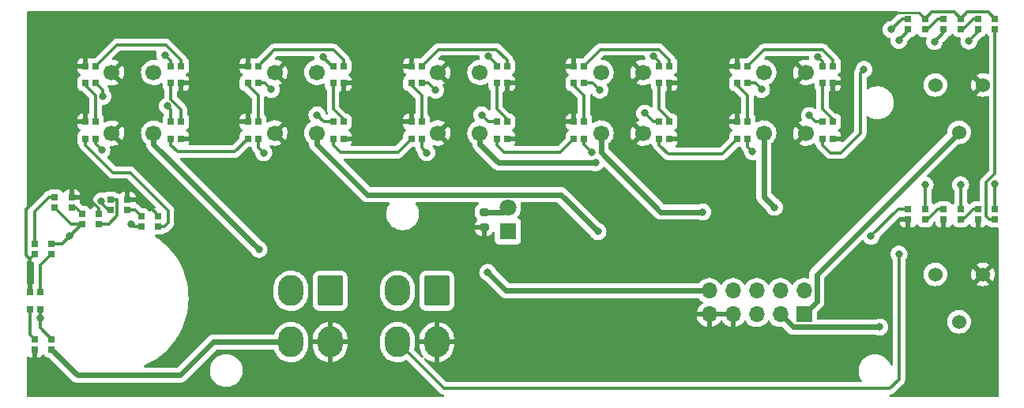
<source format=gbr>
%TF.GenerationSoftware,KiCad,Pcbnew,(6.0.9)*%
%TF.CreationDate,2023-01-27T21:22:42-09:00*%
%TF.ProjectId,RWR CONTROL PANEL,52575220-434f-44e5-9452-4f4c2050414e,-*%
%TF.SameCoordinates,Original*%
%TF.FileFunction,Copper,L1,Top*%
%TF.FilePolarity,Positive*%
%FSLAX46Y46*%
G04 Gerber Fmt 4.6, Leading zero omitted, Abs format (unit mm)*
G04 Created by KiCad (PCBNEW (6.0.9)) date 2023-01-27 21:22:42*
%MOMM*%
%LPD*%
G01*
G04 APERTURE LIST*
G04 Aperture macros list*
%AMRoundRect*
0 Rectangle with rounded corners*
0 $1 Rounding radius*
0 $2 $3 $4 $5 $6 $7 $8 $9 X,Y pos of 4 corners*
0 Add a 4 corners polygon primitive as box body*
4,1,4,$2,$3,$4,$5,$6,$7,$8,$9,$2,$3,0*
0 Add four circle primitives for the rounded corners*
1,1,$1+$1,$2,$3*
1,1,$1+$1,$4,$5*
1,1,$1+$1,$6,$7*
1,1,$1+$1,$8,$9*
0 Add four rect primitives between the rounded corners*
20,1,$1+$1,$2,$3,$4,$5,0*
20,1,$1+$1,$4,$5,$6,$7,0*
20,1,$1+$1,$6,$7,$8,$9,0*
20,1,$1+$1,$8,$9,$2,$3,0*%
G04 Aperture macros list end*
%TA.AperFunction,SMDPad,CuDef*%
%ADD10RoundRect,0.200000X-0.275000X0.200000X-0.275000X-0.200000X0.275000X-0.200000X0.275000X0.200000X0*%
%TD*%
%TA.AperFunction,ComponentPad*%
%ADD11R,1.800000X1.800000*%
%TD*%
%TA.AperFunction,ComponentPad*%
%ADD12C,1.800000*%
%TD*%
%TA.AperFunction,ComponentPad*%
%ADD13RoundRect,0.250001X1.099999X1.399999X-1.099999X1.399999X-1.099999X-1.399999X1.099999X-1.399999X0*%
%TD*%
%TA.AperFunction,ComponentPad*%
%ADD14O,2.700000X3.300000*%
%TD*%
%TA.AperFunction,SMDPad,CuDef*%
%ADD15R,0.700000X0.700000*%
%TD*%
%TA.AperFunction,ComponentPad*%
%ADD16C,1.700000*%
%TD*%
%TA.AperFunction,ComponentPad*%
%ADD17C,1.524000*%
%TD*%
%TA.AperFunction,ComponentPad*%
%ADD18O,1.700000X1.700000*%
%TD*%
%TA.AperFunction,ComponentPad*%
%ADD19R,1.700000X1.700000*%
%TD*%
%TA.AperFunction,ViaPad*%
%ADD20C,0.800000*%
%TD*%
%TA.AperFunction,Conductor*%
%ADD21C,0.304800*%
%TD*%
%TA.AperFunction,Conductor*%
%ADD22C,0.250000*%
%TD*%
%TA.AperFunction,Conductor*%
%ADD23C,0.609600*%
%TD*%
G04 APERTURE END LIST*
D10*
%TO.P,R1,1*%
%TO.N,Net-(D1-Pad2)*%
X75395858Y-21957811D03*
%TO.P,R1,2*%
%TO.N,GND*%
X75395858Y-23607811D03*
%TD*%
D11*
%TO.P,D1,1*%
%TO.N,/BL_+5V*%
X77935858Y-24052811D03*
D12*
%TO.P,D1,2*%
%TO.N,Net-(D1-Pad2)*%
X77935858Y-21512811D03*
%TD*%
D13*
%TO.P,J2,1*%
%TO.N,/BL_+5V*%
X70315858Y-30402811D03*
D14*
%TO.P,J2,2*%
X66115858Y-30402811D03*
%TO.P,J2,3*%
%TO.N,GND*%
X70315858Y-35902811D03*
%TO.P,J2,4*%
%TO.N,/BL_DOUT*%
X66115858Y-35902811D03*
%TD*%
D13*
%TO.P,J1,1*%
%TO.N,/BL_+5V*%
X58885858Y-30402811D03*
D14*
%TO.P,J1,2*%
X54685858Y-30402811D03*
%TO.P,J1,3*%
%TO.N,GND*%
X58885858Y-35902811D03*
%TO.P,J1,4*%
%TO.N,/BL_DIN*%
X54685858Y-35902811D03*
%TD*%
D15*
%TO.P,D34,1*%
%TO.N,/BL_DOUT*%
X120835858Y-21651334D03*
%TO.P,D34,2*%
%TO.N,GND*%
X120835858Y-22751334D03*
%TO.P,D34,3*%
%TO.N,/BL_DATA4*%
X122665858Y-22751334D03*
%TO.P,D34,4*%
%TO.N,/BL_+5V*%
X122665858Y-21651334D03*
%TD*%
%TO.P,D33,1*%
%TO.N,/BL_DATA4*%
X124645858Y-21651334D03*
%TO.P,D33,2*%
%TO.N,GND*%
X124645858Y-22751334D03*
%TO.P,D33,3*%
%TO.N,Net-(D32-Pad1)*%
X126475858Y-22751334D03*
%TO.P,D33,4*%
%TO.N,/BL_+5V*%
X126475858Y-21651334D03*
%TD*%
%TO.P,D32,1*%
%TO.N,Net-(D32-Pad1)*%
X128318880Y-21651334D03*
%TO.P,D32,2*%
%TO.N,GND*%
X128318880Y-22751334D03*
%TO.P,D32,3*%
%TO.N,Net-(D31-Pad1)*%
X130148880Y-22751334D03*
%TO.P,D32,4*%
%TO.N,/BL_+5V*%
X130148880Y-21651334D03*
%TD*%
%TO.P,D31,1*%
%TO.N,Net-(D31-Pad1)*%
X130148880Y-2304334D03*
%TO.P,D31,2*%
%TO.N,GND*%
X130148880Y-1204334D03*
%TO.P,D31,3*%
%TO.N,Net-(D30-Pad1)*%
X128318880Y-1204334D03*
%TO.P,D31,4*%
%TO.N,/BL_+5V*%
X128318880Y-2304334D03*
%TD*%
%TO.P,D30,1*%
%TO.N,Net-(D30-Pad1)*%
X126475858Y-2304334D03*
%TO.P,D30,2*%
%TO.N,GND*%
X126475858Y-1204334D03*
%TO.P,D30,3*%
%TO.N,Net-(D29-Pad1)*%
X124645858Y-1204334D03*
%TO.P,D30,4*%
%TO.N,/BL_+5V*%
X124645858Y-2304334D03*
%TD*%
%TO.P,D29,1*%
%TO.N,Net-(D29-Pad1)*%
X122665858Y-2304334D03*
%TO.P,D29,2*%
%TO.N,GND*%
X122665858Y-1204334D03*
%TO.P,D29,3*%
%TO.N,Net-(D28-Pad1)*%
X120835858Y-1204334D03*
%TO.P,D29,4*%
%TO.N,/BL_+5V*%
X120835858Y-2304334D03*
%TD*%
%TO.P,D28,1*%
%TO.N,Net-(D28-Pad1)*%
X111665880Y-14099334D03*
%TO.P,D28,2*%
%TO.N,GND*%
X112765880Y-14099334D03*
%TO.P,D28,3*%
%TO.N,Net-(D27-Pad1)*%
X112765880Y-12269334D03*
%TO.P,D28,4*%
%TO.N,/BL_+5V*%
X111665880Y-12269334D03*
%TD*%
%TO.P,D27,1*%
%TO.N,Net-(D27-Pad1)*%
X111665880Y-8130334D03*
%TO.P,D27,2*%
%TO.N,GND*%
X112765880Y-8130334D03*
%TO.P,D27,3*%
%TO.N,Net-(D26-Pad1)*%
X112765880Y-6300334D03*
%TO.P,D27,4*%
%TO.N,/BL_+5V*%
X111665880Y-6300334D03*
%TD*%
%TO.P,D26,1*%
%TO.N,Net-(D26-Pad1)*%
X103621880Y-6300334D03*
%TO.P,D26,2*%
%TO.N,GND*%
X102521880Y-6300334D03*
%TO.P,D26,3*%
%TO.N,/BL_DATA3*%
X102521880Y-8130334D03*
%TO.P,D26,4*%
%TO.N,/BL_+5V*%
X103621880Y-8130334D03*
%TD*%
%TO.P,D25,1*%
%TO.N,/BL_DATA3*%
X103621880Y-12269334D03*
%TO.P,D25,2*%
%TO.N,GND*%
X102521880Y-12269334D03*
%TO.P,D25,3*%
%TO.N,Net-(D24-Pad1)*%
X102521880Y-14099334D03*
%TO.P,D25,4*%
%TO.N,/BL_+5V*%
X103621880Y-14099334D03*
%TD*%
%TO.P,D24,1*%
%TO.N,Net-(D24-Pad1)*%
X94139880Y-14099334D03*
%TO.P,D24,2*%
%TO.N,GND*%
X95239880Y-14099334D03*
%TO.P,D24,3*%
%TO.N,Net-(D23-Pad1)*%
X95239880Y-12269334D03*
%TO.P,D24,4*%
%TO.N,/BL_+5V*%
X94139880Y-12269334D03*
%TD*%
%TO.P,D23,1*%
%TO.N,Net-(D23-Pad1)*%
X94139880Y-8130334D03*
%TO.P,D23,2*%
%TO.N,GND*%
X95239880Y-8130334D03*
%TO.P,D23,3*%
%TO.N,Net-(D22-Pad1)*%
X95239880Y-6300334D03*
%TO.P,D23,4*%
%TO.N,/BL_+5V*%
X94139880Y-6300334D03*
%TD*%
%TO.P,D22,1*%
%TO.N,Net-(D22-Pad1)*%
X86095880Y-6300334D03*
%TO.P,D22,2*%
%TO.N,GND*%
X84995880Y-6300334D03*
%TO.P,D22,3*%
%TO.N,Net-(D21-Pad1)*%
X84995880Y-8130334D03*
%TO.P,D22,4*%
%TO.N,/BL_+5V*%
X86095880Y-8130334D03*
%TD*%
%TO.P,D21,1*%
%TO.N,Net-(D21-Pad1)*%
X86095880Y-12269334D03*
%TO.P,D21,2*%
%TO.N,GND*%
X84995880Y-12269334D03*
%TO.P,D21,3*%
%TO.N,Net-(D20-Pad1)*%
X84995880Y-14099334D03*
%TO.P,D21,4*%
%TO.N,/BL_+5V*%
X86095880Y-14099334D03*
%TD*%
%TO.P,D20,1*%
%TO.N,Net-(D20-Pad1)*%
X76740880Y-14099334D03*
%TO.P,D20,2*%
%TO.N,GND*%
X77840880Y-14099334D03*
%TO.P,D20,3*%
%TO.N,Net-(D19-Pad1)*%
X77840880Y-12269334D03*
%TO.P,D20,4*%
%TO.N,/BL_+5V*%
X76740880Y-12269334D03*
%TD*%
%TO.P,D19,1*%
%TO.N,Net-(D19-Pad1)*%
X76740880Y-8130334D03*
%TO.P,D19,2*%
%TO.N,GND*%
X77840880Y-8130334D03*
%TO.P,D19,3*%
%TO.N,Net-(D18-Pad1)*%
X77840880Y-6300334D03*
%TO.P,D19,4*%
%TO.N,/BL_+5V*%
X76740880Y-6300334D03*
%TD*%
%TO.P,D18,1*%
%TO.N,Net-(D18-Pad1)*%
X68696880Y-6300334D03*
%TO.P,D18,2*%
%TO.N,GND*%
X67596880Y-6300334D03*
%TO.P,D18,3*%
%TO.N,/BL_DATA2*%
X67596880Y-8130334D03*
%TO.P,D18,4*%
%TO.N,/BL_+5V*%
X68696880Y-8130334D03*
%TD*%
%TO.P,D17,1*%
%TO.N,/BL_DATA2*%
X68696880Y-12269334D03*
%TO.P,D17,2*%
%TO.N,GND*%
X67596880Y-12269334D03*
%TO.P,D17,3*%
%TO.N,Net-(D16-Pad1)*%
X67596880Y-14099334D03*
%TO.P,D17,4*%
%TO.N,/BL_+5V*%
X68696880Y-14099334D03*
%TD*%
%TO.P,D16,1*%
%TO.N,Net-(D16-Pad1)*%
X59214880Y-14099334D03*
%TO.P,D16,2*%
%TO.N,GND*%
X60314880Y-14099334D03*
%TO.P,D16,3*%
%TO.N,Net-(D15-Pad1)*%
X60314880Y-12269334D03*
%TO.P,D16,4*%
%TO.N,/BL_+5V*%
X59214880Y-12269334D03*
%TD*%
%TO.P,D15,1*%
%TO.N,Net-(D15-Pad1)*%
X59214880Y-8130334D03*
%TO.P,D15,2*%
%TO.N,GND*%
X60314880Y-8130334D03*
%TO.P,D15,3*%
%TO.N,Net-(D14-Pad1)*%
X60314880Y-6300334D03*
%TO.P,D15,4*%
%TO.N,/BL_+5V*%
X59214880Y-6300334D03*
%TD*%
%TO.P,D14,1*%
%TO.N,Net-(D14-Pad1)*%
X51170880Y-6300334D03*
%TO.P,D14,2*%
%TO.N,GND*%
X50070880Y-6300334D03*
%TO.P,D14,3*%
%TO.N,Net-(D13-Pad1)*%
X50070880Y-8130334D03*
%TO.P,D14,4*%
%TO.N,/BL_+5V*%
X51170880Y-8130334D03*
%TD*%
%TO.P,D13,1*%
%TO.N,Net-(D13-Pad1)*%
X51170880Y-12269334D03*
%TO.P,D13,2*%
%TO.N,GND*%
X50070880Y-12269334D03*
%TO.P,D13,3*%
%TO.N,Net-(D12-Pad1)*%
X50070880Y-14099334D03*
%TO.P,D13,4*%
%TO.N,/BL_+5V*%
X51170880Y-14099334D03*
%TD*%
%TO.P,D12,1*%
%TO.N,Net-(D12-Pad1)*%
X41815880Y-14099334D03*
%TO.P,D12,2*%
%TO.N,GND*%
X42915880Y-14099334D03*
%TO.P,D12,3*%
%TO.N,Net-(D11-Pad1)*%
X42915880Y-12269334D03*
%TO.P,D12,4*%
%TO.N,/BL_+5V*%
X41815880Y-12269334D03*
%TD*%
%TO.P,D11,1*%
%TO.N,Net-(D11-Pad1)*%
X41815880Y-8130334D03*
%TO.P,D11,2*%
%TO.N,GND*%
X42915880Y-8130334D03*
%TO.P,D11,3*%
%TO.N,Net-(D10-Pad1)*%
X42915880Y-6300334D03*
%TO.P,D11,4*%
%TO.N,/BL_+5V*%
X41815880Y-6300334D03*
%TD*%
%TO.P,D10,1*%
%TO.N,Net-(D10-Pad1)*%
X33771880Y-6300334D03*
%TO.P,D10,2*%
%TO.N,GND*%
X32671880Y-6300334D03*
%TO.P,D10,3*%
%TO.N,/BL_DATA1*%
X32671880Y-8130334D03*
%TO.P,D10,4*%
%TO.N,/BL_+5V*%
X33771880Y-8130334D03*
%TD*%
%TO.P,D9,1*%
%TO.N,/BL_DATA1*%
X33771880Y-12269334D03*
%TO.P,D9,2*%
%TO.N,GND*%
X32671880Y-12269334D03*
%TO.P,D9,3*%
%TO.N,Net-(D8-Pad1)*%
X32671880Y-14099334D03*
%TO.P,D9,4*%
%TO.N,/BL_+5V*%
X33771880Y-14099334D03*
%TD*%
%TO.P,D8,1*%
%TO.N,Net-(D8-Pad1)*%
X40486880Y-23513334D03*
%TO.P,D8,2*%
%TO.N,GND*%
X40486880Y-22413334D03*
%TO.P,D8,3*%
%TO.N,Net-(D7-Pad1)*%
X38656880Y-22413334D03*
%TO.P,D8,4*%
%TO.N,/BL_+5V*%
X38656880Y-23513334D03*
%TD*%
%TO.P,D7,1*%
%TO.N,Net-(D7-Pad1)*%
X37184880Y-21735334D03*
%TO.P,D7,2*%
%TO.N,GND*%
X37184880Y-20635334D03*
%TO.P,D7,3*%
%TO.N,Net-(D6-Pad1)*%
X35354880Y-20635334D03*
%TO.P,D7,4*%
%TO.N,/BL_+5V*%
X35354880Y-21735334D03*
%TD*%
%TO.P,D6,1*%
%TO.N,Net-(D6-Pad1)*%
X34136880Y-23259334D03*
%TO.P,D6,2*%
%TO.N,GND*%
X34136880Y-22159334D03*
%TO.P,D6,3*%
%TO.N,Net-(D5-Pad1)*%
X32306880Y-22159334D03*
%TO.P,D6,4*%
%TO.N,/BL_+5V*%
X32306880Y-23259334D03*
%TD*%
%TO.P,D5,1*%
%TO.N,Net-(D5-Pad1)*%
X31215880Y-21481334D03*
%TO.P,D5,2*%
%TO.N,GND*%
X31215880Y-20381334D03*
%TO.P,D5,3*%
%TO.N,Net-(D4-Pad1)*%
X29385880Y-20381334D03*
%TO.P,D5,4*%
%TO.N,/BL_+5V*%
X29385880Y-21481334D03*
%TD*%
%TO.P,D4,1*%
%TO.N,Net-(D4-Pad1)*%
X27226880Y-25334334D03*
%TO.P,D4,2*%
%TO.N,GND*%
X27226880Y-26434334D03*
%TO.P,D4,3*%
%TO.N,Net-(D3-Pad1)*%
X29056880Y-26434334D03*
%TO.P,D4,4*%
%TO.N,/BL_+5V*%
X29056880Y-25334334D03*
%TD*%
%TO.P,D3,1*%
%TO.N,Net-(D3-Pad1)*%
X27802880Y-30557334D03*
%TO.P,D3,2*%
%TO.N,GND*%
X26702880Y-30557334D03*
%TO.P,D3,3*%
%TO.N,Net-(D2-Pad1)*%
X26702880Y-32387334D03*
%TO.P,D3,4*%
%TO.N,/BL_+5V*%
X27802880Y-32387334D03*
%TD*%
%TO.P,D2,1*%
%TO.N,Net-(D2-Pad1)*%
X27226880Y-35621334D03*
%TO.P,D2,2*%
%TO.N,GND*%
X27226880Y-36721334D03*
%TO.P,D2,3*%
%TO.N,/BL_DIN*%
X29056880Y-36721334D03*
%TO.P,D2,4*%
%TO.N,/BL_+5V*%
X29056880Y-35621334D03*
%TD*%
D16*
%TO.P,SW5,1*%
%TO.N,/POWER_SW*%
X105351530Y-13482785D03*
%TO.P,SW5,2*%
X105351530Y-6982785D03*
%TO.P,SW5,3*%
%TO.N,GND*%
X109851530Y-13482785D03*
%TO.P,SW5,4*%
X109851530Y-6982785D03*
%TD*%
%TO.P,SW4,1*%
%TO.N,/LIMIT_SW*%
X87914431Y-13482785D03*
%TO.P,SW4,2*%
X87914431Y-6982785D03*
%TO.P,SW4,3*%
%TO.N,GND*%
X92414431Y-13482785D03*
%TO.P,SW4,4*%
X92414431Y-6982785D03*
%TD*%
%TO.P,SW3,1*%
%TO.N,/SPECIAL_SW*%
X74947732Y-6980385D03*
%TO.P,SW3,2*%
X74947732Y-13480385D03*
%TO.P,SW3,3*%
%TO.N,GND*%
X70447732Y-6980385D03*
%TO.P,SW3,4*%
X70447732Y-13480385D03*
%TD*%
%TO.P,SW2,1*%
%TO.N,/OFFSET_SW*%
X57459831Y-6980385D03*
%TO.P,SW2,2*%
X57459831Y-13480385D03*
%TO.P,SW2,3*%
%TO.N,GND*%
X52959831Y-6980385D03*
%TO.P,SW2,4*%
X52959831Y-13480385D03*
%TD*%
%TO.P,SW1,1*%
%TO.N,/BIT_SW*%
X39984631Y-6993085D03*
%TO.P,SW1,2*%
X39984631Y-13493085D03*
%TO.P,SW1,3*%
%TO.N,GND*%
X35484631Y-6993085D03*
%TO.P,SW1,4*%
X35484631Y-13493085D03*
%TD*%
D17*
%TO.P,RV2,3*%
%TO.N,GND*%
X128821131Y-28646585D03*
%TO.P,RV2,2*%
%TO.N,/A_DMR*%
X126281131Y-33726585D03*
%TO.P,RV2,1*%
%TO.N,+5V*%
X123741131Y-28646585D03*
%TD*%
%TO.P,RV1,3*%
%TO.N,GND*%
X128821131Y-8326585D03*
%TO.P,RV1,2*%
%TO.N,/A_AUDIO*%
X126281131Y-13406585D03*
%TO.P,RV1,1*%
%TO.N,+5V*%
X123741131Y-8326585D03*
%TD*%
D18*
%TO.P,J3,10*%
%TO.N,/BIT_SW*%
X99525858Y-30402811D03*
%TO.P,J3,9*%
%TO.N,GND*%
X99525858Y-32942811D03*
%TO.P,J3,8*%
%TO.N,/OFFSET_SW*%
X102065858Y-30402811D03*
%TO.P,J3,7*%
%TO.N,GND*%
X102065858Y-32942811D03*
%TO.P,J3,6*%
%TO.N,/SPECIAL_SW*%
X104605858Y-30402811D03*
%TO.P,J3,5*%
%TO.N,+5V*%
X104605858Y-32942811D03*
%TO.P,J3,4*%
%TO.N,/LIMIT_SW*%
X107145858Y-30402811D03*
%TO.P,J3,3*%
%TO.N,/A_DMR*%
X107145858Y-32942811D03*
%TO.P,J3,2*%
%TO.N,/POWER_SW*%
X109685858Y-30402811D03*
D19*
%TO.P,J3,1*%
%TO.N,/A_AUDIO*%
X109685858Y-32942811D03*
%TD*%
D20*
%TO.N,/SPECIAL_SW*%
X87325709Y-16671001D03*
%TO.N,/OFFSET_SW*%
X87587858Y-24052811D03*
%TO.N,/BIT_SW*%
X75776858Y-28434311D03*
X51265858Y-25957811D03*
%TO.N,/LIMIT_SW*%
X98827358Y-21957311D03*
%TO.N,/POWER_SW*%
X106510858Y-21449311D03*
%TO.N,/BL_+5V*%
X27802880Y-33335334D03*
X31007380Y-24558834D03*
X37539880Y-23217334D03*
X34388915Y-20780299D03*
X34425658Y-15315211D03*
X41182058Y-5117111D03*
X34524290Y-9558676D03*
X41469173Y-10595796D03*
X122639858Y-19036311D03*
X126449858Y-19036311D03*
X130132858Y-18972811D03*
X127338858Y-3605811D03*
X123655858Y-3669311D03*
X119845858Y-3542311D03*
X111146358Y-5320311D03*
X105113858Y-8812811D03*
X104161358Y-15480311D03*
X110257358Y-11606811D03*
X93556858Y-5256811D03*
X87778358Y-8876311D03*
X86952858Y-15543811D03*
X92604358Y-11352811D03*
X75141858Y-11543311D03*
X75840358Y-5256811D03*
X70188858Y-8876311D03*
X69236358Y-15607311D03*
X58123858Y-5320311D03*
X52599358Y-8812811D03*
X51773858Y-15607311D03*
X57488858Y-11543311D03*
%TO.N,Net-(D28-Pad1)*%
X119003220Y-2382173D03*
X116099358Y-6653811D03*
%TO.N,/BL_DOUT*%
X116861358Y-24560811D03*
X119845858Y-26465811D03*
%TO.N,/A_DMR*%
X117771659Y-34297612D03*
%TD*%
D21*
%TO.N,GND*%
X26702880Y-26958334D02*
X26702880Y-30557334D01*
X27226880Y-26434334D02*
X26702880Y-26958334D01*
X26702880Y-26958334D02*
X26688581Y-26958334D01*
X26688581Y-26958334D02*
X26284958Y-26554711D01*
X26284958Y-26554711D02*
X26284958Y-21627111D01*
X26284958Y-21627111D02*
X27948658Y-19963411D01*
X34136880Y-22159334D02*
X34136880Y-21592333D01*
X34136880Y-21592333D02*
X32482558Y-19938011D01*
X127178259Y-501933D02*
X126475858Y-1204334D01*
X129446479Y-501933D02*
X127178259Y-501933D01*
X130148880Y-1204334D02*
X129446479Y-501933D01*
X123368259Y-501933D02*
X122665858Y-1204334D01*
X125773457Y-501933D02*
X123368259Y-501933D01*
X126475858Y-1204334D02*
X125773457Y-501933D01*
X40486880Y-22413334D02*
X40486880Y-22290833D01*
X40486880Y-22290833D02*
X39454858Y-21258811D01*
D22*
X119493336Y-529333D02*
X118829858Y-1192811D01*
X121990857Y-529333D02*
X119493336Y-529333D01*
X122665858Y-1204334D02*
X121990857Y-529333D01*
D23*
%TO.N,Net-(D1-Pad2)*%
X77490858Y-21957811D02*
X77935858Y-21512811D01*
X75395858Y-21957811D02*
X77490858Y-21957811D01*
%TO.N,/SPECIAL_SW*%
X76936267Y-16671001D02*
X87325709Y-16671001D01*
X74947732Y-13480385D02*
X74947732Y-14682466D01*
X74947732Y-14682466D02*
X76936267Y-16671001D01*
%TO.N,/OFFSET_SW*%
X62874177Y-20096812D02*
X83631859Y-20096812D01*
X83631859Y-20096812D02*
X87587858Y-24052811D01*
X57459831Y-13480385D02*
X57459831Y-14682466D01*
X57459831Y-14682466D02*
X62874177Y-20096812D01*
%TO.N,/BIT_SW*%
X99525858Y-30402811D02*
X77745358Y-30402811D01*
X77745358Y-30402811D02*
X75776858Y-28434311D01*
X39984631Y-14676584D02*
X39984631Y-13493085D01*
X51265858Y-25957811D02*
X39984631Y-14676584D01*
%TO.N,/LIMIT_SW*%
X87914431Y-15552884D02*
X87914431Y-13482785D01*
X94318858Y-21957311D02*
X87914431Y-15552884D01*
X98827358Y-21957311D02*
X94318858Y-21957311D01*
%TO.N,/POWER_SW*%
X105351530Y-20289983D02*
X105351530Y-13482785D01*
X106510858Y-21449311D02*
X105351530Y-20289983D01*
D21*
%TO.N,/BL_+5V*%
X27802880Y-34367334D02*
X27802880Y-33335334D01*
X29056880Y-35621334D02*
X27802880Y-34367334D01*
X30231880Y-25334334D02*
X31007380Y-24558834D01*
X29056880Y-25334334D02*
X30231880Y-25334334D01*
X27802880Y-33335334D02*
X27802880Y-32387334D01*
X31007380Y-24558834D02*
X32306880Y-23259334D01*
X31163880Y-23259334D02*
X32306880Y-23259334D01*
X29385880Y-21481334D02*
X31163880Y-23259334D01*
X37835880Y-23513334D02*
X37539880Y-23217334D01*
X38656880Y-23513334D02*
X37835880Y-23513334D01*
X35354880Y-21735334D02*
X35120558Y-21735334D01*
X35120558Y-21735334D02*
X34388915Y-21003691D01*
X34388915Y-21003691D02*
X34388915Y-20780299D01*
X33771880Y-14661433D02*
X34425658Y-15315211D01*
X33771880Y-14099334D02*
X33771880Y-14661433D01*
X41815880Y-5750933D02*
X41182058Y-5117111D01*
X41815880Y-6300334D02*
X41815880Y-5750933D01*
X33771880Y-8130334D02*
X34524290Y-8882744D01*
X34524290Y-8882744D02*
X34524290Y-9558676D01*
X41815880Y-12269334D02*
X41815880Y-10942503D01*
X41815880Y-10942503D02*
X41469173Y-10595796D01*
X122665858Y-19062311D02*
X122639858Y-19036311D01*
X122665858Y-21651334D02*
X122665858Y-19062311D01*
X126475858Y-19062311D02*
X126449858Y-19036311D01*
X126475858Y-21651334D02*
X126475858Y-19062311D01*
X130148880Y-18988833D02*
X130132858Y-18972811D01*
X130148880Y-21651334D02*
X130148880Y-18988833D01*
X128318880Y-2625789D02*
X127338858Y-3605811D01*
X128318880Y-2304334D02*
X128318880Y-2625789D01*
X124645858Y-2679311D02*
X123655858Y-3669311D01*
X124645858Y-2304334D02*
X124645858Y-2679311D01*
X120835858Y-2552311D02*
X119845858Y-3542311D01*
X120835858Y-2304334D02*
X120835858Y-2552311D01*
X111665880Y-5839833D02*
X111146358Y-5320311D01*
X111665880Y-6300334D02*
X111665880Y-5839833D01*
X104431381Y-8130334D02*
X105113858Y-8812811D01*
X103621880Y-8130334D02*
X104431381Y-8130334D01*
X103621880Y-14940833D02*
X104161358Y-15480311D01*
X103621880Y-14099334D02*
X103621880Y-14940833D01*
X110919881Y-12269334D02*
X110257358Y-11606811D01*
X111665880Y-12269334D02*
X110919881Y-12269334D01*
X94139880Y-5839833D02*
X93556858Y-5256811D01*
X94139880Y-6300334D02*
X94139880Y-5839833D01*
X87032381Y-8130334D02*
X87778358Y-8876311D01*
X86095880Y-8130334D02*
X87032381Y-8130334D01*
X86095880Y-14686833D02*
X86952858Y-15543811D01*
X86095880Y-14099334D02*
X86095880Y-14686833D01*
X93520881Y-12269334D02*
X92604358Y-11352811D01*
X94139880Y-12269334D02*
X93520881Y-12269334D01*
X75867881Y-12269334D02*
X75141858Y-11543311D01*
X76740880Y-12269334D02*
X75867881Y-12269334D01*
X76740880Y-6157333D02*
X75840358Y-5256811D01*
X76740880Y-6300334D02*
X76740880Y-6157333D01*
X69442881Y-8130334D02*
X70188858Y-8876311D01*
X68696880Y-8130334D02*
X69442881Y-8130334D01*
X68696880Y-15067833D02*
X69236358Y-15607311D01*
X68696880Y-14099334D02*
X68696880Y-15067833D01*
X59103881Y-6300334D02*
X58123858Y-5320311D01*
X59214880Y-6300334D02*
X59103881Y-6300334D01*
X51916881Y-8130334D02*
X52599358Y-8812811D01*
X51170880Y-8130334D02*
X51916881Y-8130334D01*
X51170880Y-15004333D02*
X51773858Y-15607311D01*
X51170880Y-14099334D02*
X51170880Y-15004333D01*
X58214881Y-12269334D02*
X57488858Y-11543311D01*
X59214880Y-12269334D02*
X58214881Y-12269334D01*
D23*
%TO.N,/BL_DIN*%
X54685858Y-35902811D02*
X46400858Y-35902811D01*
X31780604Y-39445058D02*
X29056880Y-36721334D01*
X42858610Y-39445058D02*
X31780604Y-39445058D01*
X46400858Y-35902811D02*
X42858610Y-39445058D01*
D21*
%TO.N,Net-(D2-Pad1)*%
X26702880Y-35097334D02*
X26702880Y-32387334D01*
X27226880Y-35621334D02*
X26702880Y-35097334D01*
%TO.N,Net-(D3-Pad1)*%
X27802880Y-27688334D02*
X29056880Y-26434334D01*
X27802880Y-30557334D02*
X27802880Y-27688334D01*
%TO.N,Net-(D4-Pad1)*%
X28731080Y-20381334D02*
X29385880Y-20381334D01*
X27226880Y-21885534D02*
X28731080Y-20381334D01*
X27226880Y-25334334D02*
X27226880Y-21885534D01*
%TO.N,Net-(D5-Pad1)*%
X31628880Y-21481334D02*
X32306880Y-22159334D01*
X31215880Y-21481334D02*
X31628880Y-21481334D01*
%TO.N,Net-(D6-Pad1)*%
X36009680Y-20635334D02*
X35354880Y-20635334D01*
X36057281Y-20682935D02*
X36009680Y-20635334D01*
X36057281Y-22367255D02*
X36057281Y-20682935D01*
X35165202Y-23259334D02*
X36057281Y-22367255D01*
X34136880Y-23259334D02*
X35165202Y-23259334D01*
%TO.N,Net-(D7-Pad1)*%
X37978880Y-21735334D02*
X38656880Y-22413334D01*
X37184880Y-21735334D02*
X37978880Y-21735334D01*
%TO.N,Net-(D8-Pad1)*%
X32671880Y-14754134D02*
X32671880Y-14099334D01*
X35644858Y-17727112D02*
X32671880Y-14754134D01*
X37448258Y-17728211D02*
X35644858Y-17728211D01*
X35644858Y-17728211D02*
X35644858Y-17727112D01*
X41524958Y-21804911D02*
X37448258Y-17728211D01*
X41524958Y-23130056D02*
X41524958Y-21804911D01*
X41141680Y-23513334D02*
X41524958Y-23130056D01*
X40486880Y-23513334D02*
X41141680Y-23513334D01*
%TO.N,/BL_DATA1*%
X32671880Y-8364656D02*
X32671880Y-8130334D01*
X33771880Y-12269334D02*
X33771880Y-9464656D01*
X33771880Y-9464656D02*
X32671880Y-8364656D01*
%TO.N,Net-(D10-Pad1)*%
X42915880Y-5645534D02*
X42915880Y-6300334D01*
X41274470Y-4004124D02*
X42915880Y-5645534D01*
X36068090Y-4004124D02*
X41274470Y-4004124D01*
X33771880Y-6300334D02*
X36068090Y-4004124D01*
%TO.N,Net-(D11-Pad1)*%
X42915880Y-10978433D02*
X41815880Y-9878433D01*
X42915880Y-12269334D02*
X42915880Y-10978433D01*
X41815880Y-9878433D02*
X41815880Y-8130334D01*
%TO.N,Net-(D12-Pad1)*%
X48689903Y-15480311D02*
X50070880Y-14099334D01*
X42542057Y-15480311D02*
X48689903Y-15480311D01*
X41815880Y-14754134D02*
X42542057Y-15480311D01*
X41815880Y-14099334D02*
X41815880Y-14754134D01*
%TO.N,Net-(D13-Pad1)*%
X50070880Y-8364656D02*
X50070880Y-8130334D01*
X51170880Y-9464656D02*
X50070880Y-8364656D01*
X51170880Y-12269334D02*
X51170880Y-9464656D01*
%TO.N,Net-(D14-Pad1)*%
X60314880Y-5645534D02*
X60314880Y-6300334D01*
X51170880Y-6300334D02*
X52903305Y-4567909D01*
X52903305Y-4567909D02*
X59237255Y-4567909D01*
X59237255Y-4567909D02*
X60314880Y-5645534D01*
%TO.N,Net-(D15-Pad1)*%
X60314880Y-12035012D02*
X60314880Y-12269334D01*
X59214880Y-10935012D02*
X60314880Y-12035012D01*
X59214880Y-8130334D02*
X59214880Y-10935012D01*
%TO.N,Net-(D16-Pad1)*%
X66152403Y-15543811D02*
X67596880Y-14099334D01*
X59214880Y-14754134D02*
X60004557Y-15543811D01*
X60004557Y-15543811D02*
X66152403Y-15543811D01*
X59214880Y-14099334D02*
X59214880Y-14754134D01*
%TO.N,/BL_DATA2*%
X68696880Y-9464656D02*
X67596880Y-8364656D01*
X67596880Y-8364656D02*
X67596880Y-8130334D01*
X68696880Y-12269334D02*
X68696880Y-9464656D01*
%TO.N,Net-(D18-Pad1)*%
X68696880Y-6300334D02*
X70492805Y-4504409D01*
X76699755Y-4504409D02*
X77840880Y-5645534D01*
X70492805Y-4504409D02*
X76699755Y-4504409D01*
X77840880Y-5645534D02*
X77840880Y-6300334D01*
%TO.N,Net-(D19-Pad1)*%
X77840880Y-12035012D02*
X77840880Y-12269334D01*
X76740880Y-10935012D02*
X77840880Y-12035012D01*
X76740880Y-8130334D02*
X76740880Y-10935012D01*
%TO.N,Net-(D20-Pad1)*%
X83551403Y-15543811D02*
X84995880Y-14099334D01*
X77530557Y-15543811D02*
X83551403Y-15543811D01*
X76740880Y-14754134D02*
X77530557Y-15543811D01*
X76740880Y-14099334D02*
X76740880Y-14754134D01*
%TO.N,Net-(D21-Pad1)*%
X84995880Y-8364656D02*
X84995880Y-8130334D01*
X86095880Y-9464656D02*
X84995880Y-8364656D01*
X86095880Y-12269334D02*
X86095880Y-9464656D01*
%TO.N,Net-(D22-Pad1)*%
X94098755Y-4504409D02*
X95239880Y-5645534D01*
X86095880Y-6300334D02*
X87891805Y-4504409D01*
X87891805Y-4504409D02*
X94098755Y-4504409D01*
X95239880Y-5645534D02*
X95239880Y-6300334D01*
%TO.N,Net-(D23-Pad1)*%
X95239880Y-12035012D02*
X95239880Y-12269334D01*
X94139880Y-10935012D02*
X95239880Y-12035012D01*
X94139880Y-8130334D02*
X94139880Y-10935012D01*
%TO.N,Net-(D24-Pad1)*%
X100886903Y-15734311D02*
X102521880Y-14099334D01*
X95120057Y-15734311D02*
X100886903Y-15734311D01*
X94139880Y-14754134D02*
X95120057Y-15734311D01*
X94139880Y-14099334D02*
X94139880Y-14754134D01*
%TO.N,Net-(D26-Pad1)*%
X103621880Y-6300334D02*
X105354305Y-4567909D01*
X105354305Y-4567909D02*
X111688255Y-4567909D01*
X111688255Y-4567909D02*
X112765880Y-5645534D01*
X112765880Y-5645534D02*
X112765880Y-6300334D01*
%TO.N,Net-(D27-Pad1)*%
X112765880Y-12035012D02*
X112765880Y-12269334D01*
X111665880Y-10935012D02*
X112765880Y-12035012D01*
X111665880Y-8130334D02*
X111665880Y-10935012D01*
%TO.N,Net-(D28-Pad1)*%
X120181058Y-1204334D02*
X119003220Y-2382173D01*
X120835858Y-1204334D02*
X120181058Y-1204334D01*
X115699359Y-7053810D02*
X116099358Y-6653811D01*
X115699359Y-13530810D02*
X115699359Y-7053810D01*
X113622858Y-15607311D02*
X115699359Y-13530810D01*
X112519057Y-15607311D02*
X113622858Y-15607311D01*
X111665880Y-14754134D02*
X112519057Y-15607311D01*
X111665880Y-14099334D02*
X111665880Y-14754134D01*
%TO.N,Net-(D29-Pad1)*%
X122891058Y-2304334D02*
X122665858Y-2304334D01*
X123991058Y-1204334D02*
X122891058Y-2304334D01*
X124645858Y-1204334D02*
X123991058Y-1204334D01*
%TO.N,Net-(D30-Pad1)*%
X126710180Y-2304334D02*
X126475858Y-2304334D01*
X127810180Y-1204334D02*
X126710180Y-2304334D01*
X128318880Y-1204334D02*
X127810180Y-1204334D01*
%TO.N,Net-(D31-Pad1)*%
X130148880Y-2304334D02*
X130148880Y-17843233D01*
X129494080Y-22751334D02*
X130148880Y-22751334D01*
X130148880Y-17843233D02*
X129189956Y-18802157D01*
X129189956Y-18802157D02*
X129189956Y-22447210D01*
X129189956Y-22447210D02*
X129494080Y-22751334D01*
%TO.N,Net-(D32-Pad1)*%
X126710180Y-22751334D02*
X126475858Y-22751334D01*
X127810180Y-21651334D02*
X126710180Y-22751334D01*
X128318880Y-21651334D02*
X127810180Y-21651334D01*
%TO.N,/BL_DOUT*%
X120835858Y-21651334D02*
X119770835Y-21651334D01*
X119770835Y-21651334D02*
X116861358Y-24560811D01*
X119845858Y-39927811D02*
X119845858Y-26465811D01*
X118893358Y-40880311D02*
X119845858Y-39927811D01*
X71093358Y-40880311D02*
X118893358Y-40880311D01*
X66115858Y-35902811D02*
X71093358Y-40880311D01*
D23*
%TO.N,/A_DMR*%
X108500659Y-34297612D02*
X117771659Y-34297612D01*
X107145858Y-32942811D02*
X108500659Y-34297612D01*
%TO.N,/A_AUDIO*%
X111040659Y-28647057D02*
X126281131Y-13406585D01*
X111040659Y-31588010D02*
X111040659Y-28647057D01*
X109685858Y-32942811D02*
X111040659Y-31588010D01*
D21*
%TO.N,/BL_DATA3*%
X102521880Y-8364656D02*
X102521880Y-8130334D01*
X103621880Y-9464656D02*
X102521880Y-8364656D01*
X103621880Y-12269334D02*
X103621880Y-9464656D01*
%TO.N,/BL_DATA4*%
X122891058Y-22751334D02*
X122665858Y-22751334D01*
X123991058Y-21651334D02*
X122891058Y-22751334D01*
X124645858Y-21651334D02*
X123991058Y-21651334D01*
%TD*%
%TA.AperFunction,Conductor*%
%TO.N,GND*%
G36*
X119799719Y-451313D02*
G01*
X119846212Y-504969D01*
X119856316Y-575243D01*
X119826822Y-639823D01*
X119808304Y-657272D01*
X119795052Y-667441D01*
X119789715Y-671318D01*
X119747046Y-700643D01*
X119747044Y-700645D01*
X119740787Y-704945D01*
X119735735Y-710615D01*
X119735734Y-710616D01*
X119702298Y-748144D01*
X119697318Y-753420D01*
X119013971Y-1436768D01*
X118951658Y-1470793D01*
X118924875Y-1473673D01*
X118907733Y-1473673D01*
X118901281Y-1475045D01*
X118901276Y-1475045D01*
X118814333Y-1493526D01*
X118720932Y-1513379D01*
X118714902Y-1516064D01*
X118714901Y-1516064D01*
X118552498Y-1588370D01*
X118552496Y-1588371D01*
X118546468Y-1591055D01*
X118391967Y-1703307D01*
X118264180Y-1845229D01*
X118168693Y-2010617D01*
X118109678Y-2192245D01*
X118089716Y-2382173D01*
X118090406Y-2388738D01*
X118100922Y-2488788D01*
X118109678Y-2572101D01*
X118168693Y-2753729D01*
X118171996Y-2759451D01*
X118171997Y-2759452D01*
X118205906Y-2818183D01*
X118264180Y-2919117D01*
X118391967Y-3061039D01*
X118472934Y-3119865D01*
X118532139Y-3162880D01*
X118546468Y-3173291D01*
X118552496Y-3175975D01*
X118552498Y-3175976D01*
X118605871Y-3199739D01*
X118720932Y-3250967D01*
X118833341Y-3274860D01*
X118846714Y-3277703D01*
X118909187Y-3311432D01*
X118943509Y-3373581D01*
X118945827Y-3414120D01*
X118936303Y-3504735D01*
X118932354Y-3542311D01*
X118952316Y-3732239D01*
X119011331Y-3913867D01*
X119014634Y-3919589D01*
X119014635Y-3919590D01*
X119021435Y-3931367D01*
X119106818Y-4079255D01*
X119111236Y-4084162D01*
X119111237Y-4084163D01*
X119168413Y-4147663D01*
X119234605Y-4221177D01*
X119389106Y-4333429D01*
X119395134Y-4336113D01*
X119395136Y-4336114D01*
X119557539Y-4408420D01*
X119563570Y-4411105D01*
X119656971Y-4430958D01*
X119743914Y-4449439D01*
X119743919Y-4449439D01*
X119750371Y-4450811D01*
X119941345Y-4450811D01*
X119947797Y-4449439D01*
X119947802Y-4449439D01*
X120034745Y-4430958D01*
X120128146Y-4411105D01*
X120134177Y-4408420D01*
X120296580Y-4336114D01*
X120296582Y-4336113D01*
X120302610Y-4333429D01*
X120457111Y-4221177D01*
X120523303Y-4147663D01*
X120580479Y-4084163D01*
X120580480Y-4084162D01*
X120584898Y-4079255D01*
X120670281Y-3931367D01*
X120677081Y-3919590D01*
X120677082Y-3919589D01*
X120680385Y-3913867D01*
X120739400Y-3732239D01*
X120752214Y-3610318D01*
X120779227Y-3544662D01*
X120788429Y-3534394D01*
X121123084Y-3199739D01*
X121185396Y-3165713D01*
X121212179Y-3162834D01*
X121233992Y-3162834D01*
X121296174Y-3156079D01*
X121432563Y-3104949D01*
X121549119Y-3017595D01*
X121636473Y-2901039D01*
X121639623Y-2892637D01*
X121640339Y-2891329D01*
X121690597Y-2841183D01*
X121759988Y-2826170D01*
X121826481Y-2851056D01*
X121861377Y-2891329D01*
X121862093Y-2892637D01*
X121865243Y-2901039D01*
X121952597Y-3017595D01*
X122069153Y-3104949D01*
X122205542Y-3156079D01*
X122267724Y-3162834D01*
X122691745Y-3162834D01*
X122759866Y-3182836D01*
X122806359Y-3236492D01*
X122816463Y-3306766D01*
X122811578Y-3327770D01*
X122782458Y-3417393D01*
X122762316Y-3479383D01*
X122761626Y-3485944D01*
X122761626Y-3485946D01*
X122754254Y-3556085D01*
X122742354Y-3669311D01*
X122743044Y-3675876D01*
X122761537Y-3851823D01*
X122762316Y-3859239D01*
X122821331Y-4040867D01*
X122824634Y-4046589D01*
X122824635Y-4046590D01*
X122843279Y-4078882D01*
X122916818Y-4206255D01*
X122921236Y-4211162D01*
X122921237Y-4211163D01*
X122987429Y-4284677D01*
X123044605Y-4348177D01*
X123111706Y-4396929D01*
X123183980Y-4449439D01*
X123199106Y-4460429D01*
X123205134Y-4463113D01*
X123205136Y-4463114D01*
X123367539Y-4535420D01*
X123373570Y-4538105D01*
X123466970Y-4557958D01*
X123553914Y-4576439D01*
X123553919Y-4576439D01*
X123560371Y-4577811D01*
X123751345Y-4577811D01*
X123757797Y-4576439D01*
X123757802Y-4576439D01*
X123844746Y-4557958D01*
X123938146Y-4538105D01*
X123944177Y-4535420D01*
X124106580Y-4463114D01*
X124106582Y-4463113D01*
X124112610Y-4460429D01*
X124127737Y-4449439D01*
X124200010Y-4396929D01*
X124267111Y-4348177D01*
X124324287Y-4284677D01*
X124390479Y-4211163D01*
X124390480Y-4211162D01*
X124394898Y-4206255D01*
X124468437Y-4078882D01*
X124487081Y-4046590D01*
X124487082Y-4046589D01*
X124490385Y-4040867D01*
X124549400Y-3859239D01*
X124550180Y-3851823D01*
X124562214Y-3737319D01*
X124589227Y-3671662D01*
X124598429Y-3661394D01*
X125082982Y-3176841D01*
X125127848Y-3147954D01*
X125234153Y-3108102D01*
X125234154Y-3108101D01*
X125242563Y-3104949D01*
X125359119Y-3017595D01*
X125446473Y-2901039D01*
X125449623Y-2892637D01*
X125450339Y-2891329D01*
X125500597Y-2841183D01*
X125569988Y-2826170D01*
X125636481Y-2851056D01*
X125671377Y-2891329D01*
X125672093Y-2892637D01*
X125675243Y-2901039D01*
X125762597Y-3017595D01*
X125879153Y-3104949D01*
X126015542Y-3156079D01*
X126077724Y-3162834D01*
X126354113Y-3162834D01*
X126422234Y-3182836D01*
X126468727Y-3236492D01*
X126478831Y-3306766D01*
X126473947Y-3327766D01*
X126445316Y-3415883D01*
X126444626Y-3422444D01*
X126444626Y-3422446D01*
X126435977Y-3504735D01*
X126425354Y-3605811D01*
X126445316Y-3795739D01*
X126504331Y-3977367D01*
X126507634Y-3983089D01*
X126507635Y-3983090D01*
X126512341Y-3991241D01*
X126599818Y-4142755D01*
X126604236Y-4147662D01*
X126604237Y-4147663D01*
X126670429Y-4221177D01*
X126727605Y-4284677D01*
X126882106Y-4396929D01*
X126888134Y-4399613D01*
X126888136Y-4399614D01*
X127050539Y-4471920D01*
X127056570Y-4474605D01*
X127149970Y-4494458D01*
X127236914Y-4512939D01*
X127236919Y-4512939D01*
X127243371Y-4514311D01*
X127434345Y-4514311D01*
X127440797Y-4512939D01*
X127440802Y-4512939D01*
X127527746Y-4494458D01*
X127621146Y-4474605D01*
X127627177Y-4471920D01*
X127789580Y-4399614D01*
X127789582Y-4399613D01*
X127795610Y-4396929D01*
X127950111Y-4284677D01*
X128007287Y-4221177D01*
X128073479Y-4147663D01*
X128073480Y-4147662D01*
X128077898Y-4142755D01*
X128165375Y-3991241D01*
X128170081Y-3983090D01*
X128170082Y-3983089D01*
X128173385Y-3977367D01*
X128232400Y-3795739D01*
X128245214Y-3673818D01*
X128272227Y-3608162D01*
X128281429Y-3597894D01*
X128685049Y-3194274D01*
X128747361Y-3160248D01*
X128760537Y-3158106D01*
X128771340Y-3156933D01*
X128771344Y-3156932D01*
X128779196Y-3156079D01*
X128915585Y-3104949D01*
X129032141Y-3017595D01*
X129119495Y-2901039D01*
X129122645Y-2892637D01*
X129123361Y-2891329D01*
X129173619Y-2841183D01*
X129243010Y-2826170D01*
X129309503Y-2851056D01*
X129344399Y-2891329D01*
X129345115Y-2892637D01*
X129348265Y-2901039D01*
X129353647Y-2908220D01*
X129430235Y-3010412D01*
X129430238Y-3010415D01*
X129435619Y-3017595D01*
X129442799Y-3022976D01*
X129449151Y-3029328D01*
X129446910Y-3031569D01*
X129480053Y-3075880D01*
X129487980Y-3119865D01*
X129487980Y-7038471D01*
X129467978Y-7106592D01*
X129414322Y-7153085D01*
X129344048Y-7163189D01*
X129308731Y-7152666D01*
X129262143Y-7130942D01*
X129251846Y-7127194D01*
X129047822Y-7072526D01*
X129037027Y-7070623D01*
X128826606Y-7052213D01*
X128815656Y-7052213D01*
X128605235Y-7070623D01*
X128594440Y-7072526D01*
X128390416Y-7127194D01*
X128380124Y-7130940D01*
X128188690Y-7220208D01*
X128179199Y-7225688D01*
X128135366Y-7256379D01*
X128126991Y-7266856D01*
X128134059Y-7280303D01*
X129091246Y-8237490D01*
X129125272Y-8299802D01*
X129120207Y-8370617D01*
X129091246Y-8415680D01*
X128133338Y-9373588D01*
X128126908Y-9385362D01*
X128136205Y-9397378D01*
X128179200Y-9427483D01*
X128188686Y-9432961D01*
X128380124Y-9522230D01*
X128390416Y-9525976D01*
X128594440Y-9580644D01*
X128605235Y-9582547D01*
X128815656Y-9600957D01*
X128826606Y-9600957D01*
X129037027Y-9582547D01*
X129047822Y-9580644D01*
X129251846Y-9525976D01*
X129262143Y-9522228D01*
X129308731Y-9500504D01*
X129378922Y-9489843D01*
X129443735Y-9518823D01*
X129482591Y-9578243D01*
X129487980Y-9614699D01*
X129487980Y-17517288D01*
X129467978Y-17585409D01*
X129451076Y-17606383D01*
X128741910Y-18315550D01*
X128735644Y-18321403D01*
X128695204Y-18356681D01*
X128670696Y-18391552D01*
X128661065Y-18405256D01*
X128657133Y-18410550D01*
X128620493Y-18457278D01*
X128617367Y-18464202D01*
X128613654Y-18470333D01*
X128611018Y-18474953D01*
X128607596Y-18481335D01*
X128603225Y-18487554D01*
X128600465Y-18494633D01*
X128581658Y-18542870D01*
X128579102Y-18548949D01*
X128554667Y-18603069D01*
X128553281Y-18610545D01*
X128551126Y-18617423D01*
X128549666Y-18622548D01*
X128547878Y-18629512D01*
X128545118Y-18636591D01*
X128544126Y-18644123D01*
X128544126Y-18644125D01*
X128537370Y-18695449D01*
X128536340Y-18701955D01*
X128525516Y-18760354D01*
X128525953Y-18767934D01*
X128525953Y-18767935D01*
X128528847Y-18818124D01*
X128529056Y-18825377D01*
X128529056Y-20666834D01*
X128509054Y-20734955D01*
X128455398Y-20781448D01*
X128403056Y-20792834D01*
X127920746Y-20792834D01*
X127858564Y-20799589D01*
X127722175Y-20850719D01*
X127605619Y-20938073D01*
X127600238Y-20945253D01*
X127600237Y-20945254D01*
X127536506Y-21030290D01*
X127501087Y-21060410D01*
X127501731Y-21061346D01*
X127497421Y-21064308D01*
X127497121Y-21064514D01*
X127494631Y-21065900D01*
X127494063Y-21066383D01*
X127489111Y-21068972D01*
X127484427Y-21071580D01*
X127478242Y-21075238D01*
X127471284Y-21078292D01*
X127458829Y-21087849D01*
X127392608Y-21113447D01*
X127323060Y-21099181D01*
X127277299Y-21054010D01*
X127276473Y-21054629D01*
X127272343Y-21049119D01*
X127248308Y-21017049D01*
X127194503Y-20945256D01*
X127194500Y-20945253D01*
X127189119Y-20938073D01*
X127181939Y-20932692D01*
X127175587Y-20926340D01*
X127177828Y-20924099D01*
X127144685Y-20879788D01*
X127136758Y-20835803D01*
X127136758Y-19679529D01*
X127156760Y-19611408D01*
X127169123Y-19595218D01*
X127184475Y-19578168D01*
X127184479Y-19578163D01*
X127188898Y-19573255D01*
X127284385Y-19407867D01*
X127343400Y-19226239D01*
X127363362Y-19036311D01*
X127343400Y-18846383D01*
X127284385Y-18664755D01*
X127268125Y-18636591D01*
X127215787Y-18545940D01*
X127188898Y-18499367D01*
X127090146Y-18389691D01*
X127065533Y-18362356D01*
X127065532Y-18362355D01*
X127061111Y-18357445D01*
X126906610Y-18245193D01*
X126900582Y-18242509D01*
X126900580Y-18242508D01*
X126738177Y-18170202D01*
X126738176Y-18170202D01*
X126732146Y-18167517D01*
X126638745Y-18147664D01*
X126551802Y-18129183D01*
X126551797Y-18129183D01*
X126545345Y-18127811D01*
X126354371Y-18127811D01*
X126347919Y-18129183D01*
X126347914Y-18129183D01*
X126260970Y-18147664D01*
X126167570Y-18167517D01*
X126161540Y-18170202D01*
X126161539Y-18170202D01*
X125999136Y-18242508D01*
X125999134Y-18242509D01*
X125993106Y-18245193D01*
X125838605Y-18357445D01*
X125834184Y-18362355D01*
X125834183Y-18362356D01*
X125809571Y-18389691D01*
X125710818Y-18499367D01*
X125683929Y-18545940D01*
X125631592Y-18636591D01*
X125615331Y-18664755D01*
X125556316Y-18846383D01*
X125536354Y-19036311D01*
X125556316Y-19226239D01*
X125615331Y-19407867D01*
X125710818Y-19573255D01*
X125715236Y-19578162D01*
X125715237Y-19578163D01*
X125782594Y-19652970D01*
X125813311Y-19716978D01*
X125814958Y-19737281D01*
X125814958Y-20835803D01*
X125794956Y-20903924D01*
X125775075Y-20925286D01*
X125776129Y-20926340D01*
X125769777Y-20932692D01*
X125762597Y-20938073D01*
X125757216Y-20945253D01*
X125757213Y-20945256D01*
X125703408Y-21017049D01*
X125675243Y-21054629D01*
X125672093Y-21063031D01*
X125671377Y-21064339D01*
X125621119Y-21114485D01*
X125551728Y-21129498D01*
X125485235Y-21104612D01*
X125450339Y-21064339D01*
X125449623Y-21063031D01*
X125446473Y-21054629D01*
X125359119Y-20938073D01*
X125242563Y-20850719D01*
X125106174Y-20799589D01*
X125043992Y-20792834D01*
X124247724Y-20792834D01*
X124185542Y-20799589D01*
X124049153Y-20850719D01*
X123932597Y-20938073D01*
X123927216Y-20945253D01*
X123919881Y-20955040D01*
X123863022Y-20997555D01*
X123847016Y-21001447D01*
X123847170Y-21002073D01*
X123839796Y-21003884D01*
X123832253Y-21004797D01*
X123825146Y-21007482D01*
X123818194Y-21009190D01*
X123813021Y-21010605D01*
X123806119Y-21012689D01*
X123798635Y-21013995D01*
X123791682Y-21017047D01*
X123791676Y-21017049D01*
X123744282Y-21037854D01*
X123738173Y-21040347D01*
X123689727Y-21058653D01*
X123689725Y-21058654D01*
X123682617Y-21061340D01*
X123676355Y-21065644D01*
X123669993Y-21068970D01*
X123665305Y-21071580D01*
X123659118Y-21075239D01*
X123652162Y-21078292D01*
X123646136Y-21082916D01*
X123646132Y-21082919D01*
X123646129Y-21082920D01*
X123639599Y-21086782D01*
X123638955Y-21085693D01*
X123579911Y-21108518D01*
X123510362Y-21094252D01*
X123468600Y-21053035D01*
X123466473Y-21054629D01*
X123384503Y-20945256D01*
X123384500Y-20945253D01*
X123379119Y-20938073D01*
X123371939Y-20932692D01*
X123365587Y-20926340D01*
X123367828Y-20924099D01*
X123334685Y-20879788D01*
X123326758Y-20835803D01*
X123326758Y-19679529D01*
X123346760Y-19611408D01*
X123359123Y-19595218D01*
X123374475Y-19578168D01*
X123374479Y-19578163D01*
X123378898Y-19573255D01*
X123474385Y-19407867D01*
X123533400Y-19226239D01*
X123553362Y-19036311D01*
X123533400Y-18846383D01*
X123474385Y-18664755D01*
X123458125Y-18636591D01*
X123405787Y-18545940D01*
X123378898Y-18499367D01*
X123280146Y-18389691D01*
X123255533Y-18362356D01*
X123255532Y-18362355D01*
X123251111Y-18357445D01*
X123096610Y-18245193D01*
X123090582Y-18242509D01*
X123090580Y-18242508D01*
X122928179Y-18170203D01*
X122926605Y-18169502D01*
X122926603Y-18169501D01*
X122922146Y-18167517D01*
X122922509Y-18166702D01*
X122868523Y-18129794D01*
X122840881Y-18064399D01*
X122852983Y-17994442D01*
X122876964Y-17960932D01*
X126124481Y-14713415D01*
X126186793Y-14679389D01*
X126224556Y-14676989D01*
X126275654Y-14681459D01*
X126275656Y-14681459D01*
X126281131Y-14681938D01*
X126502594Y-14662563D01*
X126683429Y-14614108D01*
X126712017Y-14606448D01*
X126712019Y-14606447D01*
X126717327Y-14605025D01*
X126722309Y-14602702D01*
X126913821Y-14513399D01*
X126913826Y-14513396D01*
X126918808Y-14511073D01*
X127034692Y-14429930D01*
X127096401Y-14386721D01*
X127096404Y-14386719D01*
X127100912Y-14383562D01*
X127258108Y-14226366D01*
X127284229Y-14189062D01*
X127382462Y-14048770D01*
X127382463Y-14048768D01*
X127385619Y-14044261D01*
X127387942Y-14039279D01*
X127387945Y-14039274D01*
X127477248Y-13847763D01*
X127477249Y-13847762D01*
X127479571Y-13842781D01*
X127537109Y-13628048D01*
X127556484Y-13406585D01*
X127537109Y-13185122D01*
X127488844Y-13004995D01*
X127480994Y-12975699D01*
X127480993Y-12975697D01*
X127479571Y-12970389D01*
X127457171Y-12922352D01*
X127387945Y-12773896D01*
X127387942Y-12773891D01*
X127385619Y-12768909D01*
X127365015Y-12739483D01*
X127261267Y-12591315D01*
X127261265Y-12591312D01*
X127258108Y-12586804D01*
X127100912Y-12429608D01*
X127096404Y-12426451D01*
X127096401Y-12426449D01*
X126994627Y-12355186D01*
X126918808Y-12302097D01*
X126913826Y-12299774D01*
X126913821Y-12299771D01*
X126722309Y-12210468D01*
X126722308Y-12210467D01*
X126717327Y-12208145D01*
X126712019Y-12206723D01*
X126712017Y-12206722D01*
X126600645Y-12176880D01*
X126502594Y-12150607D01*
X126281131Y-12131232D01*
X126059668Y-12150607D01*
X125961617Y-12176880D01*
X125850245Y-12206722D01*
X125850243Y-12206723D01*
X125844935Y-12208145D01*
X125839954Y-12210467D01*
X125839953Y-12210468D01*
X125648442Y-12299771D01*
X125648437Y-12299774D01*
X125643455Y-12302097D01*
X125638948Y-12305253D01*
X125638946Y-12305254D01*
X125465861Y-12426449D01*
X125465858Y-12426451D01*
X125461350Y-12429608D01*
X125304154Y-12586804D01*
X125300997Y-12591312D01*
X125300995Y-12591315D01*
X125197247Y-12739483D01*
X125176643Y-12768909D01*
X125174320Y-12773891D01*
X125174317Y-12773896D01*
X125105091Y-12922352D01*
X125082691Y-12970389D01*
X125081269Y-12975697D01*
X125081268Y-12975699D01*
X125073418Y-13004995D01*
X125025153Y-13185122D01*
X125005778Y-13406585D01*
X125006257Y-13412060D01*
X125006257Y-13412062D01*
X125010727Y-13463160D01*
X124996737Y-13532764D01*
X124974301Y-13563235D01*
X110472190Y-28065346D01*
X110471253Y-28066275D01*
X110419661Y-28116798D01*
X110406409Y-28129775D01*
X110402595Y-28135693D01*
X110402591Y-28135698D01*
X110382764Y-28166464D01*
X110375325Y-28176817D01*
X110348096Y-28210926D01*
X110345031Y-28217266D01*
X110345028Y-28217271D01*
X110333394Y-28241336D01*
X110325867Y-28254749D01*
X110311385Y-28277221D01*
X110311382Y-28277228D01*
X110307567Y-28283147D01*
X110305157Y-28289767D01*
X110305157Y-28289768D01*
X110292638Y-28324164D01*
X110287678Y-28335905D01*
X110268682Y-28375201D01*
X110261082Y-28408121D01*
X110256716Y-28422856D01*
X110247570Y-28447985D01*
X110247568Y-28447991D01*
X110245161Y-28454606D01*
X110244279Y-28461589D01*
X110239690Y-28497916D01*
X110237456Y-28510457D01*
X110227637Y-28552987D01*
X110227612Y-28560033D01*
X110227612Y-28560036D01*
X110227494Y-28593798D01*
X110227464Y-28594691D01*
X110227359Y-28595527D01*
X110227359Y-28632463D01*
X110227358Y-28632903D01*
X110227198Y-28678866D01*
X110227000Y-28735449D01*
X110227270Y-28736655D01*
X110227359Y-28738304D01*
X110227359Y-28975041D01*
X110207357Y-29043162D01*
X110153701Y-29089655D01*
X110083427Y-29099759D01*
X110059300Y-29093814D01*
X110038949Y-29086607D01*
X110038941Y-29086605D01*
X110034070Y-29084880D01*
X110028977Y-29083973D01*
X110028974Y-29083972D01*
X109819231Y-29046611D01*
X109819225Y-29046610D01*
X109814142Y-29045705D01*
X109740310Y-29044803D01*
X109595939Y-29043039D01*
X109595937Y-29043039D01*
X109590769Y-29042976D01*
X109369949Y-29076766D01*
X109157614Y-29146168D01*
X109127301Y-29161948D01*
X109012811Y-29221548D01*
X108959465Y-29249318D01*
X108955332Y-29252421D01*
X108955329Y-29252423D01*
X108784958Y-29380341D01*
X108780823Y-29383446D01*
X108626487Y-29544949D01*
X108519059Y-29702432D01*
X108464151Y-29747432D01*
X108393626Y-29755603D01*
X108329879Y-29724349D01*
X108309182Y-29699865D01*
X108228680Y-29575428D01*
X108228678Y-29575425D01*
X108225872Y-29571088D01*
X108075528Y-29405862D01*
X108071477Y-29402663D01*
X108071473Y-29402659D01*
X107904272Y-29270611D01*
X107904268Y-29270609D01*
X107900217Y-29267409D01*
X107704647Y-29159449D01*
X107699778Y-29157725D01*
X107699774Y-29157723D01*
X107498945Y-29086606D01*
X107498941Y-29086605D01*
X107494070Y-29084880D01*
X107488977Y-29083973D01*
X107488974Y-29083972D01*
X107279231Y-29046611D01*
X107279225Y-29046610D01*
X107274142Y-29045705D01*
X107200310Y-29044803D01*
X107055939Y-29043039D01*
X107055937Y-29043039D01*
X107050769Y-29042976D01*
X106829949Y-29076766D01*
X106617614Y-29146168D01*
X106587301Y-29161948D01*
X106472811Y-29221548D01*
X106419465Y-29249318D01*
X106415332Y-29252421D01*
X106415329Y-29252423D01*
X106244958Y-29380341D01*
X106240823Y-29383446D01*
X106086487Y-29544949D01*
X105979059Y-29702432D01*
X105924151Y-29747432D01*
X105853626Y-29755603D01*
X105789879Y-29724349D01*
X105769182Y-29699865D01*
X105688680Y-29575428D01*
X105688678Y-29575425D01*
X105685872Y-29571088D01*
X105535528Y-29405862D01*
X105531477Y-29402663D01*
X105531473Y-29402659D01*
X105364272Y-29270611D01*
X105364268Y-29270609D01*
X105360217Y-29267409D01*
X105164647Y-29159449D01*
X105159778Y-29157725D01*
X105159774Y-29157723D01*
X104958945Y-29086606D01*
X104958941Y-29086605D01*
X104954070Y-29084880D01*
X104948977Y-29083973D01*
X104948974Y-29083972D01*
X104739231Y-29046611D01*
X104739225Y-29046610D01*
X104734142Y-29045705D01*
X104660310Y-29044803D01*
X104515939Y-29043039D01*
X104515937Y-29043039D01*
X104510769Y-29042976D01*
X104289949Y-29076766D01*
X104077614Y-29146168D01*
X104047301Y-29161948D01*
X103932811Y-29221548D01*
X103879465Y-29249318D01*
X103875332Y-29252421D01*
X103875329Y-29252423D01*
X103704958Y-29380341D01*
X103700823Y-29383446D01*
X103546487Y-29544949D01*
X103439059Y-29702432D01*
X103384151Y-29747432D01*
X103313626Y-29755603D01*
X103249879Y-29724349D01*
X103229182Y-29699865D01*
X103148680Y-29575428D01*
X103148678Y-29575425D01*
X103145872Y-29571088D01*
X102995528Y-29405862D01*
X102991477Y-29402663D01*
X102991473Y-29402659D01*
X102824272Y-29270611D01*
X102824268Y-29270609D01*
X102820217Y-29267409D01*
X102624647Y-29159449D01*
X102619778Y-29157725D01*
X102619774Y-29157723D01*
X102418945Y-29086606D01*
X102418941Y-29086605D01*
X102414070Y-29084880D01*
X102408977Y-29083973D01*
X102408974Y-29083972D01*
X102199231Y-29046611D01*
X102199225Y-29046610D01*
X102194142Y-29045705D01*
X102120310Y-29044803D01*
X101975939Y-29043039D01*
X101975937Y-29043039D01*
X101970769Y-29042976D01*
X101749949Y-29076766D01*
X101537614Y-29146168D01*
X101507301Y-29161948D01*
X101392811Y-29221548D01*
X101339465Y-29249318D01*
X101335332Y-29252421D01*
X101335329Y-29252423D01*
X101164958Y-29380341D01*
X101160823Y-29383446D01*
X101006487Y-29544949D01*
X100899059Y-29702432D01*
X100844151Y-29747432D01*
X100773626Y-29755603D01*
X100709879Y-29724349D01*
X100689182Y-29699865D01*
X100608680Y-29575428D01*
X100608678Y-29575425D01*
X100605872Y-29571088D01*
X100455528Y-29405862D01*
X100451477Y-29402663D01*
X100451473Y-29402659D01*
X100284272Y-29270611D01*
X100284268Y-29270609D01*
X100280217Y-29267409D01*
X100084647Y-29159449D01*
X100079778Y-29157725D01*
X100079774Y-29157723D01*
X99878945Y-29086606D01*
X99878941Y-29086605D01*
X99874070Y-29084880D01*
X99868977Y-29083973D01*
X99868974Y-29083972D01*
X99659231Y-29046611D01*
X99659225Y-29046610D01*
X99654142Y-29045705D01*
X99580310Y-29044803D01*
X99435939Y-29043039D01*
X99435937Y-29043039D01*
X99430769Y-29042976D01*
X99209949Y-29076766D01*
X98997614Y-29146168D01*
X98967301Y-29161948D01*
X98852811Y-29221548D01*
X98799465Y-29249318D01*
X98795332Y-29252421D01*
X98795329Y-29252423D01*
X98624958Y-29380341D01*
X98620823Y-29383446D01*
X98468089Y-29543273D01*
X98468087Y-29543274D01*
X98466487Y-29544949D01*
X98466141Y-29544619D01*
X98410358Y-29583156D01*
X98370848Y-29589511D01*
X78134428Y-29589511D01*
X78066307Y-29569509D01*
X78045333Y-29552606D01*
X76659683Y-28166956D01*
X76628945Y-28116798D01*
X76613426Y-28069036D01*
X76613425Y-28069035D01*
X76611385Y-28062755D01*
X76515898Y-27897367D01*
X76388111Y-27755445D01*
X76233610Y-27643193D01*
X76227582Y-27640509D01*
X76227580Y-27640508D01*
X76065177Y-27568202D01*
X76065176Y-27568202D01*
X76059146Y-27565517D01*
X75963817Y-27545254D01*
X75878802Y-27527183D01*
X75878797Y-27527183D01*
X75872345Y-27525811D01*
X75681371Y-27525811D01*
X75674919Y-27527183D01*
X75674914Y-27527183D01*
X75589899Y-27545254D01*
X75494570Y-27565517D01*
X75488540Y-27568202D01*
X75488539Y-27568202D01*
X75326136Y-27640508D01*
X75326134Y-27640509D01*
X75320106Y-27643193D01*
X75165605Y-27755445D01*
X75037818Y-27897367D01*
X74942331Y-28062755D01*
X74883316Y-28244383D01*
X74882626Y-28250944D01*
X74882626Y-28250946D01*
X74874300Y-28330161D01*
X74863354Y-28434311D01*
X74864044Y-28440876D01*
X74880188Y-28594473D01*
X74883316Y-28624239D01*
X74942331Y-28805867D01*
X75037818Y-28971255D01*
X75042236Y-28976162D01*
X75042237Y-28976163D01*
X75102563Y-29043162D01*
X75165605Y-29113177D01*
X75320106Y-29225429D01*
X75326134Y-29228113D01*
X75326136Y-29228114D01*
X75474865Y-29294332D01*
X75512711Y-29320344D01*
X77163679Y-30971312D01*
X77164607Y-30972249D01*
X77228076Y-31037061D01*
X77233995Y-31040875D01*
X77233998Y-31040878D01*
X77264765Y-31060706D01*
X77275118Y-31068145D01*
X77309227Y-31095374D01*
X77339641Y-31110077D01*
X77353049Y-31117601D01*
X77381448Y-31135903D01*
X77417797Y-31149133D01*
X77422473Y-31150835D01*
X77434212Y-31155794D01*
X77473502Y-31174787D01*
X77506411Y-31182385D01*
X77521151Y-31186751D01*
X77552907Y-31198309D01*
X77596232Y-31203782D01*
X77608761Y-31206015D01*
X77644423Y-31214249D01*
X77644431Y-31214250D01*
X77651288Y-31215833D01*
X77658329Y-31215858D01*
X77658332Y-31215858D01*
X77692097Y-31215976D01*
X77692990Y-31216005D01*
X77693828Y-31216111D01*
X77730891Y-31216111D01*
X77731330Y-31216112D01*
X77830217Y-31216457D01*
X77830222Y-31216457D01*
X77833750Y-31216469D01*
X77834953Y-31216200D01*
X77836598Y-31216111D01*
X98375404Y-31216111D01*
X98443525Y-31236113D01*
X98470641Y-31259613D01*
X98568723Y-31372842D01*
X98568727Y-31372846D01*
X98572108Y-31376749D01*
X98743984Y-31519443D01*
X98760055Y-31528834D01*
X98817813Y-31562585D01*
X98866537Y-31614223D01*
X98879608Y-31684006D01*
X98852877Y-31749778D01*
X98812420Y-31783138D01*
X98804315Y-31787357D01*
X98795596Y-31792847D01*
X98625291Y-31920716D01*
X98617584Y-31927559D01*
X98470448Y-32081528D01*
X98463962Y-32089538D01*
X98343956Y-32265460D01*
X98338858Y-32274434D01*
X98249196Y-32467594D01*
X98245633Y-32477281D01*
X98190247Y-32676994D01*
X98191770Y-32685418D01*
X98204150Y-32688811D01*
X102193858Y-32688811D01*
X102261979Y-32708813D01*
X102308472Y-32762469D01*
X102319858Y-32814811D01*
X102319858Y-34261328D01*
X102323922Y-34275170D01*
X102337336Y-34277204D01*
X102344042Y-34276345D01*
X102354120Y-34274203D01*
X102558113Y-34213002D01*
X102567700Y-34209244D01*
X102758953Y-34115550D01*
X102767803Y-34110275D01*
X102941186Y-33986603D01*
X102949058Y-33979950D01*
X103099910Y-33829623D01*
X103106588Y-33821776D01*
X103233880Y-33644630D01*
X103235137Y-33645533D01*
X103282231Y-33602173D01*
X103352169Y-33589956D01*
X103417609Y-33617489D01*
X103445437Y-33649322D01*
X103505845Y-33747899D01*
X103652108Y-33916749D01*
X103823984Y-34059443D01*
X104016858Y-34172149D01*
X104021683Y-34173991D01*
X104021684Y-34173992D01*
X104045473Y-34183076D01*
X104225550Y-34251841D01*
X104230618Y-34252872D01*
X104230621Y-34252873D01*
X104325720Y-34272221D01*
X104444455Y-34296378D01*
X104449630Y-34296568D01*
X104449632Y-34296568D01*
X104662531Y-34304375D01*
X104662535Y-34304375D01*
X104667695Y-34304564D01*
X104672815Y-34303908D01*
X104672817Y-34303908D01*
X104884146Y-34276836D01*
X104884147Y-34276836D01*
X104889274Y-34276179D01*
X104894224Y-34274694D01*
X105098287Y-34213472D01*
X105098292Y-34213470D01*
X105103242Y-34211985D01*
X105303852Y-34113707D01*
X105485718Y-33983984D01*
X105643954Y-33826300D01*
X105774311Y-33644888D01*
X105775634Y-33645839D01*
X105822503Y-33602668D01*
X105892438Y-33590436D01*
X105957884Y-33617955D01*
X105985733Y-33649805D01*
X106045845Y-33747899D01*
X106192108Y-33916749D01*
X106363984Y-34059443D01*
X106556858Y-34172149D01*
X106561683Y-34173991D01*
X106561684Y-34173992D01*
X106585473Y-34183076D01*
X106765550Y-34251841D01*
X106770618Y-34252872D01*
X106770621Y-34252873D01*
X106865720Y-34272221D01*
X106984455Y-34296378D01*
X106989630Y-34296568D01*
X106989632Y-34296568D01*
X107202531Y-34304375D01*
X107202535Y-34304375D01*
X107207695Y-34304564D01*
X107212815Y-34303908D01*
X107212817Y-34303908D01*
X107232282Y-34301414D01*
X107279068Y-34295421D01*
X107349177Y-34306605D01*
X107384172Y-34331305D01*
X107918948Y-34866081D01*
X107919877Y-34867018D01*
X107976682Y-34925025D01*
X107983377Y-34931862D01*
X107989295Y-34935676D01*
X107989300Y-34935680D01*
X108020066Y-34955507D01*
X108030419Y-34962946D01*
X108047370Y-34976478D01*
X108064528Y-34990175D01*
X108070868Y-34993240D01*
X108070873Y-34993243D01*
X108094938Y-35004877D01*
X108108351Y-35012404D01*
X108130823Y-35026886D01*
X108130830Y-35026889D01*
X108136749Y-35030704D01*
X108177770Y-35045635D01*
X108189510Y-35050594D01*
X108222460Y-35066523D01*
X108222462Y-35066524D01*
X108228803Y-35069589D01*
X108261723Y-35077189D01*
X108276458Y-35081555D01*
X108301587Y-35090701D01*
X108301593Y-35090703D01*
X108308208Y-35093110D01*
X108332578Y-35096188D01*
X108351518Y-35098581D01*
X108364059Y-35100815D01*
X108406589Y-35110634D01*
X108413635Y-35110659D01*
X108413638Y-35110659D01*
X108447400Y-35110777D01*
X108448293Y-35110807D01*
X108449129Y-35110912D01*
X108486065Y-35110912D01*
X108486505Y-35110913D01*
X108585505Y-35111259D01*
X108585512Y-35111259D01*
X108589051Y-35111271D01*
X108590257Y-35111001D01*
X108591906Y-35110912D01*
X117337946Y-35110912D01*
X117389195Y-35121805D01*
X117467369Y-35156610D01*
X117489371Y-35166406D01*
X117565614Y-35182612D01*
X117669715Y-35204740D01*
X117669720Y-35204740D01*
X117676172Y-35206112D01*
X117867146Y-35206112D01*
X117873598Y-35204740D01*
X117873603Y-35204740D01*
X117977704Y-35182612D01*
X118053947Y-35166406D01*
X118059978Y-35163721D01*
X118222381Y-35091415D01*
X118222383Y-35091414D01*
X118228411Y-35088730D01*
X118252578Y-35071172D01*
X118287729Y-35045633D01*
X118382912Y-34976478D01*
X118422296Y-34932738D01*
X118506280Y-34839464D01*
X118506281Y-34839463D01*
X118510699Y-34834556D01*
X118606186Y-34669168D01*
X118665201Y-34487540D01*
X118685163Y-34297612D01*
X118672123Y-34173540D01*
X118665891Y-34114247D01*
X118665891Y-34114245D01*
X118665201Y-34107684D01*
X118606186Y-33926056D01*
X118577323Y-33876063D01*
X118550510Y-33829623D01*
X118510699Y-33760668D01*
X118503798Y-33753003D01*
X118387334Y-33623657D01*
X118387333Y-33623656D01*
X118382912Y-33618746D01*
X118228411Y-33506494D01*
X118222383Y-33503810D01*
X118222381Y-33503809D01*
X118059978Y-33431503D01*
X118059977Y-33431503D01*
X118053947Y-33428818D01*
X117960547Y-33408965D01*
X117873603Y-33390484D01*
X117873598Y-33390484D01*
X117867146Y-33389112D01*
X117676172Y-33389112D01*
X117669720Y-33390484D01*
X117669715Y-33390484D01*
X117582771Y-33408965D01*
X117489371Y-33428818D01*
X117483341Y-33431503D01*
X117483340Y-33431503D01*
X117389195Y-33473419D01*
X117337946Y-33484312D01*
X111170358Y-33484312D01*
X111102237Y-33464310D01*
X111055744Y-33410654D01*
X111044358Y-33358312D01*
X111044358Y-32786681D01*
X111064360Y-32718560D01*
X111081263Y-32697586D01*
X111609128Y-32169721D01*
X111610065Y-32168792D01*
X111669877Y-32110220D01*
X111669878Y-32110219D01*
X111674909Y-32105292D01*
X111678723Y-32099374D01*
X111678727Y-32099369D01*
X111698554Y-32068603D01*
X111705993Y-32058250D01*
X111728829Y-32029644D01*
X111733222Y-32024141D01*
X111736287Y-32017801D01*
X111736290Y-32017796D01*
X111747924Y-31993731D01*
X111755451Y-31980318D01*
X111769933Y-31957846D01*
X111769936Y-31957839D01*
X111773751Y-31951920D01*
X111788682Y-31910899D01*
X111793641Y-31899159D01*
X111809570Y-31866209D01*
X111809571Y-31866207D01*
X111812636Y-31859866D01*
X111820236Y-31826946D01*
X111824602Y-31812211D01*
X111833748Y-31787082D01*
X111833750Y-31787076D01*
X111836157Y-31780461D01*
X111841628Y-31737151D01*
X111843862Y-31724610D01*
X111853681Y-31682080D01*
X111853717Y-31671985D01*
X111853824Y-31641269D01*
X111853854Y-31640376D01*
X111853959Y-31639540D01*
X111853959Y-31602450D01*
X111854119Y-31556564D01*
X111854306Y-31503164D01*
X111854306Y-31503157D01*
X111854318Y-31499618D01*
X111854048Y-31498412D01*
X111853959Y-31496763D01*
X111853959Y-29036127D01*
X111873961Y-28968006D01*
X111890864Y-28947032D01*
X115866320Y-24971576D01*
X115928632Y-24937550D01*
X115999447Y-24942615D01*
X116056283Y-24985162D01*
X116064534Y-24997671D01*
X116119016Y-25092037D01*
X116119019Y-25092042D01*
X116122318Y-25097755D01*
X116250105Y-25239677D01*
X116263993Y-25249767D01*
X116392120Y-25342857D01*
X116404606Y-25351929D01*
X116410634Y-25354613D01*
X116410636Y-25354614D01*
X116527350Y-25406578D01*
X116579070Y-25429605D01*
X116672470Y-25449458D01*
X116759414Y-25467939D01*
X116759419Y-25467939D01*
X116765871Y-25469311D01*
X116956845Y-25469311D01*
X116963297Y-25467939D01*
X116963302Y-25467939D01*
X117050246Y-25449458D01*
X117143646Y-25429605D01*
X117195366Y-25406578D01*
X117312080Y-25354614D01*
X117312082Y-25354613D01*
X117318110Y-25351929D01*
X117330597Y-25342857D01*
X117458723Y-25249767D01*
X117472611Y-25239677D01*
X117600398Y-25097755D01*
X117695885Y-24932367D01*
X117754900Y-24750739D01*
X117756496Y-24735560D01*
X117767714Y-24628819D01*
X117794727Y-24563162D01*
X117803929Y-24552894D01*
X118810703Y-23546120D01*
X119210820Y-23146003D01*
X119977859Y-23146003D01*
X119978229Y-23152824D01*
X119983753Y-23203686D01*
X119987379Y-23218938D01*
X120032534Y-23339388D01*
X120041072Y-23354983D01*
X120117573Y-23457058D01*
X120130134Y-23469619D01*
X120232209Y-23546120D01*
X120247804Y-23554658D01*
X120368252Y-23599812D01*
X120383507Y-23603439D01*
X120434372Y-23608965D01*
X120441186Y-23609334D01*
X120563743Y-23609334D01*
X120578982Y-23604859D01*
X120580187Y-23603469D01*
X120581858Y-23595786D01*
X120581858Y-23023449D01*
X120577383Y-23008210D01*
X120575993Y-23007005D01*
X120568310Y-23005334D01*
X119995974Y-23005334D01*
X119980735Y-23009809D01*
X119979530Y-23011199D01*
X119977859Y-23018882D01*
X119977859Y-23146003D01*
X119210820Y-23146003D01*
X119835107Y-22521715D01*
X119897419Y-22487690D01*
X119951702Y-22491572D01*
X119952299Y-22488827D01*
X119991406Y-22497334D01*
X120340872Y-22497334D01*
X120369023Y-22500635D01*
X120375542Y-22503079D01*
X120383390Y-22503932D01*
X120383392Y-22503932D01*
X120434327Y-22509465D01*
X120437724Y-22509834D01*
X120963858Y-22509834D01*
X121031979Y-22529836D01*
X121078472Y-22583492D01*
X121089858Y-22635834D01*
X121089858Y-23591218D01*
X121094333Y-23606457D01*
X121095723Y-23607662D01*
X121103406Y-23609333D01*
X121230527Y-23609333D01*
X121237348Y-23608963D01*
X121288210Y-23603439D01*
X121303462Y-23599813D01*
X121423912Y-23554658D01*
X121439507Y-23546120D01*
X121541582Y-23469619D01*
X121554143Y-23457058D01*
X121630648Y-23354977D01*
X121640051Y-23337803D01*
X121690310Y-23287657D01*
X121759701Y-23272644D01*
X121826193Y-23297530D01*
X121861089Y-23337803D01*
X121862093Y-23339638D01*
X121865243Y-23348039D01*
X121952597Y-23464595D01*
X122069153Y-23551949D01*
X122205542Y-23603079D01*
X122267724Y-23609834D01*
X123063992Y-23609834D01*
X123126174Y-23603079D01*
X123262563Y-23551949D01*
X123379119Y-23464595D01*
X123466473Y-23348039D01*
X123517603Y-23211650D01*
X123524358Y-23149468D01*
X123524358Y-23104878D01*
X123544360Y-23036757D01*
X123561263Y-23015783D01*
X123572764Y-23004282D01*
X123635076Y-22970256D01*
X123705891Y-22975321D01*
X123762727Y-23017868D01*
X123787538Y-23084388D01*
X123787859Y-23093377D01*
X123787859Y-23146003D01*
X123788229Y-23152824D01*
X123793753Y-23203686D01*
X123797379Y-23218938D01*
X123842534Y-23339388D01*
X123851072Y-23354983D01*
X123927573Y-23457058D01*
X123940134Y-23469619D01*
X124042209Y-23546120D01*
X124057804Y-23554658D01*
X124178252Y-23599812D01*
X124193507Y-23603439D01*
X124244372Y-23608965D01*
X124251186Y-23609334D01*
X124373743Y-23609334D01*
X124388982Y-23604859D01*
X124390187Y-23603469D01*
X124391858Y-23595786D01*
X124391858Y-22635834D01*
X124411860Y-22567713D01*
X124465516Y-22521220D01*
X124517858Y-22509834D01*
X124773858Y-22509834D01*
X124841979Y-22529836D01*
X124888472Y-22583492D01*
X124899858Y-22635834D01*
X124899858Y-23591218D01*
X124904333Y-23606457D01*
X124905723Y-23607662D01*
X124913406Y-23609333D01*
X125040527Y-23609333D01*
X125047348Y-23608963D01*
X125098210Y-23603439D01*
X125113462Y-23599813D01*
X125233912Y-23554658D01*
X125249507Y-23546120D01*
X125351582Y-23469619D01*
X125364143Y-23457058D01*
X125440648Y-23354977D01*
X125450051Y-23337803D01*
X125500310Y-23287657D01*
X125569701Y-23272644D01*
X125636193Y-23297530D01*
X125671089Y-23337803D01*
X125672093Y-23339638D01*
X125675243Y-23348039D01*
X125762597Y-23464595D01*
X125879153Y-23551949D01*
X126015542Y-23603079D01*
X126077724Y-23609834D01*
X126873992Y-23609834D01*
X126936174Y-23603079D01*
X127072563Y-23551949D01*
X127189119Y-23464595D01*
X127276473Y-23348039D01*
X127279627Y-23339627D01*
X127279655Y-23339553D01*
X127279702Y-23339490D01*
X127283935Y-23331759D01*
X127285051Y-23332370D01*
X127322297Y-23282789D01*
X127388859Y-23258090D01*
X127458207Y-23273298D01*
X127508325Y-23323585D01*
X127515473Y-23339236D01*
X127524094Y-23354983D01*
X127600595Y-23457058D01*
X127613156Y-23469619D01*
X127715231Y-23546120D01*
X127730826Y-23554658D01*
X127851274Y-23599812D01*
X127866529Y-23603439D01*
X127917394Y-23608965D01*
X127924208Y-23609334D01*
X128046765Y-23609334D01*
X128062004Y-23604859D01*
X128063209Y-23603469D01*
X128064880Y-23595786D01*
X128064880Y-22635834D01*
X128084882Y-22567713D01*
X128138538Y-22521220D01*
X128190880Y-22509834D01*
X128421938Y-22509834D01*
X128490059Y-22529836D01*
X128536552Y-22583492D01*
X128542904Y-22601762D01*
X128543419Y-22606015D01*
X128546105Y-22613123D01*
X128547818Y-22620098D01*
X128549229Y-22625254D01*
X128551310Y-22632148D01*
X128552617Y-22639634D01*
X128555671Y-22646592D01*
X128555672Y-22646594D01*
X128562253Y-22661586D01*
X128572880Y-22712232D01*
X128572880Y-23591218D01*
X128577355Y-23606457D01*
X128578745Y-23607662D01*
X128586428Y-23609333D01*
X128713549Y-23609333D01*
X128720370Y-23608963D01*
X128771232Y-23603439D01*
X128786484Y-23599813D01*
X128906934Y-23554658D01*
X128922529Y-23546120D01*
X129024604Y-23469619D01*
X129037166Y-23457057D01*
X129080951Y-23398635D01*
X129137810Y-23356120D01*
X129208629Y-23351094D01*
X129227543Y-23356806D01*
X129234800Y-23359635D01*
X129240872Y-23362188D01*
X129294992Y-23386623D01*
X129302468Y-23388009D01*
X129309346Y-23390164D01*
X129314462Y-23391622D01*
X129321437Y-23393413D01*
X129328514Y-23396172D01*
X129336047Y-23397164D01*
X129336048Y-23397164D01*
X129337872Y-23397404D01*
X129339101Y-23397948D01*
X129343402Y-23399052D01*
X129343218Y-23399769D01*
X129402799Y-23426125D01*
X129422250Y-23446757D01*
X129435619Y-23464595D01*
X129552175Y-23551949D01*
X129688564Y-23603079D01*
X129750746Y-23609834D01*
X130409131Y-23609834D01*
X130477252Y-23629836D01*
X130523745Y-23683492D01*
X130535131Y-23735834D01*
X130535131Y-41664584D01*
X130515129Y-41732705D01*
X130461473Y-41779198D01*
X130409131Y-41790584D01*
X118976754Y-41790584D01*
X118908633Y-41770582D01*
X118862140Y-41716926D01*
X118852036Y-41646652D01*
X118881530Y-41582072D01*
X118941256Y-41543688D01*
X118955088Y-41540460D01*
X118986711Y-41534941D01*
X118993223Y-41533981D01*
X119011581Y-41531759D01*
X119044620Y-41527761D01*
X119044622Y-41527761D01*
X119052163Y-41526848D01*
X119059271Y-41524162D01*
X119066237Y-41522451D01*
X119071426Y-41521032D01*
X119078305Y-41518955D01*
X119085782Y-41517650D01*
X119140153Y-41493782D01*
X119146244Y-41491297D01*
X119146594Y-41491165D01*
X119163640Y-41484724D01*
X119194694Y-41472990D01*
X119194696Y-41472989D01*
X119201799Y-41470305D01*
X119208060Y-41466002D01*
X119214384Y-41462696D01*
X119219156Y-41460040D01*
X119225302Y-41456405D01*
X119232254Y-41453353D01*
X119279359Y-41417209D01*
X119284692Y-41413334D01*
X119290704Y-41409202D01*
X119333629Y-41379700D01*
X119372127Y-41336491D01*
X119377107Y-41331216D01*
X120293905Y-40414418D01*
X120300171Y-40408564D01*
X120334885Y-40378281D01*
X120340610Y-40373287D01*
X120344975Y-40367076D01*
X120344978Y-40367073D01*
X120374755Y-40324704D01*
X120378688Y-40319409D01*
X120379040Y-40318960D01*
X120415320Y-40272690D01*
X120418447Y-40265765D01*
X120422188Y-40259588D01*
X120424800Y-40255009D01*
X120428220Y-40248631D01*
X120432589Y-40242414D01*
X120454155Y-40187100D01*
X120456708Y-40181025D01*
X120456919Y-40180559D01*
X120481147Y-40126899D01*
X120482532Y-40119427D01*
X120484685Y-40112556D01*
X120486148Y-40107420D01*
X120487936Y-40100456D01*
X120490696Y-40093377D01*
X120492046Y-40083126D01*
X120498444Y-40034519D01*
X120499476Y-40028000D01*
X120501985Y-40014464D01*
X120510298Y-39969614D01*
X120509543Y-39956511D01*
X120506967Y-39911844D01*
X120506758Y-39904591D01*
X120506758Y-33726585D01*
X125005778Y-33726585D01*
X125025153Y-33948048D01*
X125055591Y-34061642D01*
X125069542Y-34113707D01*
X125082691Y-34162781D01*
X125085013Y-34167762D01*
X125085014Y-34167763D01*
X125174317Y-34359274D01*
X125174320Y-34359279D01*
X125176643Y-34364261D01*
X125179799Y-34368768D01*
X125179800Y-34368770D01*
X125267360Y-34493818D01*
X125304154Y-34546366D01*
X125461350Y-34703562D01*
X125465858Y-34706719D01*
X125465861Y-34706721D01*
X125541626Y-34759772D01*
X125643454Y-34831073D01*
X125648436Y-34833396D01*
X125648441Y-34833399D01*
X125791768Y-34900233D01*
X125844935Y-34925025D01*
X125850243Y-34926447D01*
X125850245Y-34926448D01*
X125916080Y-34944088D01*
X126059668Y-34982563D01*
X126281131Y-35001938D01*
X126502594Y-34982563D01*
X126646182Y-34944088D01*
X126712017Y-34926448D01*
X126712019Y-34926447D01*
X126717327Y-34925025D01*
X126770494Y-34900233D01*
X126913821Y-34833399D01*
X126913826Y-34833396D01*
X126918808Y-34831073D01*
X127020636Y-34759772D01*
X127096401Y-34706721D01*
X127096404Y-34706719D01*
X127100912Y-34703562D01*
X127258108Y-34546366D01*
X127294903Y-34493818D01*
X127382462Y-34368770D01*
X127382463Y-34368768D01*
X127385619Y-34364261D01*
X127387942Y-34359279D01*
X127387945Y-34359274D01*
X127477248Y-34167763D01*
X127477249Y-34167762D01*
X127479571Y-34162781D01*
X127492721Y-34113707D01*
X127506671Y-34061642D01*
X127537109Y-33948048D01*
X127556484Y-33726585D01*
X127537109Y-33505122D01*
X127479571Y-33290389D01*
X127442447Y-33210777D01*
X127387945Y-33093896D01*
X127387942Y-33093891D01*
X127385619Y-33088909D01*
X127258108Y-32906804D01*
X127100912Y-32749608D01*
X127096404Y-32746451D01*
X127096401Y-32746449D01*
X126997209Y-32676994D01*
X126918808Y-32622097D01*
X126913826Y-32619774D01*
X126913821Y-32619771D01*
X126722309Y-32530468D01*
X126722308Y-32530467D01*
X126717327Y-32528145D01*
X126712019Y-32526723D01*
X126712017Y-32526722D01*
X126607486Y-32498713D01*
X126502594Y-32470607D01*
X126281131Y-32451232D01*
X126059668Y-32470607D01*
X125954776Y-32498713D01*
X125850245Y-32526722D01*
X125850243Y-32526723D01*
X125844935Y-32528145D01*
X125839954Y-32530467D01*
X125839953Y-32530468D01*
X125648442Y-32619771D01*
X125648437Y-32619774D01*
X125643455Y-32622097D01*
X125638948Y-32625253D01*
X125638946Y-32625254D01*
X125465861Y-32746449D01*
X125465858Y-32746451D01*
X125461350Y-32749608D01*
X125304154Y-32906804D01*
X125176643Y-33088909D01*
X125174320Y-33093891D01*
X125174317Y-33093896D01*
X125119815Y-33210777D01*
X125082691Y-33290389D01*
X125025153Y-33505122D01*
X125005778Y-33726585D01*
X120506758Y-33726585D01*
X120506758Y-28646585D01*
X122465778Y-28646585D01*
X122485153Y-28868048D01*
X122513822Y-28975041D01*
X122532740Y-29045642D01*
X122542691Y-29082781D01*
X122545013Y-29087762D01*
X122545014Y-29087763D01*
X122634317Y-29279274D01*
X122634320Y-29279279D01*
X122636643Y-29284261D01*
X122639799Y-29288768D01*
X122639800Y-29288770D01*
X122724463Y-29409681D01*
X122764154Y-29466366D01*
X122921350Y-29623562D01*
X122925858Y-29626719D01*
X122925861Y-29626721D01*
X122955771Y-29647664D01*
X123103454Y-29751073D01*
X123108436Y-29753396D01*
X123108441Y-29753399D01*
X123298941Y-29842230D01*
X123304935Y-29845025D01*
X123310243Y-29846447D01*
X123310245Y-29846448D01*
X123376080Y-29864088D01*
X123519668Y-29902563D01*
X123741131Y-29921938D01*
X123962594Y-29902563D01*
X124106182Y-29864088D01*
X124172017Y-29846448D01*
X124172019Y-29846447D01*
X124177327Y-29845025D01*
X124183321Y-29842230D01*
X124373821Y-29753399D01*
X124373826Y-29753396D01*
X124378808Y-29751073D01*
X124444090Y-29705362D01*
X128126908Y-29705362D01*
X128136205Y-29717378D01*
X128179200Y-29747483D01*
X128188686Y-29752961D01*
X128380124Y-29842230D01*
X128390416Y-29845976D01*
X128594440Y-29900644D01*
X128605235Y-29902547D01*
X128815656Y-29920957D01*
X128826606Y-29920957D01*
X129037027Y-29902547D01*
X129047822Y-29900644D01*
X129251846Y-29845976D01*
X129262138Y-29842230D01*
X129453576Y-29752961D01*
X129463062Y-29747483D01*
X129506895Y-29716792D01*
X129515270Y-29706314D01*
X129508202Y-29692866D01*
X128833943Y-29018607D01*
X128819999Y-29010993D01*
X128818166Y-29011124D01*
X128811551Y-29015375D01*
X128133338Y-29693588D01*
X128126908Y-29705362D01*
X124444090Y-29705362D01*
X124526491Y-29647664D01*
X124556401Y-29626721D01*
X124556404Y-29626719D01*
X124560912Y-29623562D01*
X124718108Y-29466366D01*
X124757800Y-29409681D01*
X124842462Y-29288770D01*
X124842463Y-29288768D01*
X124845619Y-29284261D01*
X124847942Y-29279279D01*
X124847945Y-29279274D01*
X124937248Y-29087763D01*
X124937249Y-29087762D01*
X124939571Y-29082781D01*
X124949523Y-29045642D01*
X124968440Y-28975041D01*
X124997109Y-28868048D01*
X125016005Y-28652060D01*
X127546759Y-28652060D01*
X127565169Y-28862481D01*
X127567072Y-28873276D01*
X127621740Y-29077300D01*
X127625486Y-29087592D01*
X127714754Y-29279026D01*
X127720234Y-29288517D01*
X127750925Y-29332350D01*
X127761402Y-29340725D01*
X127774849Y-29333657D01*
X128449109Y-28659397D01*
X128455487Y-28647717D01*
X129185539Y-28647717D01*
X129185670Y-28649550D01*
X129189921Y-28656165D01*
X129868134Y-29334378D01*
X129879908Y-29340808D01*
X129891924Y-29331511D01*
X129922028Y-29288517D01*
X129927508Y-29279026D01*
X130016776Y-29087592D01*
X130020522Y-29077300D01*
X130075190Y-28873276D01*
X130077093Y-28862481D01*
X130095503Y-28652060D01*
X130095503Y-28641110D01*
X130077093Y-28430689D01*
X130075190Y-28419894D01*
X130020522Y-28215870D01*
X130016776Y-28205578D01*
X129927508Y-28014144D01*
X129922028Y-28004653D01*
X129891337Y-27960820D01*
X129880860Y-27952445D01*
X129867413Y-27959513D01*
X129193153Y-28633773D01*
X129185539Y-28647717D01*
X128455487Y-28647717D01*
X128456723Y-28645453D01*
X128456592Y-28643620D01*
X128452341Y-28637005D01*
X127774128Y-27958792D01*
X127762354Y-27952362D01*
X127750338Y-27961659D01*
X127720234Y-28004653D01*
X127714754Y-28014144D01*
X127625486Y-28205578D01*
X127621740Y-28215870D01*
X127567072Y-28419894D01*
X127565169Y-28430689D01*
X127546759Y-28641110D01*
X127546759Y-28652060D01*
X125016005Y-28652060D01*
X125016484Y-28646585D01*
X124997109Y-28425122D01*
X124956767Y-28274563D01*
X124940994Y-28215699D01*
X124940993Y-28215697D01*
X124939571Y-28210389D01*
X124919318Y-28166956D01*
X124847945Y-28013896D01*
X124847942Y-28013891D01*
X124845619Y-28008909D01*
X124812835Y-27962088D01*
X124721267Y-27831315D01*
X124721265Y-27831312D01*
X124718108Y-27826804D01*
X124560912Y-27669608D01*
X124556404Y-27666451D01*
X124556401Y-27666449D01*
X124480636Y-27613398D01*
X124442730Y-27586856D01*
X128126991Y-27586856D01*
X128134059Y-27600303D01*
X128808319Y-28274563D01*
X128822263Y-28282177D01*
X128824096Y-28282046D01*
X128830711Y-28277795D01*
X129508924Y-27599582D01*
X129515354Y-27587808D01*
X129506057Y-27575792D01*
X129463062Y-27545687D01*
X129453576Y-27540209D01*
X129262138Y-27450940D01*
X129251846Y-27447194D01*
X129047822Y-27392526D01*
X129037027Y-27390623D01*
X128826606Y-27372213D01*
X128815656Y-27372213D01*
X128605235Y-27390623D01*
X128594440Y-27392526D01*
X128390416Y-27447194D01*
X128380124Y-27450940D01*
X128188690Y-27540208D01*
X128179199Y-27545688D01*
X128135366Y-27576379D01*
X128126991Y-27586856D01*
X124442730Y-27586856D01*
X124378808Y-27542097D01*
X124373826Y-27539774D01*
X124373821Y-27539771D01*
X124182309Y-27450468D01*
X124182308Y-27450467D01*
X124177327Y-27448145D01*
X124172019Y-27446723D01*
X124172017Y-27446722D01*
X124106182Y-27429082D01*
X123962594Y-27390607D01*
X123741131Y-27371232D01*
X123519668Y-27390607D01*
X123376080Y-27429082D01*
X123310245Y-27446722D01*
X123310243Y-27446723D01*
X123304935Y-27448145D01*
X123299954Y-27450467D01*
X123299953Y-27450468D01*
X123108442Y-27539771D01*
X123108437Y-27539774D01*
X123103455Y-27542097D01*
X123098948Y-27545253D01*
X123098946Y-27545254D01*
X122925861Y-27666449D01*
X122925858Y-27666451D01*
X122921350Y-27669608D01*
X122764154Y-27826804D01*
X122760997Y-27831312D01*
X122760995Y-27831315D01*
X122669427Y-27962088D01*
X122636643Y-28008909D01*
X122634320Y-28013891D01*
X122634317Y-28013896D01*
X122562944Y-28166956D01*
X122542691Y-28210389D01*
X122541269Y-28215697D01*
X122541268Y-28215699D01*
X122525495Y-28274563D01*
X122485153Y-28425122D01*
X122465778Y-28646585D01*
X120506758Y-28646585D01*
X120506758Y-27137905D01*
X120526760Y-27069784D01*
X120539122Y-27053594D01*
X120580479Y-27007663D01*
X120580480Y-27007662D01*
X120584898Y-27002755D01*
X120680385Y-26837367D01*
X120739400Y-26655739D01*
X120740996Y-26640560D01*
X120758672Y-26472376D01*
X120759362Y-26465811D01*
X120739400Y-26275883D01*
X120680385Y-26094255D01*
X120584898Y-25928867D01*
X120544801Y-25884334D01*
X120461533Y-25791856D01*
X120461532Y-25791855D01*
X120457111Y-25786945D01*
X120302610Y-25674693D01*
X120296582Y-25672009D01*
X120296580Y-25672008D01*
X120134177Y-25599702D01*
X120134176Y-25599702D01*
X120128146Y-25597017D01*
X120034745Y-25577164D01*
X119947802Y-25558683D01*
X119947797Y-25558683D01*
X119941345Y-25557311D01*
X119750371Y-25557311D01*
X119743919Y-25558683D01*
X119743914Y-25558683D01*
X119656971Y-25577164D01*
X119563570Y-25597017D01*
X119557540Y-25599702D01*
X119557539Y-25599702D01*
X119395136Y-25672008D01*
X119395134Y-25672009D01*
X119389106Y-25674693D01*
X119234605Y-25786945D01*
X119230184Y-25791855D01*
X119230183Y-25791856D01*
X119146916Y-25884334D01*
X119106818Y-25928867D01*
X119011331Y-26094255D01*
X118952316Y-26275883D01*
X118932354Y-26465811D01*
X118933044Y-26472376D01*
X118950721Y-26640560D01*
X118952316Y-26655739D01*
X119011331Y-26837367D01*
X119106818Y-27002755D01*
X119111236Y-27007662D01*
X119111237Y-27007663D01*
X119152594Y-27053594D01*
X119183311Y-27117602D01*
X119184958Y-27137905D01*
X119184958Y-38288281D01*
X119164956Y-38356402D01*
X119111300Y-38402895D01*
X119041026Y-38412999D01*
X118976446Y-38383505D01*
X118944532Y-38341032D01*
X118925871Y-38300553D01*
X118838212Y-38110406D01*
X118766244Y-38000636D01*
X118697470Y-37895738D01*
X118697466Y-37895733D01*
X118694904Y-37891825D01*
X118529851Y-37706899D01*
X118523977Y-37700318D01*
X118520862Y-37696828D01*
X118319910Y-37529697D01*
X118199733Y-37456772D01*
X118100458Y-37396530D01*
X118100454Y-37396528D01*
X118096461Y-37394105D01*
X117855425Y-37293031D01*
X117602097Y-37228693D01*
X117597446Y-37228225D01*
X117597442Y-37228224D01*
X117388151Y-37207150D01*
X117385013Y-37206834D01*
X117229526Y-37206834D01*
X117227201Y-37207007D01*
X117227195Y-37207007D01*
X117039880Y-37220927D01*
X117039876Y-37220928D01*
X117035228Y-37221273D01*
X117030680Y-37222302D01*
X117030674Y-37222303D01*
X116874435Y-37257657D01*
X116780303Y-37278957D01*
X116775951Y-37280649D01*
X116775949Y-37280650D01*
X116541056Y-37371994D01*
X116541053Y-37371995D01*
X116536703Y-37373687D01*
X116532649Y-37376004D01*
X116532647Y-37376005D01*
X116504441Y-37392126D01*
X116309782Y-37503383D01*
X116104523Y-37665196D01*
X115925437Y-37855571D01*
X115841414Y-37976689D01*
X115779594Y-38065802D01*
X115776456Y-38070325D01*
X115660855Y-38304741D01*
X115659433Y-38309184D01*
X115659432Y-38309186D01*
X115622921Y-38423246D01*
X115581173Y-38553669D01*
X115539159Y-38811641D01*
X115535738Y-39072989D01*
X115570984Y-39331972D01*
X115572292Y-39336458D01*
X115572292Y-39336460D01*
X115591978Y-39403998D01*
X115644123Y-39582901D01*
X115753548Y-39820262D01*
X115756111Y-39824171D01*
X115887338Y-40024326D01*
X115907961Y-40092262D01*
X115888581Y-40160562D01*
X115835352Y-40207542D01*
X115781966Y-40219411D01*
X71419302Y-40219411D01*
X71351181Y-40199409D01*
X71330207Y-40182506D01*
X69002553Y-37854852D01*
X68968528Y-37792541D01*
X68973592Y-37721726D01*
X69016139Y-37664890D01*
X69082659Y-37640079D01*
X69152033Y-37655170D01*
X69165798Y-37663887D01*
X69327701Y-37781733D01*
X69335431Y-37786544D01*
X69565980Y-37907842D01*
X69574330Y-37911489D01*
X69819957Y-37998230D01*
X69828752Y-38000636D01*
X70044083Y-38043078D01*
X70056995Y-38041899D01*
X70061797Y-38026985D01*
X70569858Y-38026985D01*
X70574109Y-38041462D01*
X70586370Y-38043525D01*
X70621991Y-38040126D01*
X70630983Y-38038606D01*
X70884016Y-37976689D01*
X70892685Y-37973889D01*
X71134140Y-37876089D01*
X71142313Y-37872067D01*
X71367111Y-37740443D01*
X71374623Y-37735280D01*
X71578071Y-37572580D01*
X71584754Y-37566391D01*
X71762591Y-37376017D01*
X71768301Y-37368940D01*
X71916792Y-37154893D01*
X71921429Y-37147052D01*
X72037462Y-36913814D01*
X72040918Y-36905389D01*
X72122070Y-36657837D01*
X72124270Y-36649012D01*
X72168961Y-36391622D01*
X72169808Y-36384004D01*
X72173780Y-36304219D01*
X72173858Y-36301078D01*
X72173858Y-36174926D01*
X72169383Y-36159687D01*
X72167993Y-36158482D01*
X72160310Y-36156811D01*
X70587973Y-36156811D01*
X70572734Y-36161286D01*
X70571529Y-36162676D01*
X70569858Y-36170359D01*
X70569858Y-38026985D01*
X70061797Y-38026985D01*
X70061858Y-38026796D01*
X70061858Y-36174926D01*
X70057383Y-36159687D01*
X70055993Y-36158482D01*
X70048310Y-36156811D01*
X68475973Y-36156811D01*
X68460734Y-36161286D01*
X68459529Y-36162676D01*
X68457858Y-36170359D01*
X68457858Y-36269017D01*
X68458023Y-36273588D01*
X68472071Y-36467191D01*
X68473385Y-36476200D01*
X68529547Y-36730580D01*
X68532150Y-36739310D01*
X68624444Y-36982918D01*
X68628279Y-36991179D01*
X68754773Y-37218912D01*
X68759763Y-37226537D01*
X68858795Y-37356300D01*
X68884222Y-37422587D01*
X68869775Y-37492098D01*
X68820041Y-37542764D01*
X68750810Y-37558499D01*
X68684063Y-37534307D01*
X68669537Y-37521837D01*
X67948454Y-36800754D01*
X67914428Y-36738442D01*
X67917819Y-36672408D01*
X67922554Y-36657966D01*
X67922557Y-36657952D01*
X67923976Y-36653625D01*
X67954151Y-36479834D01*
X67969459Y-36391671D01*
X67969460Y-36391663D01*
X67970115Y-36387890D01*
X67974358Y-36302662D01*
X67974358Y-35630696D01*
X68457858Y-35630696D01*
X68462333Y-35645935D01*
X68463723Y-35647140D01*
X68471406Y-35648811D01*
X70043743Y-35648811D01*
X70058982Y-35644336D01*
X70060187Y-35642946D01*
X70061858Y-35635263D01*
X70061858Y-35630696D01*
X70569858Y-35630696D01*
X70574333Y-35645935D01*
X70575723Y-35647140D01*
X70583406Y-35648811D01*
X72155743Y-35648811D01*
X72170982Y-35644336D01*
X72172187Y-35642946D01*
X72173858Y-35635263D01*
X72173858Y-35536605D01*
X72173693Y-35532034D01*
X72159645Y-35338431D01*
X72158331Y-35329422D01*
X72102169Y-35075042D01*
X72099566Y-35066312D01*
X72007272Y-34822704D01*
X72003437Y-34814443D01*
X71876943Y-34586710D01*
X71871953Y-34579085D01*
X71713912Y-34372002D01*
X71707872Y-34365175D01*
X71521594Y-34183076D01*
X71514632Y-34177193D01*
X71304015Y-34023889D01*
X71296285Y-34019078D01*
X71065736Y-33897780D01*
X71057386Y-33894133D01*
X70811759Y-33807392D01*
X70802964Y-33804986D01*
X70587633Y-33762544D01*
X70574721Y-33763723D01*
X70569858Y-33778826D01*
X70569858Y-35630696D01*
X70061858Y-35630696D01*
X70061858Y-33778637D01*
X70057607Y-33764160D01*
X70045346Y-33762097D01*
X70009725Y-33765496D01*
X70000733Y-33767016D01*
X69747700Y-33828933D01*
X69739031Y-33831733D01*
X69497576Y-33929533D01*
X69489403Y-33933555D01*
X69264605Y-34065179D01*
X69257093Y-34070342D01*
X69053645Y-34233042D01*
X69046962Y-34239231D01*
X68869125Y-34429605D01*
X68863415Y-34436682D01*
X68714924Y-34650729D01*
X68710287Y-34658570D01*
X68594254Y-34891808D01*
X68590798Y-34900233D01*
X68509646Y-35147785D01*
X68507446Y-35156610D01*
X68462755Y-35414000D01*
X68461908Y-35421618D01*
X68457936Y-35501403D01*
X68457858Y-35504544D01*
X68457858Y-35630696D01*
X67974358Y-35630696D01*
X67974358Y-35534299D01*
X67973311Y-35519859D01*
X67961089Y-35351425D01*
X67959811Y-35333807D01*
X67956220Y-35317543D01*
X67902649Y-35074899D01*
X67902648Y-35074895D01*
X67901664Y-35070439D01*
X67849162Y-34931862D01*
X67807726Y-34822493D01*
X67807725Y-34822490D01*
X67806108Y-34818223D01*
X67675144Y-34582443D01*
X67563903Y-34436682D01*
X67514287Y-34371670D01*
X67514286Y-34371669D01*
X67511515Y-34368038D01*
X67507652Y-34364261D01*
X67402357Y-34261328D01*
X67318650Y-34179499D01*
X67100588Y-34020777D01*
X66972451Y-33953361D01*
X66865937Y-33897321D01*
X66865931Y-33897318D01*
X66861897Y-33895196D01*
X66857592Y-33893676D01*
X66857588Y-33893674D01*
X66611891Y-33806909D01*
X66611890Y-33806909D01*
X66607578Y-33805386D01*
X66471864Y-33778637D01*
X66347430Y-33754111D01*
X66347424Y-33754110D01*
X66342958Y-33753230D01*
X66338405Y-33753003D01*
X66338402Y-33753003D01*
X66078150Y-33740047D01*
X66078144Y-33740047D01*
X66073581Y-33739820D01*
X65805089Y-33765436D01*
X65800655Y-33766521D01*
X65800649Y-33766522D01*
X65574845Y-33821776D01*
X65543108Y-33829542D01*
X65293125Y-33930796D01*
X65143073Y-34018655D01*
X65068955Y-34062053D01*
X65060376Y-34067076D01*
X64849739Y-34235527D01*
X64665624Y-34432620D01*
X64511890Y-34654227D01*
X64509859Y-34658310D01*
X64509857Y-34658313D01*
X64504457Y-34669168D01*
X64391757Y-34895705D01*
X64390336Y-34900039D01*
X64390335Y-34900042D01*
X64314921Y-35130092D01*
X64307740Y-35151997D01*
X64306960Y-35156488D01*
X64306960Y-35156489D01*
X64272735Y-35353609D01*
X64261601Y-35417732D01*
X64257358Y-35502960D01*
X64257358Y-36271323D01*
X64257522Y-36273588D01*
X64257523Y-36273603D01*
X64259746Y-36304233D01*
X64271905Y-36471815D01*
X64272889Y-36476270D01*
X64272889Y-36476273D01*
X64329036Y-36730580D01*
X64330052Y-36735183D01*
X64354895Y-36800754D01*
X64397802Y-36914005D01*
X64425608Y-36987399D01*
X64556572Y-37223179D01*
X64611261Y-37294838D01*
X64688870Y-37396530D01*
X64720201Y-37437584D01*
X64723467Y-37440777D01*
X64723469Y-37440779D01*
X64787510Y-37503383D01*
X64913066Y-37626123D01*
X65131128Y-37784845D01*
X65218092Y-37830599D01*
X65365779Y-37908301D01*
X65365785Y-37908304D01*
X65369819Y-37910426D01*
X65374124Y-37911946D01*
X65374128Y-37911948D01*
X65619825Y-37998713D01*
X65624138Y-38000236D01*
X65704332Y-38016042D01*
X65884286Y-38051511D01*
X65884292Y-38051512D01*
X65888758Y-38052392D01*
X65893311Y-38052619D01*
X65893314Y-38052619D01*
X66153566Y-38065575D01*
X66153572Y-38065575D01*
X66158135Y-38065802D01*
X66426627Y-38040186D01*
X66431061Y-38039101D01*
X66431067Y-38039100D01*
X66684170Y-37977166D01*
X66688608Y-37976080D01*
X66848075Y-37911489D01*
X66934368Y-37876537D01*
X66934374Y-37876534D01*
X66938591Y-37874826D01*
X66942520Y-37872525D01*
X66942525Y-37872523D01*
X66989996Y-37844727D01*
X67058888Y-37827567D01*
X67126121Y-37850378D01*
X67142757Y-37864364D01*
X70606744Y-41328350D01*
X70612597Y-41334615D01*
X70647882Y-41375063D01*
X70696457Y-41409202D01*
X70701751Y-41413134D01*
X70748479Y-41449774D01*
X70755403Y-41452900D01*
X70761534Y-41456613D01*
X70766154Y-41459249D01*
X70772536Y-41462671D01*
X70778755Y-41467042D01*
X70785834Y-41469802D01*
X70834071Y-41488609D01*
X70840150Y-41491165D01*
X70894270Y-41515600D01*
X70901746Y-41516986D01*
X70908624Y-41519141D01*
X70913749Y-41520601D01*
X70920713Y-41522389D01*
X70927792Y-41525149D01*
X70935324Y-41526141D01*
X70935326Y-41526141D01*
X70960554Y-41529462D01*
X70986658Y-41532898D01*
X70993151Y-41533926D01*
X71029667Y-41540694D01*
X71093001Y-41572777D01*
X71128937Y-41634007D01*
X71126064Y-41704946D01*
X71085294Y-41763069D01*
X71019573Y-41789925D01*
X71006703Y-41790584D01*
X26500358Y-41790584D01*
X26432237Y-41770582D01*
X26385744Y-41716926D01*
X26374358Y-41664584D01*
X26374358Y-37581490D01*
X26394360Y-37513369D01*
X26448016Y-37466876D01*
X26518290Y-37456772D01*
X26575923Y-37480664D01*
X26623232Y-37516120D01*
X26638826Y-37524658D01*
X26759274Y-37569812D01*
X26774529Y-37573439D01*
X26825394Y-37578965D01*
X26832208Y-37579334D01*
X26954765Y-37579334D01*
X26970004Y-37574859D01*
X26971209Y-37573469D01*
X26972880Y-37565786D01*
X26972880Y-36605834D01*
X26992882Y-36537713D01*
X27046538Y-36491220D01*
X27098880Y-36479834D01*
X27354880Y-36479834D01*
X27423001Y-36499836D01*
X27469494Y-36553492D01*
X27480880Y-36605834D01*
X27480880Y-37561218D01*
X27485355Y-37576457D01*
X27486745Y-37577662D01*
X27494428Y-37579333D01*
X27621549Y-37579333D01*
X27628370Y-37578963D01*
X27679232Y-37573439D01*
X27694484Y-37569813D01*
X27814934Y-37524658D01*
X27830529Y-37516120D01*
X27932604Y-37439619D01*
X27945165Y-37427058D01*
X28021670Y-37324977D01*
X28031073Y-37307803D01*
X28081332Y-37257657D01*
X28150723Y-37242644D01*
X28217215Y-37267530D01*
X28252111Y-37307803D01*
X28253115Y-37309638D01*
X28256265Y-37318039D01*
X28343619Y-37434595D01*
X28460175Y-37521949D01*
X28596564Y-37573079D01*
X28658746Y-37579834D01*
X28713010Y-37579834D01*
X28781131Y-37599836D01*
X28802105Y-37616739D01*
X31198893Y-40013527D01*
X31199822Y-40014464D01*
X31239430Y-40054910D01*
X31263322Y-40079308D01*
X31269240Y-40083122D01*
X31269245Y-40083126D01*
X31300011Y-40102953D01*
X31310364Y-40110392D01*
X31344473Y-40137621D01*
X31374887Y-40152324D01*
X31388295Y-40159848D01*
X31416694Y-40178150D01*
X31456600Y-40192675D01*
X31457719Y-40193082D01*
X31469458Y-40198041D01*
X31508748Y-40217034D01*
X31541657Y-40224632D01*
X31556397Y-40228998D01*
X31588153Y-40240556D01*
X31631478Y-40246029D01*
X31644007Y-40248262D01*
X31679669Y-40256496D01*
X31679677Y-40256497D01*
X31686534Y-40258080D01*
X31693575Y-40258105D01*
X31693578Y-40258105D01*
X31727343Y-40258223D01*
X31728236Y-40258252D01*
X31729074Y-40258358D01*
X31766137Y-40258358D01*
X31766576Y-40258359D01*
X31865463Y-40258704D01*
X31865468Y-40258704D01*
X31868996Y-40258716D01*
X31870199Y-40258447D01*
X31871844Y-40258358D01*
X42849393Y-40258358D01*
X42850714Y-40258365D01*
X42941319Y-40259314D01*
X42983980Y-40250090D01*
X42996559Y-40248030D01*
X43032939Y-40243950D01*
X43032942Y-40243949D01*
X43039935Y-40243165D01*
X43071836Y-40232056D01*
X43086646Y-40227894D01*
X43119661Y-40220756D01*
X43127643Y-40217034D01*
X43159229Y-40202306D01*
X43171039Y-40197510D01*
X43212249Y-40183159D01*
X43240893Y-40165260D01*
X43254402Y-40157925D01*
X43285029Y-40143643D01*
X43319520Y-40116889D01*
X43329976Y-40109595D01*
X43340606Y-40102953D01*
X43366986Y-40086469D01*
X43378438Y-40075097D01*
X43395954Y-40057702D01*
X43396592Y-40057105D01*
X43397263Y-40056585D01*
X43423521Y-40030327D01*
X43484659Y-39969614D01*
X43493945Y-39960393D01*
X43493949Y-39960389D01*
X43496456Y-39957899D01*
X43497116Y-39956858D01*
X43498225Y-39955623D01*
X44380859Y-39072989D01*
X46003240Y-39072989D01*
X46038486Y-39331972D01*
X46039794Y-39336458D01*
X46039794Y-39336460D01*
X46059480Y-39403998D01*
X46111625Y-39582901D01*
X46221050Y-39820262D01*
X46223613Y-39824171D01*
X46361792Y-40034930D01*
X46361796Y-40034935D01*
X46364358Y-40038843D01*
X46427507Y-40109595D01*
X46530182Y-40224632D01*
X46538400Y-40233840D01*
X46739352Y-40400971D01*
X46743355Y-40403400D01*
X46958804Y-40534138D01*
X46958808Y-40534140D01*
X46962801Y-40536563D01*
X47203837Y-40637637D01*
X47457165Y-40701975D01*
X47461816Y-40702443D01*
X47461820Y-40702444D01*
X47654690Y-40721865D01*
X47674249Y-40723834D01*
X47829736Y-40723834D01*
X47832061Y-40723661D01*
X47832067Y-40723661D01*
X48019382Y-40709741D01*
X48019386Y-40709740D01*
X48024034Y-40709395D01*
X48028582Y-40708366D01*
X48028588Y-40708365D01*
X48214983Y-40666187D01*
X48278959Y-40651711D01*
X48315151Y-40637637D01*
X48518206Y-40558674D01*
X48518209Y-40558673D01*
X48522559Y-40556981D01*
X48749480Y-40427285D01*
X48954739Y-40265472D01*
X49133825Y-40075097D01*
X49282806Y-39860343D01*
X49398407Y-39625927D01*
X49478089Y-39376999D01*
X49520103Y-39119027D01*
X49523524Y-38857679D01*
X49488278Y-38598696D01*
X49473855Y-38549211D01*
X49431207Y-38402895D01*
X49415139Y-38347767D01*
X49305714Y-38110406D01*
X49233746Y-38000636D01*
X49164972Y-37895738D01*
X49164968Y-37895733D01*
X49162406Y-37891825D01*
X48997353Y-37706899D01*
X48991479Y-37700318D01*
X48988364Y-37696828D01*
X48787412Y-37529697D01*
X48667235Y-37456772D01*
X48567960Y-37396530D01*
X48567956Y-37396528D01*
X48563963Y-37394105D01*
X48322927Y-37293031D01*
X48069599Y-37228693D01*
X48064948Y-37228225D01*
X48064944Y-37228224D01*
X47855653Y-37207150D01*
X47852515Y-37206834D01*
X47697028Y-37206834D01*
X47694703Y-37207007D01*
X47694697Y-37207007D01*
X47507382Y-37220927D01*
X47507378Y-37220928D01*
X47502730Y-37221273D01*
X47498182Y-37222302D01*
X47498176Y-37222303D01*
X47341937Y-37257657D01*
X47247805Y-37278957D01*
X47243453Y-37280649D01*
X47243451Y-37280650D01*
X47008558Y-37371994D01*
X47008555Y-37371995D01*
X47004205Y-37373687D01*
X47000151Y-37376004D01*
X47000149Y-37376005D01*
X46971943Y-37392126D01*
X46777284Y-37503383D01*
X46572025Y-37665196D01*
X46392939Y-37855571D01*
X46308916Y-37976689D01*
X46247096Y-38065802D01*
X46243958Y-38070325D01*
X46128357Y-38304741D01*
X46126935Y-38309184D01*
X46126934Y-38309186D01*
X46090423Y-38423246D01*
X46048675Y-38553669D01*
X46006661Y-38811641D01*
X46003240Y-39072989D01*
X44380859Y-39072989D01*
X46700832Y-36753016D01*
X46763144Y-36718990D01*
X46789927Y-36716111D01*
X52805823Y-36716111D01*
X52873944Y-36736113D01*
X52920437Y-36789769D01*
X52923650Y-36797470D01*
X52993910Y-36982918D01*
X52995608Y-36987399D01*
X53126572Y-37223179D01*
X53181261Y-37294838D01*
X53258870Y-37396530D01*
X53290201Y-37437584D01*
X53293467Y-37440777D01*
X53293469Y-37440779D01*
X53357510Y-37503383D01*
X53483066Y-37626123D01*
X53701128Y-37784845D01*
X53788092Y-37830599D01*
X53935779Y-37908301D01*
X53935785Y-37908304D01*
X53939819Y-37910426D01*
X53944124Y-37911946D01*
X53944128Y-37911948D01*
X54189825Y-37998713D01*
X54194138Y-38000236D01*
X54274332Y-38016042D01*
X54454286Y-38051511D01*
X54454292Y-38051512D01*
X54458758Y-38052392D01*
X54463311Y-38052619D01*
X54463314Y-38052619D01*
X54723566Y-38065575D01*
X54723572Y-38065575D01*
X54728135Y-38065802D01*
X54996627Y-38040186D01*
X55001061Y-38039101D01*
X55001067Y-38039100D01*
X55254170Y-37977166D01*
X55258608Y-37976080D01*
X55508591Y-37874826D01*
X55741340Y-37738546D01*
X55939799Y-37579834D01*
X55948411Y-37572947D01*
X55948413Y-37572946D01*
X55951977Y-37570095D01*
X56136092Y-37373002D01*
X56289826Y-37151395D01*
X56305710Y-37119468D01*
X56407925Y-36914005D01*
X56409959Y-36909917D01*
X56411381Y-36905580D01*
X56492556Y-36657958D01*
X56492557Y-36657952D01*
X56493976Y-36653625D01*
X56524151Y-36479834D01*
X56539459Y-36391671D01*
X56539460Y-36391663D01*
X56540115Y-36387890D01*
X56544358Y-36302662D01*
X56544358Y-36269017D01*
X57027858Y-36269017D01*
X57028023Y-36273588D01*
X57042071Y-36467191D01*
X57043385Y-36476200D01*
X57099547Y-36730580D01*
X57102150Y-36739310D01*
X57194444Y-36982918D01*
X57198279Y-36991179D01*
X57324773Y-37218912D01*
X57329763Y-37226537D01*
X57487804Y-37433620D01*
X57493844Y-37440447D01*
X57680122Y-37622546D01*
X57687084Y-37628429D01*
X57897701Y-37781733D01*
X57905431Y-37786544D01*
X58135980Y-37907842D01*
X58144330Y-37911489D01*
X58389957Y-37998230D01*
X58398752Y-38000636D01*
X58614083Y-38043078D01*
X58626995Y-38041899D01*
X58631797Y-38026985D01*
X59139858Y-38026985D01*
X59144109Y-38041462D01*
X59156370Y-38043525D01*
X59191991Y-38040126D01*
X59200983Y-38038606D01*
X59454016Y-37976689D01*
X59462685Y-37973889D01*
X59704140Y-37876089D01*
X59712313Y-37872067D01*
X59937111Y-37740443D01*
X59944623Y-37735280D01*
X60148071Y-37572580D01*
X60154754Y-37566391D01*
X60332591Y-37376017D01*
X60338301Y-37368940D01*
X60486792Y-37154893D01*
X60491429Y-37147052D01*
X60607462Y-36913814D01*
X60610918Y-36905389D01*
X60692070Y-36657837D01*
X60694270Y-36649012D01*
X60738961Y-36391622D01*
X60739808Y-36384004D01*
X60743780Y-36304219D01*
X60743858Y-36301078D01*
X60743858Y-36174926D01*
X60739383Y-36159687D01*
X60737993Y-36158482D01*
X60730310Y-36156811D01*
X59157973Y-36156811D01*
X59142734Y-36161286D01*
X59141529Y-36162676D01*
X59139858Y-36170359D01*
X59139858Y-38026985D01*
X58631797Y-38026985D01*
X58631858Y-38026796D01*
X58631858Y-36174926D01*
X58627383Y-36159687D01*
X58625993Y-36158482D01*
X58618310Y-36156811D01*
X57045973Y-36156811D01*
X57030734Y-36161286D01*
X57029529Y-36162676D01*
X57027858Y-36170359D01*
X57027858Y-36269017D01*
X56544358Y-36269017D01*
X56544358Y-35630696D01*
X57027858Y-35630696D01*
X57032333Y-35645935D01*
X57033723Y-35647140D01*
X57041406Y-35648811D01*
X58613743Y-35648811D01*
X58628982Y-35644336D01*
X58630187Y-35642946D01*
X58631858Y-35635263D01*
X58631858Y-35630696D01*
X59139858Y-35630696D01*
X59144333Y-35645935D01*
X59145723Y-35647140D01*
X59153406Y-35648811D01*
X60725743Y-35648811D01*
X60740982Y-35644336D01*
X60742187Y-35642946D01*
X60743858Y-35635263D01*
X60743858Y-35536605D01*
X60743693Y-35532034D01*
X60729645Y-35338431D01*
X60728331Y-35329422D01*
X60672169Y-35075042D01*
X60669566Y-35066312D01*
X60577272Y-34822704D01*
X60573437Y-34814443D01*
X60446943Y-34586710D01*
X60441953Y-34579085D01*
X60283912Y-34372002D01*
X60277872Y-34365175D01*
X60091594Y-34183076D01*
X60084632Y-34177193D01*
X59874015Y-34023889D01*
X59866285Y-34019078D01*
X59635736Y-33897780D01*
X59627386Y-33894133D01*
X59381759Y-33807392D01*
X59372964Y-33804986D01*
X59157633Y-33762544D01*
X59144721Y-33763723D01*
X59139858Y-33778826D01*
X59139858Y-35630696D01*
X58631858Y-35630696D01*
X58631858Y-33778637D01*
X58627607Y-33764160D01*
X58615346Y-33762097D01*
X58579725Y-33765496D01*
X58570733Y-33767016D01*
X58317700Y-33828933D01*
X58309031Y-33831733D01*
X58067576Y-33929533D01*
X58059403Y-33933555D01*
X57834605Y-34065179D01*
X57827093Y-34070342D01*
X57623645Y-34233042D01*
X57616962Y-34239231D01*
X57439125Y-34429605D01*
X57433415Y-34436682D01*
X57284924Y-34650729D01*
X57280287Y-34658570D01*
X57164254Y-34891808D01*
X57160798Y-34900233D01*
X57079646Y-35147785D01*
X57077446Y-35156610D01*
X57032755Y-35414000D01*
X57031908Y-35421618D01*
X57027936Y-35501403D01*
X57027858Y-35504544D01*
X57027858Y-35630696D01*
X56544358Y-35630696D01*
X56544358Y-35534299D01*
X56543311Y-35519859D01*
X56531089Y-35351425D01*
X56529811Y-35333807D01*
X56526220Y-35317543D01*
X56472649Y-35074899D01*
X56472648Y-35074895D01*
X56471664Y-35070439D01*
X56419162Y-34931862D01*
X56377726Y-34822493D01*
X56377725Y-34822490D01*
X56376108Y-34818223D01*
X56245144Y-34582443D01*
X56133903Y-34436682D01*
X56084287Y-34371670D01*
X56084286Y-34371669D01*
X56081515Y-34368038D01*
X56077652Y-34364261D01*
X55972357Y-34261328D01*
X55888650Y-34179499D01*
X55670588Y-34020777D01*
X55542451Y-33953361D01*
X55435937Y-33897321D01*
X55435931Y-33897318D01*
X55431897Y-33895196D01*
X55427592Y-33893676D01*
X55427588Y-33893674D01*
X55181891Y-33806909D01*
X55181890Y-33806909D01*
X55177578Y-33805386D01*
X55041864Y-33778637D01*
X54917430Y-33754111D01*
X54917424Y-33754110D01*
X54912958Y-33753230D01*
X54908405Y-33753003D01*
X54908402Y-33753003D01*
X54648150Y-33740047D01*
X54648144Y-33740047D01*
X54643581Y-33739820D01*
X54375089Y-33765436D01*
X54370655Y-33766521D01*
X54370649Y-33766522D01*
X54144845Y-33821776D01*
X54113108Y-33829542D01*
X53863125Y-33930796D01*
X53713073Y-34018655D01*
X53638955Y-34062053D01*
X53630376Y-34067076D01*
X53419739Y-34235527D01*
X53235624Y-34432620D01*
X53081890Y-34654227D01*
X53079859Y-34658310D01*
X53079857Y-34658313D01*
X53074457Y-34669168D01*
X52961757Y-34895705D01*
X52960336Y-34900039D01*
X52960335Y-34900042D01*
X52926662Y-35002761D01*
X52886435Y-35061262D01*
X52820966Y-35088727D01*
X52806931Y-35089511D01*
X46410075Y-35089511D01*
X46408755Y-35089504D01*
X46407647Y-35089492D01*
X46318149Y-35088555D01*
X46311267Y-35090043D01*
X46311266Y-35090043D01*
X46275486Y-35097778D01*
X46262908Y-35099837D01*
X46226540Y-35103917D01*
X46226531Y-35103919D01*
X46219533Y-35104704D01*
X46207056Y-35109049D01*
X46187627Y-35115814D01*
X46172820Y-35119976D01*
X46153529Y-35124147D01*
X46139807Y-35127114D01*
X46133422Y-35130091D01*
X46133420Y-35130092D01*
X46121739Y-35135539D01*
X46100244Y-35145562D01*
X46088451Y-35150351D01*
X46047219Y-35164710D01*
X46041244Y-35168444D01*
X46041241Y-35168445D01*
X46018568Y-35182612D01*
X46005051Y-35189951D01*
X45974439Y-35204226D01*
X45949453Y-35223607D01*
X45939948Y-35230980D01*
X45929494Y-35238273D01*
X45892482Y-35261400D01*
X45887483Y-35266365D01*
X45887481Y-35266366D01*
X45863514Y-35290167D01*
X45862876Y-35290764D01*
X45862205Y-35291284D01*
X45835946Y-35317543D01*
X45797788Y-35355436D01*
X45763012Y-35389970D01*
X45762352Y-35391011D01*
X45761243Y-35392246D01*
X42558635Y-38594853D01*
X42496323Y-38628879D01*
X42469540Y-38631758D01*
X39049179Y-38631758D01*
X38981058Y-38611756D01*
X38934565Y-38558100D01*
X38924461Y-38487826D01*
X38953955Y-38423246D01*
X38997930Y-38390651D01*
X39302276Y-38255147D01*
X39302278Y-38255146D01*
X39304268Y-38254260D01*
X39566832Y-38114652D01*
X39786939Y-37997619D01*
X39786944Y-37997616D01*
X39788887Y-37996583D01*
X39790746Y-37995421D01*
X39790757Y-37995415D01*
X40110583Y-37795565D01*
X40254351Y-37705729D01*
X40698392Y-37383114D01*
X40799131Y-37298584D01*
X41117160Y-37031727D01*
X41117167Y-37031721D01*
X41118847Y-37030311D01*
X41513668Y-36649037D01*
X41515130Y-36647414D01*
X41515139Y-36647404D01*
X41826959Y-36301092D01*
X41880930Y-36241151D01*
X42218845Y-35808639D01*
X42293818Y-35697487D01*
X42524535Y-35355436D01*
X42524539Y-35355429D01*
X42525767Y-35353609D01*
X42800199Y-34878278D01*
X42805880Y-34866632D01*
X43039840Y-34386943D01*
X43039842Y-34386938D01*
X43040806Y-34384962D01*
X43041628Y-34382927D01*
X43041634Y-34382914D01*
X43245585Y-33878116D01*
X43245589Y-33878104D01*
X43246414Y-33876063D01*
X43261504Y-33829623D01*
X43415339Y-33356167D01*
X43415341Y-33356160D01*
X43416023Y-33354061D01*
X43451748Y-33210777D01*
X98194115Y-33210777D01*
X98224423Y-33345257D01*
X98227503Y-33355086D01*
X98307628Y-33552414D01*
X98312271Y-33561605D01*
X98423552Y-33743199D01*
X98429635Y-33751510D01*
X98569071Y-33912478D01*
X98576438Y-33919694D01*
X98740292Y-34055727D01*
X98748739Y-34061642D01*
X98932614Y-34169090D01*
X98941900Y-34173540D01*
X99140859Y-34249514D01*
X99150757Y-34252390D01*
X99254108Y-34273417D01*
X99268157Y-34272221D01*
X99271858Y-34261876D01*
X99271858Y-34261328D01*
X99779858Y-34261328D01*
X99783922Y-34275170D01*
X99797336Y-34277204D01*
X99804042Y-34276345D01*
X99814120Y-34274203D01*
X100018113Y-34213002D01*
X100027700Y-34209244D01*
X100218953Y-34115550D01*
X100227803Y-34110275D01*
X100401186Y-33986603D01*
X100409058Y-33979950D01*
X100559910Y-33829623D01*
X100566588Y-33821776D01*
X100693880Y-33644630D01*
X100695005Y-33645438D01*
X100742527Y-33601687D01*
X100812465Y-33589472D01*
X100877904Y-33617008D01*
X100905728Y-33648839D01*
X100963548Y-33743194D01*
X100969635Y-33751510D01*
X101109071Y-33912478D01*
X101116438Y-33919694D01*
X101280292Y-34055727D01*
X101288739Y-34061642D01*
X101472614Y-34169090D01*
X101481900Y-34173540D01*
X101680859Y-34249514D01*
X101690757Y-34252390D01*
X101794108Y-34273417D01*
X101808157Y-34272221D01*
X101811858Y-34261876D01*
X101811858Y-33214926D01*
X101807383Y-33199687D01*
X101805993Y-33198482D01*
X101798310Y-33196811D01*
X99797973Y-33196811D01*
X99782734Y-33201286D01*
X99781529Y-33202676D01*
X99779858Y-33210359D01*
X99779858Y-34261328D01*
X99271858Y-34261328D01*
X99271858Y-33214926D01*
X99267383Y-33199687D01*
X99265993Y-33198482D01*
X99258310Y-33196811D01*
X98209083Y-33196811D01*
X98195552Y-33200784D01*
X98194115Y-33210777D01*
X43451748Y-33210777D01*
X43548805Y-32821500D01*
X43549985Y-32814811D01*
X43596619Y-32550337D01*
X43644115Y-32280973D01*
X43644803Y-32274434D01*
X43681300Y-31927184D01*
X43701487Y-31735115D01*
X43720642Y-31186584D01*
X43706141Y-30771323D01*
X52827358Y-30771323D01*
X52827523Y-30773591D01*
X52827523Y-30773603D01*
X52829435Y-30799948D01*
X52841905Y-30971815D01*
X52842889Y-30976270D01*
X52842889Y-30976273D01*
X52895918Y-31216457D01*
X52900052Y-31235183D01*
X52920801Y-31289948D01*
X52979160Y-31443984D01*
X52995608Y-31487399D01*
X53126572Y-31723179D01*
X53164959Y-31773478D01*
X53277042Y-31920341D01*
X53290201Y-31937584D01*
X53293467Y-31940777D01*
X53293469Y-31940779D01*
X53336142Y-31982495D01*
X53483066Y-32126123D01*
X53701128Y-32284845D01*
X53800889Y-32337332D01*
X53935779Y-32408301D01*
X53935785Y-32408304D01*
X53939819Y-32410426D01*
X53944124Y-32411946D01*
X53944128Y-32411948D01*
X54177501Y-32494361D01*
X54194138Y-32500236D01*
X54321890Y-32525416D01*
X54454286Y-32551511D01*
X54454292Y-32551512D01*
X54458758Y-32552392D01*
X54463311Y-32552619D01*
X54463314Y-32552619D01*
X54723566Y-32565575D01*
X54723572Y-32565575D01*
X54728135Y-32565802D01*
X54996627Y-32540186D01*
X55001061Y-32539101D01*
X55001067Y-32539100D01*
X55254170Y-32477166D01*
X55258608Y-32476080D01*
X55508591Y-32374826D01*
X55733943Y-32242877D01*
X55737395Y-32240856D01*
X55737396Y-32240855D01*
X55741340Y-32238546D01*
X55901803Y-32110220D01*
X55948411Y-32072947D01*
X55948413Y-32072946D01*
X55951977Y-32070095D01*
X56136092Y-31873002D01*
X56149821Y-31853211D01*
X57027358Y-31853211D01*
X57027695Y-31856457D01*
X57027695Y-31856461D01*
X57037600Y-31951920D01*
X57038332Y-31958976D01*
X57040513Y-31965512D01*
X57040513Y-31965514D01*
X57073117Y-32063239D01*
X57094308Y-32126756D01*
X57187380Y-32277159D01*
X57312555Y-32402116D01*
X57318785Y-32405956D01*
X57318786Y-32405957D01*
X57455948Y-32490505D01*
X57463120Y-32494926D01*
X57542863Y-32521375D01*
X57624469Y-32548443D01*
X57624471Y-32548443D01*
X57630997Y-32550608D01*
X57637833Y-32551308D01*
X57637836Y-32551309D01*
X57680889Y-32555720D01*
X57735458Y-32561311D01*
X60036258Y-32561311D01*
X60039504Y-32560974D01*
X60039508Y-32560974D01*
X60135165Y-32551049D01*
X60135169Y-32551048D01*
X60142023Y-32550337D01*
X60148559Y-32548156D01*
X60148561Y-32548156D01*
X60289547Y-32501119D01*
X60309803Y-32494361D01*
X60460206Y-32401289D01*
X60585163Y-32276114D01*
X60589004Y-32269883D01*
X60674133Y-32131779D01*
X60674134Y-32131777D01*
X60677973Y-32125549D01*
X60733655Y-31957672D01*
X60734474Y-31949686D01*
X60739650Y-31899159D01*
X60744358Y-31853211D01*
X60744358Y-30771323D01*
X64257358Y-30771323D01*
X64257523Y-30773591D01*
X64257523Y-30773603D01*
X64259435Y-30799948D01*
X64271905Y-30971815D01*
X64272889Y-30976270D01*
X64272889Y-30976273D01*
X64325918Y-31216457D01*
X64330052Y-31235183D01*
X64350801Y-31289948D01*
X64409160Y-31443984D01*
X64425608Y-31487399D01*
X64556572Y-31723179D01*
X64594959Y-31773478D01*
X64707042Y-31920341D01*
X64720201Y-31937584D01*
X64723467Y-31940777D01*
X64723469Y-31940779D01*
X64766142Y-31982495D01*
X64913066Y-32126123D01*
X65131128Y-32284845D01*
X65230889Y-32337332D01*
X65365779Y-32408301D01*
X65365785Y-32408304D01*
X65369819Y-32410426D01*
X65374124Y-32411946D01*
X65374128Y-32411948D01*
X65607501Y-32494361D01*
X65624138Y-32500236D01*
X65751890Y-32525416D01*
X65884286Y-32551511D01*
X65884292Y-32551512D01*
X65888758Y-32552392D01*
X65893311Y-32552619D01*
X65893314Y-32552619D01*
X66153566Y-32565575D01*
X66153572Y-32565575D01*
X66158135Y-32565802D01*
X66426627Y-32540186D01*
X66431061Y-32539101D01*
X66431067Y-32539100D01*
X66684170Y-32477166D01*
X66688608Y-32476080D01*
X66938591Y-32374826D01*
X67163943Y-32242877D01*
X67167395Y-32240856D01*
X67167396Y-32240855D01*
X67171340Y-32238546D01*
X67331803Y-32110220D01*
X67378411Y-32072947D01*
X67378413Y-32072946D01*
X67381977Y-32070095D01*
X67566092Y-31873002D01*
X67579821Y-31853211D01*
X68457358Y-31853211D01*
X68457695Y-31856457D01*
X68457695Y-31856461D01*
X68467600Y-31951920D01*
X68468332Y-31958976D01*
X68470513Y-31965512D01*
X68470513Y-31965514D01*
X68503117Y-32063239D01*
X68524308Y-32126756D01*
X68617380Y-32277159D01*
X68742555Y-32402116D01*
X68748785Y-32405956D01*
X68748786Y-32405957D01*
X68885948Y-32490505D01*
X68893120Y-32494926D01*
X68972863Y-32521375D01*
X69054469Y-32548443D01*
X69054471Y-32548443D01*
X69060997Y-32550608D01*
X69067833Y-32551308D01*
X69067836Y-32551309D01*
X69110889Y-32555720D01*
X69165458Y-32561311D01*
X71466258Y-32561311D01*
X71469504Y-32560974D01*
X71469508Y-32560974D01*
X71565165Y-32551049D01*
X71565169Y-32551048D01*
X71572023Y-32550337D01*
X71578559Y-32548156D01*
X71578561Y-32548156D01*
X71719547Y-32501119D01*
X71739803Y-32494361D01*
X71890206Y-32401289D01*
X72015163Y-32276114D01*
X72019004Y-32269883D01*
X72104133Y-32131779D01*
X72104134Y-32131777D01*
X72107973Y-32125549D01*
X72163655Y-31957672D01*
X72164474Y-31949686D01*
X72169650Y-31899159D01*
X72174358Y-31853211D01*
X72174358Y-28952411D01*
X72166147Y-28873276D01*
X72164096Y-28853504D01*
X72164095Y-28853500D01*
X72163384Y-28846646D01*
X72151689Y-28811590D01*
X72109726Y-28685814D01*
X72107408Y-28678866D01*
X72014336Y-28528463D01*
X71889161Y-28403506D01*
X71832952Y-28368858D01*
X71744826Y-28314536D01*
X71744824Y-28314535D01*
X71738596Y-28310696D01*
X71639402Y-28277795D01*
X71577247Y-28257179D01*
X71577245Y-28257179D01*
X71570719Y-28255014D01*
X71563883Y-28254314D01*
X71563880Y-28254313D01*
X71520827Y-28249902D01*
X71466258Y-28244311D01*
X69165458Y-28244311D01*
X69162212Y-28244648D01*
X69162208Y-28244648D01*
X69066551Y-28254573D01*
X69066547Y-28254574D01*
X69059693Y-28255285D01*
X69053157Y-28257466D01*
X69053155Y-28257466D01*
X68956335Y-28289768D01*
X68891913Y-28311261D01*
X68741510Y-28404333D01*
X68616553Y-28529508D01*
X68612713Y-28535738D01*
X68612712Y-28535739D01*
X68541011Y-28652060D01*
X68523743Y-28680073D01*
X68468061Y-28847950D01*
X68467361Y-28854786D01*
X68467360Y-28854789D01*
X68465466Y-28873276D01*
X68457358Y-28952411D01*
X68457358Y-31853211D01*
X67579821Y-31853211D01*
X67719826Y-31651395D01*
X67724403Y-31642196D01*
X67788237Y-31513882D01*
X67839959Y-31409917D01*
X67881859Y-31282103D01*
X67922556Y-31157958D01*
X67922557Y-31157952D01*
X67923976Y-31153625D01*
X67931538Y-31110072D01*
X67969459Y-30891671D01*
X67969460Y-30891663D01*
X67970115Y-30887890D01*
X67974358Y-30802662D01*
X67974358Y-30034299D01*
X67966206Y-29921938D01*
X67960141Y-29838358D01*
X67959811Y-29833807D01*
X67942545Y-29755603D01*
X67902649Y-29574899D01*
X67902648Y-29574895D01*
X67901664Y-29570439D01*
X67838098Y-29402659D01*
X67807726Y-29322493D01*
X67807725Y-29322490D01*
X67806108Y-29318223D01*
X67675144Y-29082443D01*
X67571801Y-28947032D01*
X67514287Y-28871670D01*
X67514286Y-28871669D01*
X67511515Y-28868038D01*
X67505831Y-28862481D01*
X67378804Y-28738304D01*
X67318650Y-28679499D01*
X67100588Y-28520777D01*
X66936243Y-28434311D01*
X66865937Y-28397321D01*
X66865931Y-28397318D01*
X66861897Y-28395196D01*
X66857592Y-28393676D01*
X66857588Y-28393674D01*
X66611891Y-28306909D01*
X66611890Y-28306909D01*
X66607578Y-28305386D01*
X66467592Y-28277795D01*
X66347430Y-28254111D01*
X66347424Y-28254110D01*
X66342958Y-28253230D01*
X66338405Y-28253003D01*
X66338402Y-28253003D01*
X66078150Y-28240047D01*
X66078144Y-28240047D01*
X66073581Y-28239820D01*
X65805089Y-28265436D01*
X65800655Y-28266521D01*
X65800649Y-28266522D01*
X65602058Y-28315117D01*
X65543108Y-28329542D01*
X65293125Y-28430796D01*
X65060376Y-28567076D01*
X64967801Y-28641110D01*
X64854271Y-28731903D01*
X64849739Y-28735527D01*
X64665624Y-28932620D01*
X64511890Y-29154227D01*
X64391757Y-29395705D01*
X64390336Y-29400039D01*
X64390335Y-29400042D01*
X64311196Y-29641455D01*
X64307740Y-29651997D01*
X64306960Y-29656488D01*
X64306960Y-29656489D01*
X64264152Y-29903042D01*
X64261601Y-29917732D01*
X64257358Y-30002960D01*
X64257358Y-30771323D01*
X60744358Y-30771323D01*
X60744358Y-28952411D01*
X60736147Y-28873276D01*
X60734096Y-28853504D01*
X60734095Y-28853500D01*
X60733384Y-28846646D01*
X60721689Y-28811590D01*
X60679726Y-28685814D01*
X60677408Y-28678866D01*
X60584336Y-28528463D01*
X60459161Y-28403506D01*
X60402952Y-28368858D01*
X60314826Y-28314536D01*
X60314824Y-28314535D01*
X60308596Y-28310696D01*
X60209402Y-28277795D01*
X60147247Y-28257179D01*
X60147245Y-28257179D01*
X60140719Y-28255014D01*
X60133883Y-28254314D01*
X60133880Y-28254313D01*
X60090827Y-28249902D01*
X60036258Y-28244311D01*
X57735458Y-28244311D01*
X57732212Y-28244648D01*
X57732208Y-28244648D01*
X57636551Y-28254573D01*
X57636547Y-28254574D01*
X57629693Y-28255285D01*
X57623157Y-28257466D01*
X57623155Y-28257466D01*
X57526335Y-28289768D01*
X57461913Y-28311261D01*
X57311510Y-28404333D01*
X57186553Y-28529508D01*
X57182713Y-28535738D01*
X57182712Y-28535739D01*
X57111011Y-28652060D01*
X57093743Y-28680073D01*
X57038061Y-28847950D01*
X57037361Y-28854786D01*
X57037360Y-28854789D01*
X57035466Y-28873276D01*
X57027358Y-28952411D01*
X57027358Y-31853211D01*
X56149821Y-31853211D01*
X56289826Y-31651395D01*
X56294403Y-31642196D01*
X56358237Y-31513882D01*
X56409959Y-31409917D01*
X56451859Y-31282103D01*
X56492556Y-31157958D01*
X56492557Y-31157952D01*
X56493976Y-31153625D01*
X56501538Y-31110072D01*
X56539459Y-30891671D01*
X56539460Y-30891663D01*
X56540115Y-30887890D01*
X56544358Y-30802662D01*
X56544358Y-30034299D01*
X56536206Y-29921938D01*
X56530141Y-29838358D01*
X56529811Y-29833807D01*
X56512545Y-29755603D01*
X56472649Y-29574899D01*
X56472648Y-29574895D01*
X56471664Y-29570439D01*
X56408098Y-29402659D01*
X56377726Y-29322493D01*
X56377725Y-29322490D01*
X56376108Y-29318223D01*
X56245144Y-29082443D01*
X56141801Y-28947032D01*
X56084287Y-28871670D01*
X56084286Y-28871669D01*
X56081515Y-28868038D01*
X56075831Y-28862481D01*
X55948804Y-28738304D01*
X55888650Y-28679499D01*
X55670588Y-28520777D01*
X55506243Y-28434311D01*
X55435937Y-28397321D01*
X55435931Y-28397318D01*
X55431897Y-28395196D01*
X55427592Y-28393676D01*
X55427588Y-28393674D01*
X55181891Y-28306909D01*
X55181890Y-28306909D01*
X55177578Y-28305386D01*
X55037592Y-28277795D01*
X54917430Y-28254111D01*
X54917424Y-28254110D01*
X54912958Y-28253230D01*
X54908405Y-28253003D01*
X54908402Y-28253003D01*
X54648150Y-28240047D01*
X54648144Y-28240047D01*
X54643581Y-28239820D01*
X54375089Y-28265436D01*
X54370655Y-28266521D01*
X54370649Y-28266522D01*
X54172058Y-28315117D01*
X54113108Y-28329542D01*
X53863125Y-28430796D01*
X53630376Y-28567076D01*
X53537801Y-28641110D01*
X53424271Y-28731903D01*
X53419739Y-28735527D01*
X53235624Y-28932620D01*
X53081890Y-29154227D01*
X52961757Y-29395705D01*
X52960336Y-29400039D01*
X52960335Y-29400042D01*
X52881196Y-29641455D01*
X52877740Y-29651997D01*
X52876960Y-29656488D01*
X52876960Y-29656489D01*
X52834152Y-29903042D01*
X52831601Y-29917732D01*
X52827358Y-30002960D01*
X52827358Y-30771323D01*
X43706141Y-30771323D01*
X43701487Y-30638053D01*
X43659065Y-30234431D01*
X43644345Y-30094381D01*
X43644344Y-30094374D01*
X43644115Y-30092195D01*
X43548805Y-29551668D01*
X43547048Y-29544619D01*
X43506863Y-29383446D01*
X43416023Y-29019107D01*
X43415339Y-29017001D01*
X43247098Y-28499209D01*
X43247095Y-28499200D01*
X43246414Y-28497105D01*
X43232065Y-28461589D01*
X43041634Y-27990254D01*
X43041628Y-27990241D01*
X43040806Y-27988206D01*
X43039840Y-27986225D01*
X42801169Y-27496878D01*
X42801164Y-27496869D01*
X42800199Y-27494890D01*
X42525767Y-27019559D01*
X42451185Y-26908986D01*
X42220080Y-26566360D01*
X42218845Y-26564529D01*
X41880930Y-26132017D01*
X41738667Y-25974018D01*
X41515139Y-25725764D01*
X41515130Y-25725754D01*
X41513668Y-25724131D01*
X41118847Y-25342857D01*
X41117167Y-25341447D01*
X41117160Y-25341441D01*
X40700089Y-24991478D01*
X40698392Y-24990054D01*
X40377644Y-24757017D01*
X40256139Y-24668738D01*
X40256138Y-24668737D01*
X40254351Y-24667439D01*
X40153928Y-24604688D01*
X40106758Y-24551627D01*
X40095763Y-24481487D01*
X40124434Y-24416537D01*
X40183668Y-24377398D01*
X40220698Y-24371834D01*
X40885014Y-24371834D01*
X40947196Y-24365079D01*
X41083585Y-24313949D01*
X41200141Y-24226595D01*
X41212857Y-24209628D01*
X41269716Y-24167113D01*
X41285722Y-24163221D01*
X41285568Y-24162595D01*
X41292942Y-24160784D01*
X41300485Y-24159871D01*
X41307594Y-24157185D01*
X41314559Y-24155474D01*
X41319748Y-24154055D01*
X41326627Y-24151978D01*
X41334104Y-24150673D01*
X41388475Y-24126805D01*
X41394566Y-24124320D01*
X41443016Y-24106013D01*
X41443018Y-24106012D01*
X41450121Y-24103328D01*
X41456382Y-24099025D01*
X41462706Y-24095719D01*
X41467478Y-24093063D01*
X41473624Y-24089428D01*
X41480576Y-24086376D01*
X41527681Y-24050232D01*
X41533014Y-24046357D01*
X41533176Y-24046246D01*
X41581951Y-24012723D01*
X41620449Y-23969513D01*
X41625431Y-23964236D01*
X41972998Y-23616669D01*
X41979264Y-23610815D01*
X41988132Y-23603079D01*
X42019710Y-23575532D01*
X42053851Y-23526954D01*
X42057783Y-23521660D01*
X42062326Y-23515867D01*
X42094421Y-23474935D01*
X42097548Y-23468009D01*
X42101260Y-23461880D01*
X42103907Y-23457241D01*
X42107321Y-23450874D01*
X42111689Y-23444659D01*
X42115623Y-23434571D01*
X42133252Y-23389353D01*
X42135808Y-23383273D01*
X42148584Y-23354977D01*
X42160248Y-23329144D01*
X42161632Y-23321676D01*
X42163768Y-23314860D01*
X42165242Y-23309688D01*
X42167035Y-23302703D01*
X42169796Y-23295622D01*
X42174263Y-23261693D01*
X42177544Y-23236767D01*
X42178576Y-23230251D01*
X42188014Y-23179328D01*
X42188014Y-23179326D01*
X42189398Y-23171859D01*
X42188301Y-23152824D01*
X42186067Y-23114088D01*
X42185858Y-23106835D01*
X42185858Y-21832163D01*
X42186150Y-21823593D01*
X42189283Y-21777643D01*
X42189283Y-21777639D01*
X42189799Y-21770067D01*
X42188252Y-21761200D01*
X42181360Y-21721712D01*
X42179590Y-21711573D01*
X42178628Y-21705051D01*
X42178460Y-21703658D01*
X42171495Y-21646106D01*
X42168809Y-21638998D01*
X42167098Y-21632032D01*
X42165679Y-21626843D01*
X42163602Y-21619964D01*
X42162297Y-21612487D01*
X42138434Y-21558126D01*
X42135943Y-21552022D01*
X42117637Y-21503575D01*
X42117636Y-21503573D01*
X42114952Y-21496470D01*
X42110652Y-21490213D01*
X42107318Y-21483836D01*
X42104718Y-21479166D01*
X42101053Y-21472969D01*
X42098000Y-21466014D01*
X42092745Y-21459165D01*
X42061852Y-21418906D01*
X42057974Y-21413568D01*
X42028649Y-21370899D01*
X42028647Y-21370897D01*
X42024347Y-21364640D01*
X42017702Y-21358719D01*
X41981139Y-21326143D01*
X41975863Y-21321162D01*
X37934872Y-17280172D01*
X37929018Y-17273906D01*
X37899458Y-17240021D01*
X37893734Y-17233459D01*
X37845156Y-17199318D01*
X37839862Y-17195386D01*
X37799113Y-17163434D01*
X37799114Y-17163434D01*
X37793137Y-17158748D01*
X37786213Y-17155622D01*
X37780082Y-17151909D01*
X37775462Y-17149273D01*
X37769080Y-17145851D01*
X37762861Y-17141480D01*
X37707544Y-17119912D01*
X37701465Y-17117357D01*
X37647346Y-17092922D01*
X37639870Y-17091536D01*
X37632992Y-17089381D01*
X37627867Y-17087921D01*
X37620903Y-17086133D01*
X37613824Y-17083373D01*
X37606292Y-17082381D01*
X37606290Y-17082381D01*
X37581062Y-17079060D01*
X37554958Y-17075624D01*
X37548460Y-17074595D01*
X37490061Y-17063771D01*
X37482481Y-17064208D01*
X37482480Y-17064208D01*
X37432291Y-17067102D01*
X37425038Y-17067311D01*
X35971900Y-17067311D01*
X35903779Y-17047309D01*
X35882805Y-17030406D01*
X35030101Y-16177702D01*
X34996075Y-16115390D01*
X35001140Y-16044575D01*
X35034111Y-15996112D01*
X35036911Y-15994077D01*
X35093511Y-15931216D01*
X35160279Y-15857063D01*
X35160280Y-15857062D01*
X35164698Y-15852155D01*
X35260185Y-15686767D01*
X35319200Y-15505139D01*
X35325563Y-15444604D01*
X35338472Y-15321776D01*
X35339162Y-15315211D01*
X35334056Y-15266631D01*
X35319890Y-15131846D01*
X35319890Y-15131844D01*
X35319200Y-15125283D01*
X35286853Y-15025729D01*
X35283072Y-15014093D01*
X35281044Y-14943126D01*
X35317707Y-14882328D01*
X35381419Y-14851002D01*
X35407522Y-14849242D01*
X35541281Y-14854147D01*
X35551567Y-14853680D01*
X35762816Y-14826619D01*
X35772893Y-14824477D01*
X35976886Y-14763276D01*
X35986473Y-14759518D01*
X36177729Y-14665823D01*
X36186575Y-14660550D01*
X36233878Y-14626808D01*
X36242279Y-14616108D01*
X36235291Y-14602955D01*
X35214516Y-13582180D01*
X35180490Y-13519868D01*
X35182325Y-13494217D01*
X35849039Y-13494217D01*
X35849170Y-13496050D01*
X35853421Y-13502665D01*
X36595105Y-14244349D01*
X36607115Y-14250908D01*
X36618854Y-14241940D01*
X36649635Y-14199104D01*
X36654946Y-14190265D01*
X36749301Y-13999352D01*
X36753100Y-13989757D01*
X36815007Y-13786000D01*
X36817186Y-13775919D01*
X36845221Y-13562972D01*
X36845740Y-13556297D01*
X36847203Y-13496449D01*
X36847009Y-13489731D01*
X36829412Y-13275689D01*
X36827727Y-13265509D01*
X36775845Y-13058960D01*
X36772525Y-13049209D01*
X36687603Y-12853899D01*
X36682736Y-12844824D01*
X36617694Y-12744282D01*
X36607008Y-12735080D01*
X36597443Y-12739483D01*
X35856653Y-13480273D01*
X35849039Y-13494217D01*
X35182325Y-13494217D01*
X35185555Y-13449053D01*
X35214516Y-13403990D01*
X36238020Y-12380486D01*
X36245041Y-12367629D01*
X36238242Y-12358298D01*
X36234185Y-12355603D01*
X36047748Y-12252684D01*
X36038336Y-12248454D01*
X35837590Y-12177365D01*
X35827620Y-12174731D01*
X35617958Y-12137386D01*
X35607704Y-12136416D01*
X35394747Y-12133813D01*
X35384463Y-12134533D01*
X35173952Y-12166746D01*
X35163924Y-12169135D01*
X34961499Y-12235297D01*
X34951995Y-12239292D01*
X34814561Y-12310836D01*
X34744901Y-12324549D01*
X34678886Y-12298424D01*
X34637474Y-12240756D01*
X34630380Y-12199073D01*
X34630380Y-11871200D01*
X34623625Y-11809018D01*
X34572495Y-11672629D01*
X34513135Y-11593425D01*
X34490525Y-11563256D01*
X34490522Y-11563253D01*
X34485141Y-11556073D01*
X34477961Y-11550692D01*
X34471609Y-11544340D01*
X34473850Y-11542099D01*
X34440707Y-11497788D01*
X34432780Y-11453803D01*
X34432780Y-10593176D01*
X34452782Y-10525055D01*
X34506438Y-10478562D01*
X34558780Y-10467176D01*
X34619777Y-10467176D01*
X34626229Y-10465804D01*
X34626234Y-10465804D01*
X34720893Y-10445683D01*
X34806578Y-10427470D01*
X34812609Y-10424785D01*
X34975012Y-10352479D01*
X34975014Y-10352478D01*
X34981042Y-10349794D01*
X35135543Y-10237542D01*
X35152673Y-10218517D01*
X35258911Y-10100528D01*
X35258912Y-10100527D01*
X35263330Y-10095620D01*
X35358817Y-9930232D01*
X35417832Y-9748604D01*
X35418610Y-9741207D01*
X35437104Y-9565241D01*
X35437794Y-9558676D01*
X35433157Y-9514559D01*
X35418522Y-9375311D01*
X35418522Y-9375309D01*
X35417832Y-9368748D01*
X35358817Y-9187120D01*
X35342049Y-9158076D01*
X35266633Y-9027453D01*
X35263330Y-9021732D01*
X35254883Y-9012350D01*
X35224685Y-8978813D01*
X35219038Y-8972541D01*
X35188321Y-8908533D01*
X35186966Y-8879661D01*
X35188615Y-8855477D01*
X35188615Y-8855472D01*
X35189131Y-8847900D01*
X35187065Y-8836058D01*
X35178923Y-8789410D01*
X35177960Y-8782884D01*
X35171740Y-8731481D01*
X35171739Y-8731478D01*
X35170827Y-8723939D01*
X35168141Y-8716831D01*
X35166430Y-8709865D01*
X35165011Y-8704676D01*
X35162934Y-8697797D01*
X35161629Y-8690320D01*
X35147682Y-8658547D01*
X35137768Y-8635964D01*
X35135275Y-8629855D01*
X35135121Y-8629446D01*
X35117495Y-8582800D01*
X35116969Y-8581408D01*
X35116968Y-8581406D01*
X35114284Y-8574303D01*
X35109984Y-8568046D01*
X35106650Y-8561669D01*
X35104050Y-8556999D01*
X35100385Y-8550802D01*
X35097332Y-8543847D01*
X35080929Y-8522470D01*
X35055326Y-8456252D01*
X35069589Y-8386702D01*
X35119188Y-8335905D01*
X35188378Y-8319987D01*
X35206009Y-8322293D01*
X35318225Y-8345123D01*
X35328454Y-8346342D01*
X35541281Y-8354147D01*
X35551567Y-8353680D01*
X35762816Y-8326619D01*
X35772893Y-8324477D01*
X35976886Y-8263276D01*
X35986473Y-8259518D01*
X36177729Y-8165823D01*
X36186575Y-8160550D01*
X36233878Y-8126808D01*
X36242279Y-8116108D01*
X36235291Y-8102955D01*
X35214516Y-7082180D01*
X35180490Y-7019868D01*
X35182325Y-6994217D01*
X35849039Y-6994217D01*
X35849170Y-6996050D01*
X35853421Y-7002665D01*
X36595105Y-7744349D01*
X36607115Y-7750908D01*
X36618854Y-7741940D01*
X36649635Y-7699104D01*
X36654946Y-7690265D01*
X36749301Y-7499352D01*
X36753100Y-7489757D01*
X36815007Y-7286000D01*
X36817186Y-7275919D01*
X36845221Y-7062972D01*
X36845740Y-7056297D01*
X36847203Y-6996449D01*
X36847009Y-6989731D01*
X36829412Y-6775689D01*
X36827727Y-6765509D01*
X36775845Y-6558960D01*
X36772525Y-6549209D01*
X36687603Y-6353899D01*
X36682736Y-6344824D01*
X36617694Y-6244282D01*
X36607008Y-6235080D01*
X36597443Y-6239483D01*
X35856653Y-6980273D01*
X35849039Y-6994217D01*
X35182325Y-6994217D01*
X35185555Y-6949053D01*
X35214516Y-6903990D01*
X36238020Y-5880486D01*
X36245041Y-5867629D01*
X36238242Y-5858298D01*
X36234185Y-5855603D01*
X36047748Y-5752684D01*
X36038336Y-5748454D01*
X35837590Y-5677365D01*
X35827619Y-5674731D01*
X35644836Y-5642173D01*
X35581279Y-5610535D01*
X35544915Y-5549558D01*
X35547292Y-5478601D01*
X35577837Y-5429031D01*
X36304939Y-4701929D01*
X36367251Y-4667903D01*
X36394034Y-4665024D01*
X40200273Y-4665024D01*
X40268394Y-4685026D01*
X40314887Y-4738682D01*
X40324991Y-4808956D01*
X40320107Y-4829957D01*
X40288516Y-4927183D01*
X40268554Y-5117111D01*
X40269244Y-5123676D01*
X40285479Y-5278139D01*
X40288516Y-5307039D01*
X40316331Y-5392645D01*
X40347531Y-5488667D01*
X40344848Y-5489539D01*
X40352652Y-5547587D01*
X40322569Y-5611895D01*
X40262494Y-5649730D01*
X40206008Y-5652561D01*
X40118004Y-5636885D01*
X40117998Y-5636884D01*
X40112915Y-5635979D01*
X40039083Y-5635077D01*
X39894712Y-5633313D01*
X39894710Y-5633313D01*
X39889542Y-5633250D01*
X39668722Y-5667040D01*
X39456387Y-5736442D01*
X39378086Y-5777203D01*
X39271424Y-5832728D01*
X39258238Y-5839592D01*
X39254105Y-5842695D01*
X39254102Y-5842697D01*
X39091532Y-5964758D01*
X39079596Y-5973720D01*
X39023151Y-6032786D01*
X38940968Y-6118786D01*
X38925260Y-6135223D01*
X38922346Y-6139495D01*
X38922345Y-6139496D01*
X38863647Y-6225544D01*
X38799374Y-6319765D01*
X38797195Y-6324460D01*
X38707703Y-6517255D01*
X38705319Y-6522390D01*
X38645620Y-6737655D01*
X38621882Y-6959780D01*
X38622179Y-6964933D01*
X38622179Y-6964936D01*
X38633028Y-7153085D01*
X38634741Y-7182800D01*
X38635878Y-7187846D01*
X38635879Y-7187852D01*
X38656906Y-7281154D01*
X38683853Y-7400724D01*
X38741870Y-7543603D01*
X38764586Y-7599546D01*
X38767897Y-7607701D01*
X38801551Y-7662619D01*
X38879227Y-7789375D01*
X38884618Y-7798173D01*
X39030881Y-7967023D01*
X39099460Y-8023958D01*
X39190604Y-8099627D01*
X39202757Y-8109717D01*
X39395631Y-8222423D01*
X39604323Y-8302115D01*
X39609391Y-8303146D01*
X39609394Y-8303147D01*
X39661525Y-8313753D01*
X39823228Y-8346652D01*
X39828403Y-8346842D01*
X39828405Y-8346842D01*
X40041304Y-8354649D01*
X40041308Y-8354649D01*
X40046468Y-8354838D01*
X40051588Y-8354182D01*
X40051590Y-8354182D01*
X40262919Y-8327110D01*
X40262920Y-8327110D01*
X40268047Y-8326453D01*
X40272997Y-8324968D01*
X40477060Y-8263746D01*
X40477065Y-8263744D01*
X40482015Y-8262259D01*
X40682625Y-8163981D01*
X40734740Y-8126808D01*
X40758212Y-8110066D01*
X40825286Y-8086792D01*
X40894294Y-8103476D01*
X40943328Y-8154820D01*
X40957380Y-8212645D01*
X40957380Y-8528468D01*
X40964135Y-8590650D01*
X41015265Y-8727039D01*
X41038073Y-8757471D01*
X41097235Y-8836412D01*
X41097238Y-8836415D01*
X41102619Y-8843595D01*
X41109799Y-8848976D01*
X41116151Y-8855328D01*
X41113910Y-8857569D01*
X41147053Y-8901880D01*
X41154980Y-8945865D01*
X41154980Y-9659381D01*
X41134978Y-9727502D01*
X41080229Y-9774488D01*
X41018451Y-9801993D01*
X41018449Y-9801994D01*
X41012421Y-9804678D01*
X40857920Y-9916930D01*
X40730133Y-10058852D01*
X40634646Y-10224240D01*
X40575631Y-10405868D01*
X40574941Y-10412429D01*
X40574941Y-10412431D01*
X40559253Y-10561693D01*
X40555669Y-10595796D01*
X40556359Y-10602361D01*
X40574930Y-10779051D01*
X40575631Y-10785724D01*
X40634646Y-10967352D01*
X40637949Y-10973074D01*
X40637950Y-10973075D01*
X40650293Y-10994453D01*
X40730133Y-11132740D01*
X40734551Y-11137647D01*
X40734552Y-11137648D01*
X40853498Y-11269751D01*
X40857920Y-11274662D01*
X41012421Y-11386914D01*
X41030789Y-11395092D01*
X41084884Y-11441070D01*
X41105535Y-11508997D01*
X41086184Y-11577306D01*
X41080369Y-11585761D01*
X41015265Y-11672629D01*
X40964135Y-11809018D01*
X40957380Y-11871200D01*
X40957380Y-12270093D01*
X40937378Y-12338214D01*
X40883722Y-12384707D01*
X40813448Y-12394811D01*
X40753287Y-12368974D01*
X40743046Y-12360886D01*
X40743044Y-12360885D01*
X40738990Y-12357683D01*
X40732732Y-12354228D01*
X40644565Y-12305558D01*
X40543420Y-12249723D01*
X40538551Y-12247999D01*
X40538547Y-12247997D01*
X40337718Y-12176880D01*
X40337714Y-12176879D01*
X40332843Y-12175154D01*
X40327750Y-12174247D01*
X40327747Y-12174246D01*
X40118004Y-12136885D01*
X40117998Y-12136884D01*
X40112915Y-12135979D01*
X40039083Y-12135077D01*
X39894712Y-12133313D01*
X39894710Y-12133313D01*
X39889542Y-12133250D01*
X39668722Y-12167040D01*
X39456387Y-12236442D01*
X39419003Y-12255903D01*
X39273151Y-12331829D01*
X39258238Y-12339592D01*
X39254105Y-12342695D01*
X39254102Y-12342697D01*
X39083731Y-12470615D01*
X39079596Y-12473720D01*
X39076024Y-12477458D01*
X38940968Y-12618786D01*
X38925260Y-12635223D01*
X38922346Y-12639495D01*
X38922345Y-12639496D01*
X38863647Y-12725544D01*
X38799374Y-12819765D01*
X38774671Y-12872983D01*
X38707703Y-13017255D01*
X38705319Y-13022390D01*
X38645620Y-13237655D01*
X38621882Y-13459780D01*
X38622179Y-13464933D01*
X38622179Y-13464936D01*
X38631790Y-13631619D01*
X38634741Y-13682800D01*
X38635878Y-13687846D01*
X38635879Y-13687852D01*
X38657554Y-13784027D01*
X38683853Y-13900724D01*
X38767897Y-14107701D01*
X38770596Y-14112105D01*
X38879227Y-14289375D01*
X38884618Y-14298173D01*
X39030881Y-14467023D01*
X39034856Y-14470323D01*
X39034859Y-14470326D01*
X39125816Y-14545840D01*
X39165451Y-14604743D01*
X39171331Y-14642784D01*
X39171331Y-14667367D01*
X39171324Y-14668687D01*
X39170375Y-14759293D01*
X39177526Y-14792364D01*
X39179598Y-14801949D01*
X39181659Y-14814533D01*
X39184728Y-14841893D01*
X39186524Y-14857909D01*
X39195028Y-14882328D01*
X39197633Y-14889810D01*
X39201795Y-14904620D01*
X39208933Y-14937635D01*
X39211911Y-14944022D01*
X39211912Y-14944024D01*
X39227383Y-14977203D01*
X39232178Y-14989011D01*
X39246530Y-15030223D01*
X39250263Y-15036197D01*
X39264428Y-15058866D01*
X39271764Y-15072376D01*
X39286046Y-15103003D01*
X39294353Y-15113712D01*
X39312800Y-15137494D01*
X39320093Y-15147948D01*
X39343220Y-15184960D01*
X39348185Y-15189959D01*
X39348186Y-15189961D01*
X39371987Y-15213928D01*
X39372584Y-15214566D01*
X39373104Y-15215237D01*
X39399362Y-15241495D01*
X39463090Y-15305669D01*
X39471790Y-15314430D01*
X39472831Y-15315090D01*
X39474066Y-15316199D01*
X50383033Y-26225166D01*
X50413771Y-26275324D01*
X50431331Y-26329367D01*
X50526818Y-26494755D01*
X50531236Y-26499662D01*
X50531237Y-26499663D01*
X50589643Y-26564529D01*
X50654605Y-26636677D01*
X50809106Y-26748929D01*
X50815134Y-26751613D01*
X50815136Y-26751614D01*
X50977539Y-26823920D01*
X50983570Y-26826605D01*
X51076971Y-26846458D01*
X51163914Y-26864939D01*
X51163919Y-26864939D01*
X51170371Y-26866311D01*
X51361345Y-26866311D01*
X51367797Y-26864939D01*
X51367802Y-26864939D01*
X51454746Y-26846458D01*
X51548146Y-26826605D01*
X51554177Y-26823920D01*
X51716580Y-26751614D01*
X51716582Y-26751613D01*
X51722610Y-26748929D01*
X51877111Y-26636677D01*
X51942073Y-26564529D01*
X52000479Y-26499663D01*
X52000480Y-26499662D01*
X52004898Y-26494755D01*
X52100385Y-26329367D01*
X52159400Y-26147739D01*
X52161053Y-26132017D01*
X52178672Y-25964376D01*
X52179362Y-25957811D01*
X52171639Y-25884334D01*
X52160090Y-25774446D01*
X52160090Y-25774444D01*
X52159400Y-25767883D01*
X52100385Y-25586255D01*
X52004898Y-25420867D01*
X51984345Y-25398040D01*
X51881533Y-25283856D01*
X51881532Y-25283855D01*
X51877111Y-25278945D01*
X51722610Y-25166693D01*
X51716582Y-25164009D01*
X51716580Y-25164008D01*
X51567851Y-25097790D01*
X51530005Y-25071778D01*
X42814533Y-16356306D01*
X42780507Y-16293994D01*
X42785572Y-16223179D01*
X42828119Y-16166343D01*
X42894639Y-16141532D01*
X42903628Y-16141211D01*
X48662640Y-16141211D01*
X48671211Y-16141503D01*
X48724746Y-16145153D01*
X48732223Y-16143848D01*
X48732224Y-16143848D01*
X48765158Y-16138100D01*
X48783250Y-16134942D01*
X48789768Y-16133981D01*
X48808126Y-16131759D01*
X48841165Y-16127761D01*
X48841167Y-16127761D01*
X48848708Y-16126848D01*
X48855816Y-16124162D01*
X48862782Y-16122451D01*
X48867971Y-16121032D01*
X48874850Y-16118955D01*
X48882327Y-16117650D01*
X48936698Y-16093782D01*
X48942789Y-16091297D01*
X48991239Y-16072990D01*
X48991241Y-16072989D01*
X48998344Y-16070305D01*
X49004605Y-16066002D01*
X49010929Y-16062696D01*
X49015701Y-16060040D01*
X49021847Y-16056405D01*
X49028799Y-16053353D01*
X49061959Y-16027909D01*
X49075904Y-16017209D01*
X49081237Y-16013334D01*
X49083852Y-16011537D01*
X49130174Y-15979700D01*
X49168672Y-15936491D01*
X49173652Y-15931216D01*
X50110129Y-14994739D01*
X50172441Y-14960713D01*
X50199224Y-14957834D01*
X50385927Y-14957834D01*
X50454048Y-14977836D01*
X50500541Y-15031492D01*
X50510051Y-15062170D01*
X50516065Y-15096625D01*
X50516248Y-15097675D01*
X50517211Y-15104202D01*
X50521952Y-15143376D01*
X50524343Y-15163138D01*
X50527029Y-15170246D01*
X50528740Y-15177212D01*
X50530159Y-15182401D01*
X50532236Y-15189280D01*
X50533541Y-15196757D01*
X50557409Y-15251128D01*
X50559894Y-15257219D01*
X50568400Y-15279729D01*
X50580886Y-15312774D01*
X50585189Y-15319035D01*
X50588495Y-15325359D01*
X50591151Y-15330131D01*
X50594786Y-15336277D01*
X50597838Y-15343229D01*
X50602460Y-15349252D01*
X50633982Y-15390334D01*
X50637853Y-15395661D01*
X50671491Y-15444604D01*
X50687836Y-15459167D01*
X50714699Y-15483101D01*
X50719975Y-15488082D01*
X50831287Y-15599394D01*
X50865313Y-15661706D01*
X50867502Y-15675316D01*
X50880316Y-15797239D01*
X50939331Y-15978867D01*
X50942634Y-15984589D01*
X50942635Y-15984590D01*
X50960310Y-16015203D01*
X51034818Y-16144255D01*
X51039236Y-16149162D01*
X51039237Y-16149163D01*
X51148370Y-16270367D01*
X51162605Y-16286177D01*
X51243976Y-16345297D01*
X51304050Y-16388943D01*
X51317106Y-16398429D01*
X51323134Y-16401113D01*
X51323136Y-16401114D01*
X51485539Y-16473420D01*
X51491570Y-16476105D01*
X51584970Y-16495958D01*
X51671914Y-16514439D01*
X51671919Y-16514439D01*
X51678371Y-16515811D01*
X51869345Y-16515811D01*
X51875797Y-16514439D01*
X51875802Y-16514439D01*
X51962746Y-16495958D01*
X52056146Y-16476105D01*
X52062177Y-16473420D01*
X52224580Y-16401114D01*
X52224582Y-16401113D01*
X52230610Y-16398429D01*
X52243667Y-16388943D01*
X52303740Y-16345297D01*
X52385111Y-16286177D01*
X52399346Y-16270367D01*
X52508479Y-16149163D01*
X52508480Y-16149162D01*
X52512898Y-16144255D01*
X52587406Y-16015203D01*
X52605081Y-15984590D01*
X52605082Y-15984589D01*
X52608385Y-15978867D01*
X52667400Y-15797239D01*
X52678410Y-15692490D01*
X52686672Y-15613876D01*
X52687362Y-15607311D01*
X52676935Y-15508104D01*
X52668090Y-15423946D01*
X52668090Y-15423944D01*
X52667400Y-15417383D01*
X52608385Y-15235755D01*
X52585870Y-15196757D01*
X52569273Y-15168012D01*
X52512898Y-15070367D01*
X52508428Y-15065402D01*
X52441505Y-14991077D01*
X52410787Y-14927070D01*
X52419552Y-14856616D01*
X52465015Y-14802085D01*
X52532742Y-14780790D01*
X52570295Y-14785770D01*
X52584730Y-14789964D01*
X52793426Y-14832423D01*
X52803654Y-14833642D01*
X53016481Y-14841447D01*
X53026767Y-14840980D01*
X53238016Y-14813919D01*
X53248093Y-14811777D01*
X53452086Y-14750576D01*
X53461673Y-14746818D01*
X53652929Y-14653123D01*
X53661775Y-14647850D01*
X53709078Y-14614108D01*
X53717479Y-14603408D01*
X53710491Y-14590255D01*
X52689716Y-13569480D01*
X52655690Y-13507168D01*
X52657525Y-13481517D01*
X53324239Y-13481517D01*
X53324370Y-13483350D01*
X53328621Y-13489965D01*
X54070305Y-14231649D01*
X54082315Y-14238208D01*
X54094054Y-14229240D01*
X54124835Y-14186404D01*
X54130146Y-14177565D01*
X54224501Y-13986652D01*
X54228300Y-13977057D01*
X54290207Y-13773300D01*
X54292386Y-13763219D01*
X54320421Y-13550272D01*
X54320940Y-13543597D01*
X54322403Y-13483749D01*
X54322209Y-13477031D01*
X54304612Y-13262989D01*
X54302927Y-13252809D01*
X54251045Y-13046260D01*
X54247725Y-13036509D01*
X54162803Y-12841199D01*
X54157936Y-12832124D01*
X54092894Y-12731582D01*
X54082208Y-12722380D01*
X54072643Y-12726783D01*
X53331853Y-13467573D01*
X53324239Y-13481517D01*
X52657525Y-13481517D01*
X52660755Y-13436353D01*
X52689716Y-13391290D01*
X53713220Y-12367786D01*
X53720241Y-12354929D01*
X53713442Y-12345598D01*
X53709385Y-12342903D01*
X53522948Y-12239984D01*
X53513536Y-12235754D01*
X53312790Y-12164665D01*
X53302820Y-12162031D01*
X53093158Y-12124686D01*
X53082904Y-12123716D01*
X52869947Y-12121113D01*
X52859663Y-12121833D01*
X52649152Y-12154046D01*
X52639124Y-12156435D01*
X52436699Y-12222597D01*
X52427190Y-12226594D01*
X52238294Y-12324927D01*
X52225193Y-12333177D01*
X52224344Y-12331829D01*
X52164542Y-12354228D01*
X52095147Y-12339233D01*
X52044876Y-12289100D01*
X52029380Y-12228562D01*
X52029380Y-11871200D01*
X52022625Y-11809018D01*
X51971495Y-11672629D01*
X51912135Y-11593425D01*
X51889525Y-11563256D01*
X51889522Y-11563253D01*
X51884141Y-11556073D01*
X51876961Y-11550692D01*
X51870609Y-11544340D01*
X51872850Y-11542099D01*
X51839707Y-11497788D01*
X51831780Y-11453803D01*
X51831780Y-9625389D01*
X51851782Y-9557268D01*
X51905438Y-9510775D01*
X51975712Y-9500671D01*
X52031840Y-9523453D01*
X52035963Y-9526448D01*
X52113858Y-9583042D01*
X52142606Y-9603929D01*
X52148634Y-9606613D01*
X52148636Y-9606614D01*
X52311039Y-9678920D01*
X52317070Y-9681605D01*
X52410470Y-9701458D01*
X52497414Y-9719939D01*
X52497419Y-9719939D01*
X52503871Y-9721311D01*
X52694845Y-9721311D01*
X52701297Y-9719939D01*
X52701302Y-9719939D01*
X52788246Y-9701458D01*
X52881646Y-9681605D01*
X52887677Y-9678920D01*
X53050080Y-9606614D01*
X53050082Y-9606613D01*
X53056110Y-9603929D01*
X53084859Y-9583042D01*
X53162753Y-9526448D01*
X53210611Y-9491677D01*
X53215033Y-9486766D01*
X53333979Y-9354663D01*
X53333980Y-9354662D01*
X53338398Y-9349755D01*
X53433885Y-9184367D01*
X53492900Y-9002739D01*
X53494362Y-8988834D01*
X53512172Y-8819376D01*
X53512862Y-8812811D01*
X53510834Y-8793519D01*
X53493590Y-8629446D01*
X53493590Y-8629444D01*
X53492900Y-8622883D01*
X53433885Y-8441255D01*
X53419946Y-8417111D01*
X53403207Y-8348117D01*
X53426426Y-8281025D01*
X53473632Y-8240960D01*
X53652924Y-8153126D01*
X53661775Y-8147850D01*
X53709078Y-8114108D01*
X53717479Y-8103408D01*
X53710491Y-8090255D01*
X52689716Y-7069480D01*
X52655690Y-7007168D01*
X52657525Y-6981517D01*
X53324239Y-6981517D01*
X53324370Y-6983350D01*
X53328621Y-6989965D01*
X54070305Y-7731649D01*
X54082315Y-7738208D01*
X54094054Y-7729240D01*
X54124835Y-7686404D01*
X54130146Y-7677565D01*
X54224501Y-7486652D01*
X54228300Y-7477057D01*
X54290207Y-7273300D01*
X54292386Y-7263219D01*
X54320421Y-7050272D01*
X54320940Y-7043597D01*
X54322403Y-6983749D01*
X54322209Y-6977031D01*
X54304612Y-6762989D01*
X54302927Y-6752809D01*
X54251045Y-6546260D01*
X54247725Y-6536509D01*
X54162803Y-6341199D01*
X54157936Y-6332124D01*
X54092894Y-6231582D01*
X54082208Y-6222380D01*
X54072643Y-6226783D01*
X53331853Y-6967573D01*
X53324239Y-6981517D01*
X52657525Y-6981517D01*
X52660755Y-6936353D01*
X52689716Y-6891290D01*
X53713220Y-5867786D01*
X53720241Y-5854929D01*
X53713442Y-5845598D01*
X53709385Y-5842903D01*
X53522948Y-5739984D01*
X53513536Y-5735754D01*
X53312790Y-5664665D01*
X53302820Y-5662031D01*
X53093158Y-5624686D01*
X53077745Y-5623228D01*
X53077896Y-5621626D01*
X53016908Y-5602912D01*
X52971069Y-5548697D01*
X52961818Y-5478306D01*
X52992092Y-5414087D01*
X52997214Y-5408653D01*
X53140153Y-5265714D01*
X53202465Y-5231688D01*
X53229248Y-5228809D01*
X57087286Y-5228809D01*
X57155407Y-5248811D01*
X57201900Y-5302467D01*
X57212596Y-5341639D01*
X57229413Y-5501646D01*
X57230316Y-5510239D01*
X57230314Y-5510239D01*
X57225099Y-5578579D01*
X57182282Y-5635211D01*
X57143563Y-5653243D01*
X57143922Y-5654340D01*
X56931587Y-5723742D01*
X56896664Y-5741922D01*
X56774824Y-5805348D01*
X56733438Y-5826892D01*
X56729305Y-5829995D01*
X56729302Y-5829997D01*
X56558931Y-5957915D01*
X56554796Y-5961020D01*
X56400460Y-6122523D01*
X56274574Y-6307065D01*
X56180519Y-6509690D01*
X56120820Y-6724955D01*
X56097082Y-6947080D01*
X56097379Y-6952233D01*
X56097379Y-6952236D01*
X56109643Y-7164932D01*
X56109941Y-7170100D01*
X56111078Y-7175146D01*
X56111079Y-7175152D01*
X56131491Y-7265724D01*
X56159053Y-7388024D01*
X56243097Y-7595001D01*
X56254711Y-7613953D01*
X56338637Y-7750908D01*
X56359818Y-7785473D01*
X56506081Y-7954323D01*
X56677957Y-8097017D01*
X56870831Y-8209723D01*
X56875656Y-8211565D01*
X56875657Y-8211566D01*
X56887693Y-8216162D01*
X57079523Y-8289415D01*
X57084591Y-8290446D01*
X57084594Y-8290447D01*
X57191848Y-8312268D01*
X57298428Y-8333952D01*
X57303603Y-8334142D01*
X57303605Y-8334142D01*
X57516504Y-8341949D01*
X57516508Y-8341949D01*
X57521668Y-8342138D01*
X57526788Y-8341482D01*
X57526790Y-8341482D01*
X57738119Y-8314410D01*
X57738120Y-8314410D01*
X57743247Y-8313753D01*
X57777342Y-8303524D01*
X57952260Y-8251046D01*
X57952265Y-8251044D01*
X57957215Y-8249559D01*
X57981851Y-8237490D01*
X58153174Y-8153560D01*
X58153179Y-8153557D01*
X58157825Y-8151281D01*
X58162039Y-8148275D01*
X58165864Y-8145995D01*
X58234619Y-8128296D01*
X58302029Y-8150579D01*
X58346690Y-8205769D01*
X58356380Y-8254225D01*
X58356380Y-8528468D01*
X58363135Y-8590650D01*
X58414265Y-8727039D01*
X58437073Y-8757471D01*
X58496235Y-8836412D01*
X58496238Y-8836415D01*
X58501619Y-8843595D01*
X58508799Y-8848976D01*
X58515151Y-8855328D01*
X58512910Y-8857569D01*
X58546053Y-8901880D01*
X58553980Y-8945865D01*
X58553980Y-10907749D01*
X58553688Y-10916320D01*
X58550038Y-10969855D01*
X58551343Y-10977332D01*
X58551343Y-10977333D01*
X58560248Y-11028355D01*
X58561210Y-11034877D01*
X58568343Y-11093817D01*
X58571029Y-11100925D01*
X58572740Y-11107891D01*
X58574159Y-11113080D01*
X58576236Y-11119959D01*
X58577541Y-11127436D01*
X58601409Y-11181807D01*
X58603892Y-11187893D01*
X58624886Y-11243453D01*
X58629189Y-11249714D01*
X58632495Y-11256038D01*
X58635151Y-11260810D01*
X58638787Y-11266957D01*
X58641838Y-11273908D01*
X58646459Y-11279930D01*
X58651395Y-11286363D01*
X58676993Y-11352584D01*
X58662727Y-11422132D01*
X58617556Y-11467894D01*
X58618175Y-11468719D01*
X58588518Y-11490946D01*
X58522013Y-11515792D01*
X58452631Y-11500739D01*
X58402401Y-11450564D01*
X58387645Y-11403288D01*
X58383090Y-11359946D01*
X58383090Y-11359944D01*
X58382400Y-11353383D01*
X58323385Y-11171755D01*
X58227898Y-11006367D01*
X58219577Y-10997125D01*
X58104533Y-10869356D01*
X58104529Y-10869352D01*
X58100111Y-10864445D01*
X57945610Y-10752193D01*
X57939582Y-10749509D01*
X57939580Y-10749508D01*
X57777177Y-10677202D01*
X57777176Y-10677202D01*
X57771146Y-10674517D01*
X57668412Y-10652680D01*
X57590802Y-10636183D01*
X57590797Y-10636183D01*
X57584345Y-10634811D01*
X57393371Y-10634811D01*
X57386919Y-10636183D01*
X57386914Y-10636183D01*
X57309304Y-10652680D01*
X57206570Y-10674517D01*
X57200540Y-10677202D01*
X57200539Y-10677202D01*
X57038136Y-10749508D01*
X57038134Y-10749509D01*
X57032106Y-10752193D01*
X56877605Y-10864445D01*
X56873187Y-10869352D01*
X56873183Y-10869356D01*
X56758140Y-10997125D01*
X56749818Y-11006367D01*
X56654331Y-11171755D01*
X56595316Y-11353383D01*
X56594626Y-11359944D01*
X56594626Y-11359946D01*
X56578246Y-11515792D01*
X56575354Y-11543311D01*
X56576044Y-11549876D01*
X56594384Y-11724367D01*
X56595316Y-11733239D01*
X56654331Y-11914867D01*
X56749818Y-12080255D01*
X56786905Y-12121445D01*
X56817621Y-12185450D01*
X56808857Y-12255903D01*
X56763395Y-12310435D01*
X56751451Y-12317515D01*
X56733438Y-12326892D01*
X56729305Y-12329995D01*
X56729302Y-12329997D01*
X56585485Y-12437978D01*
X56554796Y-12461020D01*
X56400460Y-12622523D01*
X56397546Y-12626795D01*
X56397545Y-12626796D01*
X56367511Y-12670824D01*
X56274574Y-12807065D01*
X56229289Y-12904623D01*
X56196595Y-12975058D01*
X56180519Y-13009690D01*
X56120820Y-13224955D01*
X56097082Y-13447080D01*
X56097379Y-13452233D01*
X56097379Y-13452236D01*
X56108149Y-13639018D01*
X56109941Y-13670100D01*
X56111078Y-13675146D01*
X56111079Y-13675152D01*
X56131491Y-13765724D01*
X56159053Y-13888024D01*
X56243097Y-14095001D01*
X56293692Y-14177565D01*
X56356266Y-14279676D01*
X56359818Y-14285473D01*
X56506081Y-14454323D01*
X56510056Y-14457623D01*
X56510059Y-14457626D01*
X56601016Y-14533140D01*
X56640651Y-14592043D01*
X56646531Y-14630084D01*
X56646531Y-14673249D01*
X56646524Y-14674569D01*
X56645575Y-14765175D01*
X56647064Y-14772062D01*
X56648406Y-14778267D01*
X56654276Y-14805415D01*
X56654798Y-14807831D01*
X56656859Y-14820415D01*
X56660290Y-14851002D01*
X56661724Y-14863791D01*
X56664039Y-14870438D01*
X56672833Y-14895692D01*
X56676995Y-14910502D01*
X56684133Y-14943517D01*
X56687111Y-14949904D01*
X56687112Y-14949906D01*
X56702583Y-14983085D01*
X56707378Y-14994893D01*
X56721730Y-15036105D01*
X56735953Y-15058866D01*
X56739628Y-15064748D01*
X56746964Y-15078258D01*
X56761246Y-15108885D01*
X56769096Y-15119005D01*
X56788000Y-15143376D01*
X56795293Y-15153830D01*
X56818420Y-15190842D01*
X56823385Y-15195841D01*
X56823386Y-15195843D01*
X56847187Y-15219810D01*
X56847784Y-15220448D01*
X56848304Y-15221119D01*
X56874562Y-15247377D01*
X56944328Y-15317631D01*
X56946990Y-15320312D01*
X56948031Y-15320972D01*
X56949266Y-15322081D01*
X62292466Y-20665281D01*
X62293395Y-20666218D01*
X62347986Y-20721964D01*
X62356895Y-20731062D01*
X62362817Y-20734879D01*
X62362819Y-20734880D01*
X62393591Y-20754711D01*
X62403931Y-20762141D01*
X62438047Y-20789375D01*
X62444393Y-20792443D01*
X62444395Y-20792444D01*
X62468459Y-20804078D01*
X62481870Y-20811604D01*
X62510267Y-20829904D01*
X62551296Y-20844837D01*
X62563020Y-20849790D01*
X62564943Y-20850719D01*
X62595977Y-20865722D01*
X62595980Y-20865723D01*
X62602322Y-20868789D01*
X62619281Y-20872704D01*
X62635235Y-20876388D01*
X62649984Y-20880757D01*
X62681726Y-20892310D01*
X62725030Y-20897780D01*
X62737575Y-20900015D01*
X62749779Y-20902833D01*
X62773240Y-20908250D01*
X62773244Y-20908250D01*
X62780107Y-20909835D01*
X62787153Y-20909860D01*
X62787156Y-20909860D01*
X62820931Y-20909978D01*
X62821814Y-20910007D01*
X62822647Y-20910112D01*
X62859424Y-20910112D01*
X62859863Y-20910113D01*
X62959024Y-20910459D01*
X62959030Y-20910459D01*
X62962569Y-20910471D01*
X62963775Y-20910201D01*
X62965425Y-20910112D01*
X65134011Y-20910112D01*
X65202132Y-20930114D01*
X65248625Y-20983770D01*
X65258729Y-21054044D01*
X65237538Y-21107931D01*
X65226385Y-21124009D01*
X65180792Y-21189731D01*
X65143958Y-21242826D01*
X65141892Y-21247016D01*
X65141890Y-21247019D01*
X65037272Y-21459165D01*
X65028357Y-21477242D01*
X65026935Y-21481685D01*
X65026934Y-21481687D01*
X64971889Y-21653648D01*
X64948675Y-21726170D01*
X64906661Y-21984142D01*
X64903240Y-22245490D01*
X64938486Y-22504473D01*
X64939794Y-22508959D01*
X64939794Y-22508961D01*
X64953933Y-22557468D01*
X65011625Y-22755402D01*
X65121050Y-22992763D01*
X65132226Y-23009809D01*
X65261792Y-23207431D01*
X65261796Y-23207436D01*
X65264358Y-23211344D01*
X65438400Y-23406341D01*
X65639352Y-23573472D01*
X65643355Y-23575901D01*
X65858804Y-23706639D01*
X65858808Y-23706641D01*
X65862801Y-23709064D01*
X66103837Y-23810138D01*
X66357165Y-23874476D01*
X66361816Y-23874944D01*
X66361820Y-23874945D01*
X66554690Y-23894366D01*
X66574249Y-23896335D01*
X66729736Y-23896335D01*
X66732061Y-23896162D01*
X66732067Y-23896162D01*
X66919382Y-23882242D01*
X66919386Y-23882241D01*
X66924034Y-23881896D01*
X66928582Y-23880867D01*
X66928588Y-23880866D01*
X66967305Y-23872105D01*
X74413567Y-23872105D01*
X74418990Y-23931126D01*
X74421601Y-23944162D01*
X74468573Y-24094054D01*
X74474779Y-24107799D01*
X74555682Y-24241385D01*
X74564989Y-24253254D01*
X74675415Y-24363680D01*
X74687284Y-24372987D01*
X74820870Y-24453890D01*
X74834615Y-24460096D01*
X74984502Y-24507067D01*
X74997552Y-24509680D01*
X75061379Y-24515545D01*
X75067167Y-24515811D01*
X75123743Y-24515811D01*
X75138982Y-24511336D01*
X75140187Y-24509946D01*
X75141858Y-24502263D01*
X75141858Y-23879926D01*
X75137383Y-23864687D01*
X75135993Y-23863482D01*
X75128310Y-23861811D01*
X74430974Y-23861811D01*
X74415735Y-23866286D01*
X74414530Y-23867676D01*
X74413567Y-23872105D01*
X66967305Y-23872105D01*
X67114983Y-23838688D01*
X67178959Y-23824212D01*
X67183313Y-23822519D01*
X67418206Y-23731175D01*
X67418209Y-23731174D01*
X67422559Y-23729482D01*
X67439762Y-23719650D01*
X67548557Y-23657468D01*
X67649480Y-23599786D01*
X67854739Y-23437973D01*
X68033825Y-23247598D01*
X68140813Y-23093377D01*
X68180141Y-23036686D01*
X68180143Y-23036683D01*
X68182806Y-23032844D01*
X68187439Y-23023449D01*
X68296342Y-22802616D01*
X68296343Y-22802613D01*
X68298407Y-22798428D01*
X68303825Y-22781504D01*
X68376662Y-22553958D01*
X68378089Y-22549500D01*
X68420103Y-22291528D01*
X68422458Y-22111650D01*
X68423463Y-22034857D01*
X68423463Y-22034854D01*
X68423524Y-22030180D01*
X68388278Y-21771197D01*
X68385337Y-21761105D01*
X68339992Y-21605534D01*
X68315139Y-21520268D01*
X68307444Y-21503575D01*
X68279401Y-21442746D01*
X68205714Y-21282907D01*
X68089202Y-21105196D01*
X68068579Y-21037262D01*
X68087959Y-20968961D01*
X68141188Y-20921981D01*
X68194574Y-20910112D01*
X74701538Y-20910112D01*
X74769659Y-20930114D01*
X74816152Y-20983770D01*
X74826256Y-21054044D01*
X74796762Y-21118624D01*
X74766809Y-21143888D01*
X74680477Y-21196172D01*
X74559219Y-21317430D01*
X74470386Y-21464112D01*
X74468115Y-21471359D01*
X74468114Y-21471361D01*
X74454121Y-21516014D01*
X74419105Y-21627749D01*
X74412358Y-21701176D01*
X74412359Y-22214445D01*
X74412622Y-22217303D01*
X74412622Y-22217312D01*
X74414746Y-22240429D01*
X74419105Y-22287873D01*
X74421104Y-22294251D01*
X74421104Y-22294252D01*
X74464420Y-22432471D01*
X74470386Y-22451510D01*
X74559219Y-22598192D01*
X74655097Y-22694070D01*
X74689123Y-22756382D01*
X74684058Y-22827197D01*
X74655097Y-22872260D01*
X74564989Y-22962368D01*
X74555682Y-22974237D01*
X74474779Y-23107823D01*
X74468573Y-23121568D01*
X74421602Y-23271455D01*
X74418989Y-23284505D01*
X74413945Y-23339397D01*
X74417333Y-23350935D01*
X74418723Y-23352140D01*
X74426406Y-23353811D01*
X75523858Y-23353811D01*
X75591979Y-23373813D01*
X75638472Y-23427469D01*
X75649858Y-23479811D01*
X75649858Y-24497695D01*
X75654333Y-24512934D01*
X75655723Y-24514139D01*
X75663406Y-24515810D01*
X75724563Y-24515810D01*
X75730312Y-24515547D01*
X75794173Y-24509679D01*
X75807209Y-24507068D01*
X75957101Y-24460096D01*
X75970846Y-24453890D01*
X76104432Y-24372987D01*
X76116301Y-24363680D01*
X76226727Y-24253254D01*
X76236037Y-24241382D01*
X76293582Y-24146363D01*
X76345979Y-24098456D01*
X76415959Y-24086483D01*
X76481303Y-24114244D01*
X76521265Y-24172926D01*
X76527358Y-24211634D01*
X76527358Y-25000945D01*
X76534113Y-25063127D01*
X76585243Y-25199516D01*
X76672597Y-25316072D01*
X76789153Y-25403426D01*
X76925542Y-25454556D01*
X76987724Y-25461311D01*
X78883992Y-25461311D01*
X78946174Y-25454556D01*
X79082563Y-25403426D01*
X79199119Y-25316072D01*
X79286473Y-25199516D01*
X79337603Y-25063127D01*
X79344358Y-25000945D01*
X79344358Y-23104677D01*
X79337603Y-23042495D01*
X79286473Y-22906106D01*
X79199119Y-22789550D01*
X79082563Y-22702196D01*
X79074154Y-22699044D01*
X79074153Y-22699043D01*
X79015662Y-22677116D01*
X78958897Y-22634475D01*
X78934197Y-22567914D01*
X78949404Y-22498565D01*
X78970951Y-22469884D01*
X79008494Y-22432471D01*
X79008498Y-22432466D01*
X79012161Y-22428816D01*
X79147316Y-22240728D01*
X79196765Y-22140676D01*
X79247642Y-22037733D01*
X79247643Y-22037731D01*
X79249936Y-22033091D01*
X79317266Y-21811482D01*
X79347498Y-21581852D01*
X79347913Y-21564855D01*
X79349103Y-21516176D01*
X79349103Y-21516172D01*
X79349185Y-21512811D01*
X79340071Y-21401958D01*
X79330631Y-21287129D01*
X79330630Y-21287123D01*
X79330207Y-21281978D01*
X79276160Y-21066807D01*
X79278964Y-20995866D01*
X79319677Y-20937703D01*
X79385372Y-20910784D01*
X79398364Y-20910112D01*
X83242789Y-20910112D01*
X83310910Y-20930114D01*
X83331884Y-20947017D01*
X86705033Y-24320166D01*
X86735771Y-24370324D01*
X86753331Y-24424367D01*
X86848818Y-24589755D01*
X86853236Y-24594662D01*
X86853237Y-24594663D01*
X86924163Y-24673434D01*
X86976605Y-24731677D01*
X87131106Y-24843929D01*
X87137134Y-24846613D01*
X87137136Y-24846614D01*
X87198687Y-24874018D01*
X87305570Y-24921605D01*
X87398970Y-24941458D01*
X87485914Y-24959939D01*
X87485919Y-24959939D01*
X87492371Y-24961311D01*
X87683345Y-24961311D01*
X87689797Y-24959939D01*
X87689802Y-24959939D01*
X87776746Y-24941458D01*
X87870146Y-24921605D01*
X87977029Y-24874018D01*
X88038580Y-24846614D01*
X88038582Y-24846613D01*
X88044610Y-24843929D01*
X88199111Y-24731677D01*
X88251553Y-24673434D01*
X88322479Y-24594663D01*
X88322480Y-24594662D01*
X88326898Y-24589755D01*
X88422385Y-24424367D01*
X88481400Y-24242739D01*
X88483852Y-24219415D01*
X88500672Y-24059376D01*
X88501362Y-24052811D01*
X88488573Y-23931126D01*
X88482090Y-23869446D01*
X88482090Y-23869444D01*
X88481400Y-23862883D01*
X88422385Y-23681255D01*
X88326898Y-23515867D01*
X88274270Y-23457417D01*
X88203533Y-23378856D01*
X88203532Y-23378855D01*
X88199111Y-23373945D01*
X88073646Y-23282789D01*
X88049952Y-23265574D01*
X88049951Y-23265573D01*
X88044610Y-23261693D01*
X88038582Y-23259009D01*
X88038580Y-23259008D01*
X87889851Y-23192790D01*
X87852005Y-23166778D01*
X84213570Y-19528343D01*
X84212641Y-19527406D01*
X84154069Y-19467594D01*
X84154068Y-19467593D01*
X84149141Y-19462562D01*
X84143223Y-19458748D01*
X84143218Y-19458744D01*
X84112452Y-19438917D01*
X84102099Y-19431478D01*
X84073493Y-19408642D01*
X84067990Y-19404249D01*
X84061650Y-19401184D01*
X84061645Y-19401181D01*
X84037580Y-19389547D01*
X84024167Y-19382020D01*
X84001695Y-19367538D01*
X84001688Y-19367535D01*
X83995769Y-19363720D01*
X83954748Y-19348789D01*
X83943008Y-19343830D01*
X83910058Y-19327901D01*
X83910056Y-19327900D01*
X83903715Y-19324835D01*
X83870795Y-19317235D01*
X83856060Y-19312869D01*
X83830931Y-19303723D01*
X83830925Y-19303721D01*
X83824310Y-19301314D01*
X83799940Y-19298236D01*
X83781000Y-19295843D01*
X83768459Y-19293609D01*
X83725929Y-19283790D01*
X83718883Y-19283765D01*
X83718880Y-19283765D01*
X83685118Y-19283647D01*
X83684225Y-19283617D01*
X83683389Y-19283512D01*
X83646453Y-19283512D01*
X83646013Y-19283511D01*
X83547013Y-19283165D01*
X83547006Y-19283165D01*
X83543467Y-19283153D01*
X83542261Y-19283423D01*
X83540612Y-19283512D01*
X63263246Y-19283512D01*
X63195125Y-19263510D01*
X63174151Y-19246607D01*
X60347351Y-16419806D01*
X60313325Y-16357494D01*
X60318390Y-16286678D01*
X60360937Y-16229843D01*
X60427457Y-16205032D01*
X60436446Y-16204711D01*
X66125140Y-16204711D01*
X66133711Y-16205003D01*
X66187246Y-16208653D01*
X66194723Y-16207348D01*
X66194724Y-16207348D01*
X66220029Y-16202932D01*
X66245750Y-16198442D01*
X66252268Y-16197481D01*
X66280683Y-16194042D01*
X66303665Y-16191261D01*
X66303667Y-16191261D01*
X66311208Y-16190348D01*
X66318316Y-16187662D01*
X66325282Y-16185951D01*
X66330471Y-16184532D01*
X66337350Y-16182455D01*
X66344827Y-16181150D01*
X66399198Y-16157282D01*
X66405289Y-16154797D01*
X66406695Y-16154266D01*
X66432180Y-16144636D01*
X66453739Y-16136490D01*
X66453741Y-16136489D01*
X66460844Y-16133805D01*
X66467105Y-16129502D01*
X66473429Y-16126196D01*
X66478201Y-16123540D01*
X66484347Y-16119905D01*
X66491299Y-16116853D01*
X66538404Y-16080709D01*
X66543737Y-16076834D01*
X66549330Y-16072990D01*
X66592674Y-16043200D01*
X66631172Y-15999991D01*
X66636152Y-15994716D01*
X67132292Y-15498576D01*
X67636128Y-14994739D01*
X67698440Y-14960714D01*
X67725223Y-14957834D01*
X67907030Y-14957834D01*
X67975151Y-14977836D01*
X68021644Y-15031492D01*
X68031851Y-15087529D01*
X68032157Y-15087513D01*
X68032282Y-15089897D01*
X68032738Y-15092401D01*
X68032554Y-15095096D01*
X68032554Y-15095103D01*
X68032038Y-15102676D01*
X68033343Y-15110153D01*
X68033343Y-15110154D01*
X68042248Y-15161176D01*
X68043210Y-15167698D01*
X68043558Y-15170573D01*
X68045982Y-15190597D01*
X68050343Y-15226638D01*
X68053029Y-15233746D01*
X68054740Y-15240712D01*
X68056159Y-15245901D01*
X68058236Y-15252780D01*
X68059541Y-15260257D01*
X68083409Y-15314628D01*
X68085892Y-15320714D01*
X68088344Y-15327204D01*
X68094400Y-15343229D01*
X68106886Y-15376274D01*
X68111189Y-15382535D01*
X68114495Y-15388859D01*
X68117151Y-15393631D01*
X68120786Y-15399777D01*
X68123838Y-15406729D01*
X68128460Y-15412752D01*
X68159982Y-15453834D01*
X68163853Y-15459161D01*
X68197491Y-15508104D01*
X68203167Y-15513161D01*
X68240699Y-15546601D01*
X68245975Y-15551582D01*
X68293787Y-15599394D01*
X68327813Y-15661706D01*
X68330002Y-15675316D01*
X68342816Y-15797239D01*
X68401831Y-15978867D01*
X68405134Y-15984589D01*
X68405135Y-15984590D01*
X68422810Y-16015203D01*
X68497318Y-16144255D01*
X68501736Y-16149162D01*
X68501737Y-16149163D01*
X68610870Y-16270367D01*
X68625105Y-16286177D01*
X68706476Y-16345297D01*
X68766550Y-16388943D01*
X68779606Y-16398429D01*
X68785634Y-16401113D01*
X68785636Y-16401114D01*
X68948039Y-16473420D01*
X68954070Y-16476105D01*
X69047470Y-16495958D01*
X69134414Y-16514439D01*
X69134419Y-16514439D01*
X69140871Y-16515811D01*
X69331845Y-16515811D01*
X69338297Y-16514439D01*
X69338302Y-16514439D01*
X69425246Y-16495958D01*
X69518646Y-16476105D01*
X69524677Y-16473420D01*
X69687080Y-16401114D01*
X69687082Y-16401113D01*
X69693110Y-16398429D01*
X69706167Y-16388943D01*
X69766240Y-16345297D01*
X69847611Y-16286177D01*
X69861846Y-16270367D01*
X69970979Y-16149163D01*
X69970980Y-16149162D01*
X69975398Y-16144255D01*
X70049906Y-16015203D01*
X70067581Y-15984590D01*
X70067582Y-15984589D01*
X70070885Y-15978867D01*
X70129900Y-15797239D01*
X70140910Y-15692490D01*
X70149172Y-15613876D01*
X70149862Y-15607311D01*
X70139435Y-15508104D01*
X70130590Y-15423946D01*
X70130590Y-15423944D01*
X70129900Y-15417383D01*
X70070885Y-15235755D01*
X70048370Y-15196757D01*
X70031773Y-15168012D01*
X69975398Y-15070367D01*
X69890748Y-14976353D01*
X69860031Y-14912346D01*
X69868796Y-14841893D01*
X69914259Y-14787362D01*
X69981987Y-14766067D01*
X70029335Y-14774335D01*
X70062727Y-14787086D01*
X70072631Y-14789964D01*
X70281327Y-14832423D01*
X70291555Y-14833642D01*
X70504382Y-14841447D01*
X70514668Y-14840980D01*
X70725917Y-14813919D01*
X70735994Y-14811777D01*
X70939987Y-14750576D01*
X70949574Y-14746818D01*
X71140830Y-14653123D01*
X71149676Y-14647850D01*
X71196979Y-14614108D01*
X71205380Y-14603408D01*
X71198392Y-14590255D01*
X70177617Y-13569480D01*
X70143591Y-13507168D01*
X70145426Y-13481517D01*
X70812140Y-13481517D01*
X70812271Y-13483350D01*
X70816522Y-13489965D01*
X71558206Y-14231649D01*
X71570216Y-14238208D01*
X71581955Y-14229240D01*
X71612736Y-14186404D01*
X71618047Y-14177565D01*
X71712402Y-13986652D01*
X71716201Y-13977057D01*
X71778108Y-13773300D01*
X71780287Y-13763219D01*
X71808322Y-13550272D01*
X71808841Y-13543597D01*
X71810304Y-13483749D01*
X71810110Y-13477031D01*
X71792513Y-13262989D01*
X71790828Y-13252809D01*
X71738946Y-13046260D01*
X71735626Y-13036509D01*
X71650704Y-12841199D01*
X71645837Y-12832124D01*
X71580795Y-12731582D01*
X71570109Y-12722380D01*
X71560544Y-12726783D01*
X70819754Y-13467573D01*
X70812140Y-13481517D01*
X70145426Y-13481517D01*
X70148656Y-13436353D01*
X70177617Y-13391290D01*
X71201121Y-12367786D01*
X71208142Y-12354929D01*
X71201343Y-12345598D01*
X71197286Y-12342903D01*
X71010849Y-12239984D01*
X71001437Y-12235754D01*
X70800691Y-12164665D01*
X70790721Y-12162031D01*
X70581059Y-12124686D01*
X70570805Y-12123716D01*
X70357848Y-12121113D01*
X70347564Y-12121833D01*
X70137053Y-12154046D01*
X70127025Y-12156435D01*
X69924600Y-12222597D01*
X69915096Y-12226592D01*
X69739561Y-12317970D01*
X69669901Y-12331683D01*
X69603886Y-12305558D01*
X69562474Y-12247890D01*
X69555380Y-12206207D01*
X69555380Y-11871200D01*
X69548625Y-11809018D01*
X69497495Y-11672629D01*
X69438135Y-11593425D01*
X69415525Y-11563256D01*
X69415522Y-11563253D01*
X69410141Y-11556073D01*
X69402961Y-11550692D01*
X69396609Y-11544340D01*
X69398850Y-11542099D01*
X69365707Y-11497788D01*
X69357780Y-11453803D01*
X69357780Y-9639277D01*
X69377782Y-9571156D01*
X69431438Y-9524663D01*
X69501712Y-9514559D01*
X69566292Y-9544053D01*
X69568208Y-9545933D01*
X69568281Y-9545852D01*
X69573183Y-9550265D01*
X69577605Y-9555177D01*
X69732106Y-9667429D01*
X69738134Y-9670113D01*
X69738136Y-9670114D01*
X69891530Y-9738409D01*
X69906570Y-9745105D01*
X69994603Y-9763817D01*
X70086914Y-9783439D01*
X70086919Y-9783439D01*
X70093371Y-9784811D01*
X70284345Y-9784811D01*
X70290797Y-9783439D01*
X70290802Y-9783439D01*
X70383113Y-9763817D01*
X70471146Y-9745105D01*
X70486186Y-9738409D01*
X70639580Y-9670114D01*
X70639582Y-9670113D01*
X70645610Y-9667429D01*
X70800111Y-9555177D01*
X70827586Y-9524663D01*
X70923479Y-9418163D01*
X70923480Y-9418162D01*
X70927898Y-9413255D01*
X71023385Y-9247867D01*
X71082400Y-9066239D01*
X71090536Y-8988834D01*
X71101672Y-8882876D01*
X71102362Y-8876311D01*
X71099489Y-8848976D01*
X71083090Y-8692946D01*
X71083090Y-8692944D01*
X71082400Y-8686383D01*
X71023385Y-8504755D01*
X70958466Y-8392312D01*
X70941728Y-8323318D01*
X70964948Y-8256226D01*
X71012152Y-8216162D01*
X71140830Y-8153123D01*
X71149676Y-8147850D01*
X71196979Y-8114108D01*
X71205380Y-8103408D01*
X71198392Y-8090255D01*
X70177617Y-7069480D01*
X70143591Y-7007168D01*
X70145426Y-6981517D01*
X70812140Y-6981517D01*
X70812271Y-6983350D01*
X70816522Y-6989965D01*
X71558206Y-7731649D01*
X71570216Y-7738208D01*
X71581955Y-7729240D01*
X71612736Y-7686404D01*
X71618047Y-7677565D01*
X71712402Y-7486652D01*
X71716201Y-7477057D01*
X71778108Y-7273300D01*
X71780287Y-7263219D01*
X71808322Y-7050272D01*
X71808841Y-7043597D01*
X71810304Y-6983749D01*
X71810110Y-6977031D01*
X71792513Y-6762989D01*
X71790828Y-6752809D01*
X71738946Y-6546260D01*
X71735626Y-6536509D01*
X71650704Y-6341199D01*
X71645837Y-6332124D01*
X71580795Y-6231582D01*
X71570109Y-6222380D01*
X71560544Y-6226783D01*
X70819754Y-6967573D01*
X70812140Y-6981517D01*
X70145426Y-6981517D01*
X70148656Y-6936353D01*
X70177617Y-6891290D01*
X71201121Y-5867786D01*
X71208142Y-5854929D01*
X71201343Y-5845598D01*
X71197286Y-5842903D01*
X71010849Y-5739984D01*
X71001437Y-5735754D01*
X70800691Y-5664665D01*
X70790721Y-5662031D01*
X70586376Y-5625633D01*
X70522819Y-5593996D01*
X70486456Y-5533018D01*
X70488832Y-5462061D01*
X70519377Y-5412491D01*
X70729654Y-5202214D01*
X70791966Y-5168188D01*
X70818749Y-5165309D01*
X74803786Y-5165309D01*
X74871907Y-5185311D01*
X74918400Y-5238967D01*
X74929095Y-5278137D01*
X74946816Y-5446739D01*
X74949787Y-5455882D01*
X74950323Y-5457532D01*
X74952354Y-5528499D01*
X74915694Y-5589299D01*
X74849551Y-5621023D01*
X74809936Y-5627085D01*
X74631823Y-5654340D01*
X74419488Y-5723742D01*
X74384565Y-5741922D01*
X74262725Y-5805348D01*
X74221339Y-5826892D01*
X74217206Y-5829995D01*
X74217203Y-5829997D01*
X74046832Y-5957915D01*
X74042697Y-5961020D01*
X73888361Y-6122523D01*
X73762475Y-6307065D01*
X73668420Y-6509690D01*
X73608721Y-6724955D01*
X73584983Y-6947080D01*
X73585280Y-6952233D01*
X73585280Y-6952236D01*
X73597544Y-7164932D01*
X73597842Y-7170100D01*
X73598979Y-7175146D01*
X73598980Y-7175152D01*
X73619392Y-7265724D01*
X73646954Y-7388024D01*
X73730998Y-7595001D01*
X73742612Y-7613953D01*
X73826538Y-7750908D01*
X73847719Y-7785473D01*
X73993982Y-7954323D01*
X74165858Y-8097017D01*
X74358732Y-8209723D01*
X74363557Y-8211565D01*
X74363558Y-8211566D01*
X74375594Y-8216162D01*
X74567424Y-8289415D01*
X74572492Y-8290446D01*
X74572495Y-8290447D01*
X74679749Y-8312268D01*
X74786329Y-8333952D01*
X74791504Y-8334142D01*
X74791506Y-8334142D01*
X75004405Y-8341949D01*
X75004409Y-8341949D01*
X75009569Y-8342138D01*
X75014689Y-8341482D01*
X75014691Y-8341482D01*
X75226020Y-8314410D01*
X75226021Y-8314410D01*
X75231148Y-8313753D01*
X75265243Y-8303524D01*
X75440161Y-8251046D01*
X75440166Y-8251044D01*
X75445116Y-8249559D01*
X75645726Y-8151281D01*
X75683211Y-8124543D01*
X75750286Y-8101269D01*
X75819294Y-8117953D01*
X75868328Y-8169298D01*
X75882380Y-8227122D01*
X75882380Y-8528468D01*
X75889135Y-8590650D01*
X75940265Y-8727039D01*
X75963073Y-8757471D01*
X76022235Y-8836412D01*
X76022238Y-8836415D01*
X76027619Y-8843595D01*
X76034799Y-8848976D01*
X76041151Y-8855328D01*
X76038910Y-8857569D01*
X76072053Y-8901880D01*
X76079980Y-8945865D01*
X76079980Y-10899229D01*
X76059978Y-10967350D01*
X76006322Y-11013843D01*
X75936048Y-11023947D01*
X75871468Y-10994453D01*
X75860344Y-10983540D01*
X75858287Y-10981255D01*
X75753111Y-10864445D01*
X75598610Y-10752193D01*
X75592582Y-10749509D01*
X75592580Y-10749508D01*
X75430177Y-10677202D01*
X75430176Y-10677202D01*
X75424146Y-10674517D01*
X75321412Y-10652680D01*
X75243802Y-10636183D01*
X75243797Y-10636183D01*
X75237345Y-10634811D01*
X75046371Y-10634811D01*
X75039919Y-10636183D01*
X75039914Y-10636183D01*
X74962304Y-10652680D01*
X74859570Y-10674517D01*
X74853540Y-10677202D01*
X74853539Y-10677202D01*
X74691136Y-10749508D01*
X74691134Y-10749509D01*
X74685106Y-10752193D01*
X74530605Y-10864445D01*
X74526187Y-10869352D01*
X74526183Y-10869356D01*
X74411140Y-10997125D01*
X74402818Y-11006367D01*
X74307331Y-11171755D01*
X74248316Y-11353383D01*
X74247626Y-11359944D01*
X74247626Y-11359946D01*
X74231246Y-11515792D01*
X74228354Y-11543311D01*
X74229044Y-11549876D01*
X74247384Y-11724367D01*
X74248316Y-11733239D01*
X74307331Y-11914867D01*
X74310634Y-11920589D01*
X74310635Y-11920590D01*
X74402818Y-12080255D01*
X74401008Y-12081300D01*
X74421560Y-12138914D01*
X74405475Y-12208065D01*
X74353946Y-12257861D01*
X74273438Y-12299771D01*
X74229809Y-12322483D01*
X74221339Y-12326892D01*
X74217206Y-12329995D01*
X74217203Y-12329997D01*
X74073386Y-12437978D01*
X74042697Y-12461020D01*
X73888361Y-12622523D01*
X73885447Y-12626795D01*
X73885446Y-12626796D01*
X73855412Y-12670824D01*
X73762475Y-12807065D01*
X73717190Y-12904623D01*
X73684496Y-12975058D01*
X73668420Y-13009690D01*
X73608721Y-13224955D01*
X73584983Y-13447080D01*
X73585280Y-13452233D01*
X73585280Y-13452236D01*
X73596050Y-13639018D01*
X73597842Y-13670100D01*
X73598979Y-13675146D01*
X73598980Y-13675152D01*
X73619392Y-13765724D01*
X73646954Y-13888024D01*
X73730998Y-14095001D01*
X73781593Y-14177565D01*
X73844167Y-14279676D01*
X73847719Y-14285473D01*
X73993982Y-14454323D01*
X73997957Y-14457623D01*
X73997960Y-14457626D01*
X74088917Y-14533140D01*
X74128552Y-14592043D01*
X74134432Y-14630084D01*
X74134432Y-14673249D01*
X74134425Y-14674569D01*
X74133476Y-14765175D01*
X74134965Y-14772062D01*
X74136307Y-14778267D01*
X74142177Y-14805415D01*
X74142699Y-14807831D01*
X74144760Y-14820415D01*
X74148191Y-14851002D01*
X74149625Y-14863791D01*
X74151940Y-14870438D01*
X74160734Y-14895692D01*
X74164896Y-14910502D01*
X74172034Y-14943517D01*
X74175012Y-14949904D01*
X74175013Y-14949906D01*
X74190484Y-14983085D01*
X74195279Y-14994893D01*
X74209631Y-15036105D01*
X74223854Y-15058866D01*
X74227529Y-15064748D01*
X74234865Y-15078258D01*
X74249147Y-15108885D01*
X74256997Y-15119005D01*
X74275901Y-15143376D01*
X74283194Y-15153830D01*
X74306321Y-15190842D01*
X74311286Y-15195841D01*
X74311287Y-15195843D01*
X74335088Y-15219810D01*
X74335685Y-15220448D01*
X74336205Y-15221119D01*
X74362463Y-15247377D01*
X74432229Y-15317631D01*
X74434891Y-15320312D01*
X74435932Y-15320972D01*
X74437167Y-15322081D01*
X76354556Y-17239470D01*
X76355485Y-17240407D01*
X76418985Y-17305251D01*
X76424903Y-17309065D01*
X76424908Y-17309069D01*
X76455674Y-17328896D01*
X76466027Y-17336335D01*
X76482978Y-17349867D01*
X76500136Y-17363564D01*
X76506476Y-17366629D01*
X76506481Y-17366632D01*
X76530546Y-17378266D01*
X76543959Y-17385793D01*
X76566431Y-17400275D01*
X76566438Y-17400278D01*
X76572357Y-17404093D01*
X76613378Y-17419024D01*
X76625118Y-17423983D01*
X76658068Y-17439912D01*
X76658070Y-17439913D01*
X76664411Y-17442978D01*
X76697331Y-17450578D01*
X76712066Y-17454944D01*
X76737195Y-17464090D01*
X76737201Y-17464092D01*
X76743816Y-17466499D01*
X76768186Y-17469577D01*
X76787126Y-17471970D01*
X76799667Y-17474204D01*
X76842197Y-17484023D01*
X76849243Y-17484048D01*
X76849246Y-17484048D01*
X76883006Y-17484166D01*
X76883899Y-17484195D01*
X76884737Y-17484301D01*
X76921800Y-17484301D01*
X76922239Y-17484302D01*
X77021126Y-17484647D01*
X77021131Y-17484647D01*
X77024659Y-17484659D01*
X77025862Y-17484390D01*
X77027507Y-17484301D01*
X86891996Y-17484301D01*
X86943245Y-17495194D01*
X87043421Y-17539795D01*
X87136821Y-17559648D01*
X87223765Y-17578129D01*
X87223770Y-17578129D01*
X87230222Y-17579501D01*
X87421196Y-17579501D01*
X87427648Y-17578129D01*
X87427653Y-17578129D01*
X87514597Y-17559648D01*
X87607997Y-17539795D01*
X87708173Y-17495194D01*
X87776431Y-17464804D01*
X87776433Y-17464803D01*
X87782461Y-17462119D01*
X87806628Y-17444561D01*
X87841779Y-17419022D01*
X87936962Y-17349867D01*
X87973697Y-17309069D01*
X88060330Y-17212853D01*
X88060331Y-17212852D01*
X88064749Y-17207945D01*
X88112426Y-17125366D01*
X88163807Y-17076374D01*
X88233521Y-17062937D01*
X88299432Y-17089324D01*
X88310639Y-17099272D01*
X93737147Y-22525780D01*
X93738076Y-22526717D01*
X93784202Y-22573819D01*
X93801576Y-22591561D01*
X93807498Y-22595378D01*
X93807500Y-22595379D01*
X93838272Y-22615210D01*
X93848612Y-22622640D01*
X93882728Y-22649874D01*
X93889074Y-22652942D01*
X93889076Y-22652943D01*
X93913140Y-22664577D01*
X93926551Y-22672103D01*
X93954948Y-22690403D01*
X93995977Y-22705336D01*
X94007701Y-22710289D01*
X94012729Y-22712719D01*
X94040658Y-22726221D01*
X94040661Y-22726222D01*
X94047003Y-22729288D01*
X94063962Y-22733203D01*
X94079916Y-22736887D01*
X94094665Y-22741256D01*
X94126407Y-22752809D01*
X94169711Y-22758279D01*
X94182256Y-22760514D01*
X94186362Y-22761462D01*
X94217921Y-22768749D01*
X94217925Y-22768749D01*
X94224788Y-22770334D01*
X94231834Y-22770359D01*
X94231837Y-22770359D01*
X94265612Y-22770477D01*
X94266495Y-22770506D01*
X94267328Y-22770611D01*
X94304105Y-22770611D01*
X94304544Y-22770612D01*
X94403705Y-22770958D01*
X94403711Y-22770958D01*
X94407250Y-22770970D01*
X94408456Y-22770700D01*
X94410106Y-22770611D01*
X98393645Y-22770611D01*
X98444894Y-22781504D01*
X98512195Y-22811468D01*
X98545070Y-22826105D01*
X98637624Y-22845778D01*
X98725414Y-22864439D01*
X98725419Y-22864439D01*
X98731871Y-22865811D01*
X98922845Y-22865811D01*
X98929297Y-22864439D01*
X98929302Y-22864439D01*
X99017092Y-22845778D01*
X99109646Y-22826105D01*
X99139685Y-22812731D01*
X99278080Y-22751114D01*
X99278082Y-22751113D01*
X99284110Y-22748429D01*
X99438611Y-22636177D01*
X99465769Y-22606015D01*
X99561979Y-22499163D01*
X99561980Y-22499162D01*
X99566398Y-22494255D01*
X99661885Y-22328867D01*
X99720900Y-22147239D01*
X99722348Y-22133468D01*
X99740172Y-21963876D01*
X99740862Y-21957311D01*
X99733038Y-21882865D01*
X99721590Y-21773946D01*
X99721590Y-21773944D01*
X99720900Y-21767383D01*
X99661885Y-21585755D01*
X99657698Y-21578502D01*
X99581239Y-21446073D01*
X99566398Y-21420367D01*
X99552725Y-21405181D01*
X99443033Y-21283356D01*
X99443032Y-21283355D01*
X99438611Y-21278445D01*
X99336898Y-21204546D01*
X99289452Y-21170074D01*
X99289451Y-21170073D01*
X99284110Y-21166193D01*
X99278082Y-21163509D01*
X99278080Y-21163508D01*
X99115677Y-21091202D01*
X99115676Y-21091202D01*
X99109646Y-21088517D01*
X99007509Y-21066807D01*
X98929302Y-21050183D01*
X98929297Y-21050183D01*
X98922845Y-21048811D01*
X98731871Y-21048811D01*
X98725419Y-21050183D01*
X98725414Y-21050183D01*
X98647207Y-21066807D01*
X98545070Y-21088517D01*
X98539040Y-21091202D01*
X98539039Y-21091202D01*
X98444894Y-21133118D01*
X98393645Y-21144011D01*
X94707927Y-21144011D01*
X94639806Y-21124009D01*
X94618832Y-21107106D01*
X88764636Y-15252909D01*
X88730610Y-15190597D01*
X88727731Y-15163814D01*
X88727731Y-14636329D01*
X88747733Y-14568208D01*
X88780559Y-14533753D01*
X88794291Y-14523958D01*
X88952527Y-14366274D01*
X88998659Y-14302075D01*
X89079866Y-14189062D01*
X89082884Y-14184862D01*
X89086491Y-14177565D01*
X89179567Y-13989238D01*
X89179568Y-13989236D01*
X89181861Y-13984596D01*
X89228288Y-13831786D01*
X89245296Y-13775808D01*
X89245296Y-13775806D01*
X89246801Y-13770854D01*
X89275960Y-13549375D01*
X89276511Y-13526817D01*
X89277505Y-13486150D01*
X89277505Y-13486146D01*
X89277587Y-13482785D01*
X89275274Y-13454648D01*
X91052481Y-13454648D01*
X91064740Y-13667262D01*
X91066176Y-13677482D01*
X91112996Y-13885231D01*
X91116076Y-13895060D01*
X91196201Y-14092388D01*
X91200844Y-14101579D01*
X91280891Y-14232205D01*
X91291347Y-14241665D01*
X91300125Y-14237881D01*
X92042409Y-13495597D01*
X92050023Y-13481653D01*
X92049892Y-13479820D01*
X92045641Y-13473205D01*
X91304280Y-12731844D01*
X91292744Y-12725544D01*
X91280462Y-12735167D01*
X91232520Y-12805447D01*
X91227435Y-12814398D01*
X91137769Y-13007568D01*
X91134206Y-13017255D01*
X91077295Y-13222466D01*
X91075364Y-13232585D01*
X91052733Y-13444359D01*
X91052481Y-13454648D01*
X89275274Y-13454648D01*
X89259283Y-13260146D01*
X89204862Y-13043487D01*
X89115785Y-12838625D01*
X88994445Y-12651062D01*
X88844101Y-12485836D01*
X88840050Y-12482637D01*
X88840046Y-12482633D01*
X88672845Y-12350585D01*
X88672841Y-12350583D01*
X88668790Y-12347383D01*
X88660675Y-12342903D01*
X88602585Y-12310836D01*
X88473220Y-12239423D01*
X88468351Y-12237699D01*
X88468347Y-12237697D01*
X88267518Y-12166580D01*
X88267514Y-12166579D01*
X88262643Y-12164854D01*
X88257550Y-12163947D01*
X88257547Y-12163946D01*
X88047804Y-12126585D01*
X88047798Y-12126584D01*
X88042715Y-12125679D01*
X87968883Y-12124777D01*
X87824512Y-12123013D01*
X87824510Y-12123013D01*
X87819342Y-12122950D01*
X87598522Y-12156740D01*
X87386187Y-12226142D01*
X87360603Y-12239460D01*
X87197238Y-12324503D01*
X87188038Y-12329292D01*
X87183905Y-12332395D01*
X87183902Y-12332397D01*
X87156033Y-12353322D01*
X87089548Y-12378228D01*
X87020153Y-12363236D01*
X86969879Y-12313105D01*
X86954380Y-12252562D01*
X86954380Y-11871200D01*
X86947625Y-11809018D01*
X86896495Y-11672629D01*
X86837135Y-11593425D01*
X86814525Y-11563256D01*
X86814522Y-11563253D01*
X86809141Y-11556073D01*
X86801961Y-11550692D01*
X86795609Y-11544340D01*
X86797850Y-11542099D01*
X86764707Y-11497788D01*
X86756780Y-11453803D01*
X86756780Y-9491919D01*
X86757072Y-9483348D01*
X86757263Y-9480553D01*
X86760722Y-9429813D01*
X86759417Y-9422338D01*
X86759417Y-9422330D01*
X86758109Y-9414839D01*
X86766100Y-9344294D01*
X86810962Y-9289267D01*
X86878452Y-9267231D01*
X86947142Y-9285180D01*
X86991351Y-9330174D01*
X87039318Y-9413255D01*
X87043736Y-9418162D01*
X87043737Y-9418163D01*
X87139630Y-9524663D01*
X87167105Y-9555177D01*
X87321606Y-9667429D01*
X87327634Y-9670113D01*
X87327636Y-9670114D01*
X87481030Y-9738409D01*
X87496070Y-9745105D01*
X87584103Y-9763817D01*
X87676414Y-9783439D01*
X87676419Y-9783439D01*
X87682871Y-9784811D01*
X87873845Y-9784811D01*
X87880297Y-9783439D01*
X87880302Y-9783439D01*
X87972613Y-9763817D01*
X88060646Y-9745105D01*
X88075686Y-9738409D01*
X88229080Y-9670114D01*
X88229082Y-9670113D01*
X88235110Y-9667429D01*
X88389611Y-9555177D01*
X88417086Y-9524663D01*
X88512979Y-9418163D01*
X88512980Y-9418162D01*
X88517398Y-9413255D01*
X88612885Y-9247867D01*
X88671900Y-9066239D01*
X88680036Y-8988834D01*
X88691172Y-8882876D01*
X88691862Y-8876311D01*
X88688989Y-8848976D01*
X88672590Y-8692946D01*
X88672590Y-8692944D01*
X88671900Y-8686383D01*
X88612885Y-8504755D01*
X88522221Y-8347720D01*
X88505483Y-8278726D01*
X88528703Y-8211634D01*
X88575906Y-8171571D01*
X88612425Y-8153681D01*
X88794291Y-8023958D01*
X88952527Y-7866274D01*
X88998659Y-7802075D01*
X89079866Y-7689062D01*
X89082884Y-7684862D01*
X89086285Y-7677982D01*
X89179567Y-7489238D01*
X89179568Y-7489236D01*
X89181861Y-7484596D01*
X89229510Y-7327766D01*
X89245296Y-7275808D01*
X89245296Y-7275806D01*
X89246801Y-7270854D01*
X89275960Y-7049375D01*
X89276101Y-7043597D01*
X89277505Y-6986150D01*
X89277505Y-6986146D01*
X89277587Y-6982785D01*
X89275274Y-6954648D01*
X91052481Y-6954648D01*
X91064740Y-7167262D01*
X91066176Y-7177482D01*
X91112996Y-7385231D01*
X91116076Y-7395060D01*
X91196201Y-7592388D01*
X91200844Y-7601579D01*
X91280891Y-7732205D01*
X91291347Y-7741665D01*
X91300125Y-7737881D01*
X92042409Y-6995597D01*
X92050023Y-6981653D01*
X92049892Y-6979820D01*
X92045641Y-6973205D01*
X91304280Y-6231844D01*
X91292744Y-6225544D01*
X91280462Y-6235167D01*
X91232520Y-6305447D01*
X91227435Y-6314398D01*
X91137769Y-6507568D01*
X91134206Y-6517255D01*
X91077295Y-6722466D01*
X91075364Y-6732585D01*
X91052733Y-6944359D01*
X91052481Y-6954648D01*
X89275274Y-6954648D01*
X89259283Y-6760146D01*
X89204862Y-6543487D01*
X89115785Y-6338625D01*
X88994445Y-6151062D01*
X88844101Y-5985836D01*
X88840050Y-5982637D01*
X88840046Y-5982633D01*
X88672845Y-5850585D01*
X88672841Y-5850583D01*
X88668790Y-5847383D01*
X88660675Y-5842903D01*
X88592643Y-5805348D01*
X88473220Y-5739423D01*
X88468351Y-5737699D01*
X88468347Y-5737697D01*
X88267518Y-5666580D01*
X88267514Y-5666579D01*
X88262643Y-5664854D01*
X88257550Y-5663947D01*
X88257547Y-5663946D01*
X88047804Y-5626585D01*
X88047798Y-5626584D01*
X88042715Y-5625679D01*
X88008252Y-5625258D01*
X87940381Y-5604425D01*
X87894547Y-5550205D01*
X87885302Y-5479813D01*
X87915582Y-5415598D01*
X87920696Y-5410172D01*
X88128654Y-5202214D01*
X88190966Y-5168188D01*
X88217749Y-5165309D01*
X92520286Y-5165309D01*
X92588407Y-5185311D01*
X92634900Y-5238967D01*
X92645595Y-5278137D01*
X92663316Y-5446739D01*
X92666287Y-5455882D01*
X92668158Y-5461641D01*
X92670186Y-5532608D01*
X92633523Y-5593406D01*
X92569811Y-5624732D01*
X92542673Y-5625779D01*
X92542668Y-5626179D01*
X92324547Y-5623513D01*
X92314263Y-5624233D01*
X92103752Y-5656446D01*
X92093724Y-5658835D01*
X91891299Y-5724997D01*
X91881790Y-5728994D01*
X91692897Y-5827325D01*
X91684165Y-5832824D01*
X91664108Y-5847884D01*
X91655654Y-5859212D01*
X91662399Y-5871543D01*
X92684546Y-6893690D01*
X92718572Y-6956002D01*
X92713507Y-7026817D01*
X92684546Y-7071880D01*
X91661168Y-8095258D01*
X91654408Y-8107638D01*
X91659689Y-8114692D01*
X91821187Y-8209064D01*
X91830473Y-8213514D01*
X92029432Y-8289488D01*
X92039330Y-8292364D01*
X92248026Y-8334823D01*
X92258254Y-8336042D01*
X92471081Y-8343847D01*
X92481367Y-8343380D01*
X92692616Y-8316319D01*
X92702693Y-8314177D01*
X92906686Y-8252976D01*
X92916273Y-8249218D01*
X93099947Y-8159237D01*
X93169921Y-8147230D01*
X93235279Y-8174960D01*
X93275269Y-8233623D01*
X93281380Y-8272388D01*
X93281380Y-8528468D01*
X93288135Y-8590650D01*
X93339265Y-8727039D01*
X93362073Y-8757471D01*
X93421235Y-8836412D01*
X93421238Y-8836415D01*
X93426619Y-8843595D01*
X93433799Y-8848976D01*
X93440151Y-8855328D01*
X93437910Y-8857569D01*
X93471053Y-8901880D01*
X93478980Y-8945865D01*
X93478980Y-10638205D01*
X93458978Y-10706326D01*
X93405322Y-10752819D01*
X93335048Y-10762923D01*
X93270468Y-10733429D01*
X93259344Y-10722516D01*
X93215611Y-10673945D01*
X93108049Y-10595796D01*
X93066452Y-10565574D01*
X93066451Y-10565573D01*
X93061110Y-10561693D01*
X93055082Y-10559009D01*
X93055080Y-10559008D01*
X92892677Y-10486702D01*
X92892676Y-10486702D01*
X92886646Y-10484017D01*
X92793245Y-10464164D01*
X92706302Y-10445683D01*
X92706297Y-10445683D01*
X92699845Y-10444311D01*
X92508871Y-10444311D01*
X92502419Y-10445683D01*
X92502414Y-10445683D01*
X92415471Y-10464164D01*
X92322070Y-10484017D01*
X92316040Y-10486702D01*
X92316039Y-10486702D01*
X92153636Y-10559008D01*
X92153634Y-10559009D01*
X92147606Y-10561693D01*
X92142265Y-10565573D01*
X92142264Y-10565574D01*
X92100667Y-10595796D01*
X91993105Y-10673945D01*
X91988687Y-10678852D01*
X91988683Y-10678856D01*
X91922087Y-10752819D01*
X91865318Y-10815867D01*
X91834436Y-10869356D01*
X91781487Y-10961067D01*
X91769831Y-10981255D01*
X91710816Y-11162883D01*
X91710126Y-11169444D01*
X91710126Y-11169446D01*
X91698514Y-11279930D01*
X91690854Y-11352811D01*
X91691544Y-11359376D01*
X91709425Y-11529500D01*
X91710816Y-11542739D01*
X91769831Y-11724367D01*
X91865318Y-11889755D01*
X91974865Y-12011419D01*
X92005582Y-12075427D01*
X91996817Y-12145880D01*
X91951354Y-12200411D01*
X91920372Y-12215494D01*
X91891302Y-12224995D01*
X91881790Y-12228994D01*
X91692897Y-12327325D01*
X91684165Y-12332824D01*
X91664108Y-12347884D01*
X91655654Y-12359212D01*
X91662399Y-12371543D01*
X92684546Y-13393690D01*
X92718572Y-13456002D01*
X92713507Y-13526817D01*
X92684546Y-13571880D01*
X91661168Y-14595258D01*
X91654408Y-14607638D01*
X91659689Y-14614692D01*
X91821187Y-14709064D01*
X91830473Y-14713514D01*
X92029432Y-14789488D01*
X92039330Y-14792364D01*
X92248026Y-14834823D01*
X92258254Y-14836042D01*
X92471081Y-14843847D01*
X92481367Y-14843380D01*
X92692616Y-14816319D01*
X92702693Y-14814177D01*
X92906686Y-14752976D01*
X92916273Y-14749218D01*
X93107526Y-14655524D01*
X93116378Y-14650248D01*
X93145132Y-14629737D01*
X93212205Y-14606463D01*
X93281214Y-14623145D01*
X93330248Y-14674489D01*
X93335946Y-14687326D01*
X93336112Y-14687629D01*
X93339265Y-14696039D01*
X93426619Y-14812595D01*
X93433799Y-14817976D01*
X93443586Y-14825311D01*
X93486101Y-14882170D01*
X93489993Y-14898176D01*
X93490619Y-14898022D01*
X93492430Y-14905396D01*
X93493343Y-14912939D01*
X93496029Y-14920048D01*
X93497740Y-14927013D01*
X93499159Y-14932202D01*
X93501236Y-14939081D01*
X93502541Y-14946558D01*
X93526409Y-15000929D01*
X93528892Y-15007015D01*
X93533256Y-15018565D01*
X93546423Y-15053409D01*
X93549886Y-15062575D01*
X93554189Y-15068836D01*
X93557495Y-15075160D01*
X93560151Y-15079932D01*
X93563786Y-15086078D01*
X93566838Y-15093030D01*
X93591586Y-15125283D01*
X93602982Y-15140135D01*
X93606853Y-15145462D01*
X93640491Y-15194405D01*
X93663872Y-15215237D01*
X93683699Y-15232902D01*
X93688975Y-15237883D01*
X94633450Y-16182358D01*
X94639303Y-16188623D01*
X94674581Y-16229063D01*
X94719994Y-16260980D01*
X94723150Y-16263198D01*
X94728443Y-16267129D01*
X94733927Y-16271429D01*
X94775179Y-16303774D01*
X94782107Y-16306902D01*
X94788263Y-16310630D01*
X94792882Y-16313265D01*
X94799238Y-16316673D01*
X94805454Y-16321042D01*
X94812533Y-16323802D01*
X94860755Y-16342603D01*
X94866836Y-16345159D01*
X94878614Y-16350477D01*
X94920969Y-16369601D01*
X94928432Y-16370984D01*
X94935250Y-16373121D01*
X94940435Y-16374598D01*
X94947412Y-16376389D01*
X94954491Y-16379149D01*
X94962024Y-16380141D01*
X94962025Y-16380141D01*
X94974331Y-16381761D01*
X95013365Y-16386900D01*
X95019862Y-16387929D01*
X95078255Y-16398751D01*
X95085836Y-16398314D01*
X95085837Y-16398314D01*
X95136025Y-16395420D01*
X95143278Y-16395211D01*
X100859640Y-16395211D01*
X100868211Y-16395503D01*
X100921746Y-16399153D01*
X100929223Y-16397848D01*
X100929224Y-16397848D01*
X100954529Y-16393432D01*
X100980250Y-16388942D01*
X100986768Y-16387981D01*
X101005126Y-16385759D01*
X101038165Y-16381761D01*
X101038167Y-16381761D01*
X101045708Y-16380848D01*
X101052816Y-16378162D01*
X101059782Y-16376451D01*
X101064971Y-16375032D01*
X101071850Y-16372955D01*
X101079327Y-16371650D01*
X101133698Y-16347782D01*
X101139789Y-16345297D01*
X101140155Y-16345159D01*
X101157185Y-16338724D01*
X101188239Y-16326990D01*
X101188241Y-16326989D01*
X101195344Y-16324305D01*
X101201605Y-16320002D01*
X101207929Y-16316696D01*
X101212701Y-16314040D01*
X101218847Y-16310405D01*
X101225799Y-16307353D01*
X101269118Y-16274114D01*
X101272904Y-16271209D01*
X101278237Y-16267334D01*
X101327174Y-16233700D01*
X101365672Y-16190491D01*
X101370652Y-16185216D01*
X102561129Y-14994739D01*
X102623441Y-14960713D01*
X102650224Y-14957834D01*
X102846512Y-14957834D01*
X102914633Y-14977836D01*
X102961126Y-15031492D01*
X102971598Y-15068691D01*
X102975343Y-15099638D01*
X102978029Y-15106746D01*
X102979740Y-15113712D01*
X102981159Y-15118901D01*
X102983236Y-15125780D01*
X102984541Y-15133257D01*
X103008409Y-15187628D01*
X103010892Y-15193714D01*
X103012042Y-15196757D01*
X103029153Y-15242040D01*
X103031886Y-15249274D01*
X103036189Y-15255535D01*
X103039495Y-15261859D01*
X103042151Y-15266631D01*
X103045786Y-15272777D01*
X103048838Y-15279729D01*
X103053460Y-15285752D01*
X103084982Y-15326834D01*
X103088853Y-15332161D01*
X103122491Y-15381104D01*
X103136551Y-15393631D01*
X103165699Y-15419601D01*
X103170975Y-15424582D01*
X103218787Y-15472394D01*
X103252813Y-15534706D01*
X103255002Y-15548319D01*
X103265604Y-15649189D01*
X103267816Y-15670239D01*
X103326831Y-15851867D01*
X103422318Y-16017255D01*
X103426736Y-16022162D01*
X103426737Y-16022163D01*
X103536303Y-16143848D01*
X103550105Y-16159177D01*
X103617491Y-16208136D01*
X103698970Y-16267334D01*
X103704606Y-16271429D01*
X103710634Y-16274113D01*
X103710636Y-16274114D01*
X103864466Y-16342603D01*
X103879070Y-16349105D01*
X103962097Y-16366753D01*
X104059414Y-16387439D01*
X104059419Y-16387439D01*
X104065871Y-16388811D01*
X104256845Y-16388811D01*
X104263297Y-16387439D01*
X104263302Y-16387439D01*
X104386033Y-16361351D01*
X104456824Y-16366753D01*
X104513456Y-16409570D01*
X104537950Y-16476207D01*
X104538230Y-16484598D01*
X104538230Y-20280766D01*
X104538223Y-20282086D01*
X104537274Y-20372692D01*
X104538763Y-20379579D01*
X104546497Y-20415348D01*
X104548558Y-20427932D01*
X104553423Y-20471308D01*
X104555738Y-20477955D01*
X104564532Y-20503209D01*
X104568694Y-20518019D01*
X104575832Y-20551034D01*
X104578810Y-20557421D01*
X104578811Y-20557423D01*
X104594282Y-20590602D01*
X104599077Y-20602410D01*
X104613429Y-20643622D01*
X104617162Y-20649596D01*
X104631327Y-20672265D01*
X104638663Y-20685775D01*
X104652945Y-20716402D01*
X104672326Y-20741388D01*
X104679699Y-20750893D01*
X104686992Y-20761347D01*
X104710119Y-20798359D01*
X104715084Y-20803358D01*
X104715085Y-20803360D01*
X104738886Y-20827327D01*
X104739483Y-20827965D01*
X104740003Y-20828636D01*
X104766261Y-20854894D01*
X104836164Y-20925286D01*
X104838689Y-20927829D01*
X104839730Y-20928489D01*
X104840965Y-20929598D01*
X105628033Y-21716666D01*
X105658771Y-21766824D01*
X105673282Y-21811482D01*
X105676331Y-21820867D01*
X105771818Y-21986255D01*
X105776236Y-21991162D01*
X105776237Y-21991163D01*
X105855024Y-22078665D01*
X105899605Y-22128177D01*
X105981139Y-22187415D01*
X106048133Y-22236089D01*
X106054106Y-22240429D01*
X106060134Y-22243113D01*
X106060136Y-22243114D01*
X106174995Y-22294252D01*
X106228570Y-22318105D01*
X106321971Y-22337958D01*
X106408914Y-22356439D01*
X106408919Y-22356439D01*
X106415371Y-22357811D01*
X106606345Y-22357811D01*
X106612797Y-22356439D01*
X106612802Y-22356439D01*
X106699745Y-22337958D01*
X106793146Y-22318105D01*
X106846721Y-22294252D01*
X106961580Y-22243114D01*
X106961582Y-22243113D01*
X106967610Y-22240429D01*
X106973584Y-22236089D01*
X107040577Y-22187415D01*
X107122111Y-22128177D01*
X107166692Y-22078665D01*
X107245479Y-21991163D01*
X107245480Y-21991162D01*
X107249898Y-21986255D01*
X107318670Y-21867138D01*
X107342081Y-21826590D01*
X107342082Y-21826588D01*
X107345385Y-21820867D01*
X107404400Y-21639239D01*
X107405158Y-21632032D01*
X107423672Y-21455876D01*
X107424362Y-21449311D01*
X107409377Y-21306736D01*
X107405090Y-21265946D01*
X107405090Y-21265944D01*
X107404400Y-21259383D01*
X107345385Y-21077755D01*
X107338820Y-21066383D01*
X107286928Y-20976505D01*
X107249898Y-20912367D01*
X107226082Y-20885916D01*
X107126533Y-20775356D01*
X107126532Y-20775355D01*
X107122111Y-20770445D01*
X106998614Y-20680719D01*
X106972952Y-20662074D01*
X106972951Y-20662073D01*
X106967610Y-20658193D01*
X106961582Y-20655509D01*
X106961580Y-20655508D01*
X106812851Y-20589290D01*
X106775005Y-20563278D01*
X106201735Y-19990008D01*
X106167709Y-19927696D01*
X106164830Y-19900913D01*
X106164830Y-14636329D01*
X106184832Y-14568208D01*
X106217658Y-14533753D01*
X106231390Y-14523958D01*
X106389626Y-14366274D01*
X106435758Y-14302075D01*
X106516965Y-14189062D01*
X106519983Y-14184862D01*
X106523590Y-14177565D01*
X106616666Y-13989238D01*
X106616667Y-13989236D01*
X106618960Y-13984596D01*
X106665387Y-13831786D01*
X106682395Y-13775808D01*
X106682395Y-13775806D01*
X106683900Y-13770854D01*
X106713059Y-13549375D01*
X106713610Y-13526817D01*
X106714604Y-13486150D01*
X106714604Y-13486146D01*
X106714686Y-13482785D01*
X106712373Y-13454648D01*
X108489580Y-13454648D01*
X108501839Y-13667262D01*
X108503275Y-13677482D01*
X108550095Y-13885231D01*
X108553175Y-13895060D01*
X108633300Y-14092388D01*
X108637943Y-14101579D01*
X108717990Y-14232205D01*
X108728446Y-14241665D01*
X108737224Y-14237881D01*
X109479508Y-13495597D01*
X109487122Y-13481653D01*
X109486991Y-13479820D01*
X109482740Y-13473205D01*
X108741379Y-12731844D01*
X108729843Y-12725544D01*
X108717561Y-12735167D01*
X108669619Y-12805447D01*
X108664534Y-12814398D01*
X108574868Y-13007568D01*
X108571305Y-13017255D01*
X108514394Y-13222466D01*
X108512463Y-13232585D01*
X108489832Y-13444359D01*
X108489580Y-13454648D01*
X106712373Y-13454648D01*
X106696382Y-13260146D01*
X106641961Y-13043487D01*
X106552884Y-12838625D01*
X106431544Y-12651062D01*
X106281200Y-12485836D01*
X106277149Y-12482637D01*
X106277145Y-12482633D01*
X106109944Y-12350585D01*
X106109940Y-12350583D01*
X106105889Y-12347383D01*
X106097774Y-12342903D01*
X106039684Y-12310836D01*
X105910319Y-12239423D01*
X105905450Y-12237699D01*
X105905446Y-12237697D01*
X105704617Y-12166580D01*
X105704613Y-12166579D01*
X105699742Y-12164854D01*
X105694649Y-12163947D01*
X105694646Y-12163946D01*
X105484903Y-12126585D01*
X105484897Y-12126584D01*
X105479814Y-12125679D01*
X105405982Y-12124777D01*
X105261611Y-12123013D01*
X105261609Y-12123013D01*
X105256441Y-12122950D01*
X105035621Y-12156740D01*
X104823286Y-12226142D01*
X104664558Y-12308771D01*
X104594901Y-12322483D01*
X104528886Y-12296358D01*
X104487474Y-12238690D01*
X104480380Y-12197007D01*
X104480380Y-11871200D01*
X104473625Y-11809018D01*
X104422495Y-11672629D01*
X104363135Y-11593425D01*
X104340525Y-11563256D01*
X104340522Y-11563253D01*
X104335141Y-11556073D01*
X104327961Y-11550692D01*
X104321609Y-11544340D01*
X104323850Y-11542099D01*
X104290707Y-11497788D01*
X104282780Y-11453803D01*
X104282780Y-9575777D01*
X104302782Y-9507656D01*
X104356438Y-9461163D01*
X104426712Y-9451059D01*
X104491292Y-9480553D01*
X104493208Y-9482433D01*
X104493281Y-9482352D01*
X104498183Y-9486765D01*
X104502605Y-9491677D01*
X104550463Y-9526448D01*
X104628358Y-9583042D01*
X104657106Y-9603929D01*
X104663134Y-9606613D01*
X104663136Y-9606614D01*
X104825539Y-9678920D01*
X104831570Y-9681605D01*
X104924970Y-9701458D01*
X105011914Y-9719939D01*
X105011919Y-9719939D01*
X105018371Y-9721311D01*
X105209345Y-9721311D01*
X105215797Y-9719939D01*
X105215802Y-9719939D01*
X105302746Y-9701458D01*
X105396146Y-9681605D01*
X105402177Y-9678920D01*
X105564580Y-9606614D01*
X105564582Y-9606613D01*
X105570610Y-9603929D01*
X105599359Y-9583042D01*
X105677253Y-9526448D01*
X105725111Y-9491677D01*
X105729533Y-9486766D01*
X105848479Y-9354663D01*
X105848480Y-9354662D01*
X105852898Y-9349755D01*
X105948385Y-9184367D01*
X106007400Y-9002739D01*
X106008862Y-8988834D01*
X106026672Y-8819376D01*
X106027362Y-8812811D01*
X106025334Y-8793519D01*
X106008090Y-8629446D01*
X106008090Y-8629444D01*
X106007400Y-8622883D01*
X105948385Y-8441255D01*
X105933619Y-8415680D01*
X105908701Y-8372520D01*
X105891963Y-8303524D01*
X105915184Y-8236433D01*
X105962387Y-8196369D01*
X106044880Y-8155956D01*
X106044882Y-8155955D01*
X106049524Y-8153681D01*
X106231390Y-8023958D01*
X106389626Y-7866274D01*
X106435758Y-7802075D01*
X106516965Y-7689062D01*
X106519983Y-7684862D01*
X106523384Y-7677982D01*
X106616666Y-7489238D01*
X106616667Y-7489236D01*
X106618960Y-7484596D01*
X106666609Y-7327766D01*
X106682395Y-7275808D01*
X106682395Y-7275806D01*
X106683900Y-7270854D01*
X106713059Y-7049375D01*
X106713200Y-7043597D01*
X106714604Y-6986150D01*
X106714604Y-6986146D01*
X106714686Y-6982785D01*
X106712373Y-6954648D01*
X108489580Y-6954648D01*
X108501839Y-7167262D01*
X108503275Y-7177482D01*
X108550095Y-7385231D01*
X108553175Y-7395060D01*
X108633300Y-7592388D01*
X108637943Y-7601579D01*
X108717990Y-7732205D01*
X108728446Y-7741665D01*
X108737224Y-7737881D01*
X109479508Y-6995597D01*
X109487122Y-6981653D01*
X109486991Y-6979820D01*
X109482740Y-6973205D01*
X108741379Y-6231844D01*
X108729843Y-6225544D01*
X108717561Y-6235167D01*
X108669619Y-6305447D01*
X108664534Y-6314398D01*
X108574868Y-6507568D01*
X108571305Y-6517255D01*
X108514394Y-6722466D01*
X108512463Y-6732585D01*
X108489832Y-6944359D01*
X108489580Y-6954648D01*
X106712373Y-6954648D01*
X106696382Y-6760146D01*
X106641961Y-6543487D01*
X106552884Y-6338625D01*
X106431544Y-6151062D01*
X106281200Y-5985836D01*
X106277149Y-5982637D01*
X106277145Y-5982633D01*
X106109944Y-5850585D01*
X106109940Y-5850583D01*
X106105889Y-5847383D01*
X106097774Y-5842903D01*
X106029742Y-5805348D01*
X105910319Y-5739423D01*
X105905450Y-5737699D01*
X105905446Y-5737697D01*
X105704617Y-5666580D01*
X105704613Y-5666579D01*
X105699742Y-5664854D01*
X105694649Y-5663947D01*
X105694646Y-5663946D01*
X105537284Y-5635916D01*
X105506564Y-5630444D01*
X105443007Y-5598806D01*
X105406643Y-5537829D01*
X105409020Y-5466872D01*
X105439565Y-5417302D01*
X105591153Y-5265714D01*
X105653465Y-5231688D01*
X105680248Y-5228809D01*
X110109786Y-5228809D01*
X110177907Y-5248811D01*
X110224400Y-5302467D01*
X110235095Y-5341637D01*
X110248324Y-5467497D01*
X110252816Y-5510239D01*
X110250060Y-5510529D01*
X110245610Y-5569109D01*
X110202813Y-5625756D01*
X110136183Y-5650272D01*
X110105655Y-5648603D01*
X109984847Y-5627085D01*
X109974603Y-5626116D01*
X109761646Y-5623513D01*
X109751362Y-5624233D01*
X109540851Y-5656446D01*
X109530823Y-5658835D01*
X109328398Y-5724997D01*
X109318889Y-5728994D01*
X109129996Y-5827325D01*
X109121264Y-5832824D01*
X109101207Y-5847884D01*
X109092753Y-5859212D01*
X109099498Y-5871543D01*
X110121645Y-6893690D01*
X110155671Y-6956002D01*
X110150606Y-7026817D01*
X110121645Y-7071880D01*
X109098267Y-8095258D01*
X109091507Y-8107638D01*
X109096788Y-8114692D01*
X109258286Y-8209064D01*
X109267572Y-8213514D01*
X109466531Y-8289488D01*
X109476429Y-8292364D01*
X109685125Y-8334823D01*
X109695353Y-8336042D01*
X109908180Y-8343847D01*
X109918466Y-8343380D01*
X110129715Y-8316319D01*
X110139792Y-8314177D01*
X110343785Y-8252976D01*
X110353372Y-8249218D01*
X110544625Y-8155524D01*
X110553469Y-8150252D01*
X110608211Y-8111205D01*
X110675285Y-8087932D01*
X110744293Y-8104615D01*
X110793327Y-8155959D01*
X110807380Y-8213784D01*
X110807380Y-8528468D01*
X110814135Y-8590650D01*
X110865265Y-8727039D01*
X110888073Y-8757471D01*
X110947235Y-8836412D01*
X110947238Y-8836415D01*
X110952619Y-8843595D01*
X110959799Y-8848976D01*
X110966151Y-8855328D01*
X110963910Y-8857569D01*
X110997053Y-8901880D01*
X111004980Y-8945865D01*
X111004980Y-10779734D01*
X110984978Y-10847855D01*
X110931322Y-10894348D01*
X110861048Y-10904452D01*
X110804919Y-10881670D01*
X110800646Y-10878565D01*
X110714110Y-10815693D01*
X110708082Y-10813009D01*
X110708080Y-10813008D01*
X110545677Y-10740702D01*
X110545676Y-10740702D01*
X110539646Y-10738017D01*
X110446245Y-10718164D01*
X110359302Y-10699683D01*
X110359297Y-10699683D01*
X110352845Y-10698311D01*
X110161871Y-10698311D01*
X110155419Y-10699683D01*
X110155414Y-10699683D01*
X110068470Y-10718164D01*
X109975070Y-10738017D01*
X109969040Y-10740702D01*
X109969039Y-10740702D01*
X109806636Y-10813008D01*
X109806634Y-10813009D01*
X109800606Y-10815693D01*
X109646105Y-10927945D01*
X109641684Y-10932855D01*
X109641683Y-10932856D01*
X109549820Y-11034881D01*
X109518318Y-11069867D01*
X109422831Y-11235255D01*
X109363816Y-11416883D01*
X109363126Y-11423444D01*
X109363126Y-11423446D01*
X109351980Y-11529500D01*
X109343854Y-11606811D01*
X109344544Y-11613376D01*
X109361463Y-11774348D01*
X109363816Y-11796739D01*
X109422831Y-11978367D01*
X109426134Y-11984089D01*
X109426135Y-11984090D01*
X109449967Y-12025368D01*
X109466705Y-12094363D01*
X109443485Y-12161455D01*
X109387677Y-12205342D01*
X109379993Y-12208133D01*
X109328398Y-12224997D01*
X109318889Y-12228994D01*
X109129996Y-12327325D01*
X109121264Y-12332824D01*
X109101207Y-12347884D01*
X109092753Y-12359212D01*
X109099498Y-12371543D01*
X110121645Y-13393690D01*
X110155671Y-13456002D01*
X110150606Y-13526817D01*
X110121645Y-13571880D01*
X109098267Y-14595258D01*
X109091507Y-14607638D01*
X109096788Y-14614692D01*
X109258286Y-14709064D01*
X109267572Y-14713514D01*
X109466531Y-14789488D01*
X109476429Y-14792364D01*
X109685125Y-14834823D01*
X109695353Y-14836042D01*
X109908180Y-14843847D01*
X109918466Y-14843380D01*
X110129715Y-14816319D01*
X110139792Y-14814177D01*
X110343785Y-14752976D01*
X110353372Y-14749218D01*
X110544625Y-14655524D01*
X110553475Y-14650249D01*
X110652377Y-14579703D01*
X110719450Y-14556429D01*
X110788459Y-14573113D01*
X110837493Y-14624457D01*
X110843527Y-14638053D01*
X110861999Y-14687326D01*
X110865265Y-14696039D01*
X110952619Y-14812595D01*
X110959799Y-14817976D01*
X110969586Y-14825311D01*
X111012101Y-14882170D01*
X111015993Y-14898176D01*
X111016619Y-14898022D01*
X111018430Y-14905396D01*
X111019343Y-14912939D01*
X111022029Y-14920048D01*
X111023740Y-14927013D01*
X111025159Y-14932202D01*
X111027236Y-14939081D01*
X111028541Y-14946558D01*
X111052409Y-15000929D01*
X111054892Y-15007015D01*
X111059256Y-15018565D01*
X111072423Y-15053409D01*
X111075886Y-15062575D01*
X111080189Y-15068836D01*
X111083495Y-15075160D01*
X111086151Y-15079932D01*
X111089786Y-15086078D01*
X111092838Y-15093030D01*
X111117586Y-15125283D01*
X111128982Y-15140135D01*
X111132853Y-15145462D01*
X111166491Y-15194405D01*
X111189872Y-15215237D01*
X111209699Y-15232902D01*
X111214975Y-15237883D01*
X112032450Y-16055358D01*
X112038303Y-16061623D01*
X112073581Y-16102063D01*
X112079792Y-16106428D01*
X112079795Y-16106431D01*
X112122164Y-16136208D01*
X112127459Y-16140141D01*
X112174178Y-16176773D01*
X112181103Y-16179900D01*
X112187280Y-16183641D01*
X112191859Y-16186253D01*
X112198237Y-16189673D01*
X112204454Y-16194042D01*
X112259768Y-16215608D01*
X112265837Y-16218158D01*
X112319969Y-16242600D01*
X112327441Y-16243985D01*
X112334312Y-16246138D01*
X112339448Y-16247601D01*
X112346412Y-16249389D01*
X112353491Y-16252149D01*
X112361023Y-16253141D01*
X112361025Y-16253141D01*
X112386253Y-16256462D01*
X112412357Y-16259898D01*
X112418855Y-16260927D01*
X112477254Y-16271751D01*
X112484834Y-16271314D01*
X112484835Y-16271314D01*
X112535024Y-16268420D01*
X112542277Y-16268211D01*
X113595595Y-16268211D01*
X113604166Y-16268503D01*
X113657701Y-16272153D01*
X113665178Y-16270848D01*
X113665179Y-16270848D01*
X113698124Y-16265098D01*
X113716205Y-16261942D01*
X113722723Y-16260981D01*
X113741081Y-16258759D01*
X113774120Y-16254761D01*
X113774122Y-16254761D01*
X113781663Y-16253848D01*
X113788771Y-16251162D01*
X113795737Y-16249451D01*
X113800926Y-16248032D01*
X113807805Y-16245955D01*
X113815282Y-16244650D01*
X113869653Y-16220782D01*
X113875744Y-16218297D01*
X113882869Y-16215605D01*
X113910927Y-16205003D01*
X113924194Y-16199990D01*
X113924196Y-16199989D01*
X113931299Y-16197305D01*
X113937560Y-16193002D01*
X113943884Y-16189696D01*
X113948656Y-16187040D01*
X113954802Y-16183405D01*
X113961754Y-16180353D01*
X113995752Y-16154266D01*
X114008859Y-16144209D01*
X114014192Y-16140334D01*
X114016807Y-16138537D01*
X114063129Y-16106700D01*
X114101627Y-16063491D01*
X114106607Y-16058216D01*
X116147398Y-14017424D01*
X116153664Y-14011570D01*
X116188386Y-13981280D01*
X116194111Y-13976286D01*
X116228252Y-13927708D01*
X116232184Y-13922414D01*
X116264136Y-13881665D01*
X116268822Y-13875689D01*
X116271949Y-13868763D01*
X116275661Y-13862634D01*
X116278308Y-13857995D01*
X116281722Y-13851628D01*
X116286090Y-13845413D01*
X116289187Y-13837471D01*
X116307653Y-13790107D01*
X116310209Y-13784027D01*
X116331524Y-13736819D01*
X116334649Y-13729898D01*
X116336033Y-13722430D01*
X116338169Y-13715614D01*
X116339643Y-13710442D01*
X116341436Y-13703457D01*
X116344197Y-13696376D01*
X116351945Y-13637521D01*
X116352977Y-13631005D01*
X116362415Y-13580082D01*
X116362415Y-13580080D01*
X116363799Y-13572613D01*
X116362651Y-13552693D01*
X116360468Y-13514842D01*
X116360259Y-13507589D01*
X116360259Y-11790580D01*
X116380261Y-11722459D01*
X116433917Y-11675966D01*
X116504191Y-11665862D01*
X116551621Y-11682860D01*
X116749300Y-11802814D01*
X116990336Y-11903888D01*
X117243664Y-11968226D01*
X117248315Y-11968694D01*
X117248319Y-11968695D01*
X117441189Y-11988116D01*
X117460748Y-11990085D01*
X117616235Y-11990085D01*
X117618560Y-11989912D01*
X117618566Y-11989912D01*
X117805881Y-11975992D01*
X117805885Y-11975991D01*
X117810533Y-11975646D01*
X117815081Y-11974617D01*
X117815087Y-11974616D01*
X118001482Y-11932438D01*
X118065458Y-11917962D01*
X118101650Y-11903888D01*
X118304705Y-11824925D01*
X118304708Y-11824924D01*
X118309058Y-11823232D01*
X118319992Y-11816983D01*
X118466513Y-11733239D01*
X118535979Y-11693536D01*
X118741238Y-11531723D01*
X118920324Y-11341348D01*
X119061637Y-11137648D01*
X119066640Y-11130436D01*
X119066642Y-11130433D01*
X119069305Y-11126594D01*
X119071373Y-11122401D01*
X119182841Y-10896366D01*
X119182842Y-10896363D01*
X119184906Y-10892178D01*
X119214286Y-10800396D01*
X119263161Y-10647708D01*
X119264588Y-10643250D01*
X119306602Y-10385278D01*
X119310023Y-10123930D01*
X119274777Y-9864947D01*
X119201638Y-9614018D01*
X119185146Y-9578243D01*
X119147028Y-9495560D01*
X119092213Y-9376657D01*
X119003654Y-9241582D01*
X118951471Y-9161989D01*
X118951467Y-9161984D01*
X118948905Y-9158076D01*
X118774863Y-8963079D01*
X118573911Y-8795948D01*
X118530547Y-8769634D01*
X118354459Y-8662781D01*
X118354455Y-8662779D01*
X118350462Y-8660356D01*
X118109426Y-8559282D01*
X117856098Y-8494944D01*
X117851447Y-8494476D01*
X117851443Y-8494475D01*
X117642152Y-8473401D01*
X117639014Y-8473085D01*
X117483527Y-8473085D01*
X117481202Y-8473258D01*
X117481196Y-8473258D01*
X117293881Y-8487178D01*
X117293877Y-8487179D01*
X117289229Y-8487524D01*
X117284681Y-8488553D01*
X117284675Y-8488554D01*
X117108284Y-8528468D01*
X117034304Y-8545208D01*
X117029952Y-8546900D01*
X117029950Y-8546901D01*
X116795057Y-8638245D01*
X116795054Y-8638246D01*
X116790704Y-8639938D01*
X116786650Y-8642255D01*
X116786648Y-8642256D01*
X116585064Y-8757471D01*
X116563783Y-8769634D01*
X116560109Y-8772531D01*
X116556716Y-8774819D01*
X116489056Y-8796328D01*
X116420508Y-8777843D01*
X116372835Y-8725233D01*
X116360259Y-8670359D01*
X116360259Y-8326585D01*
X122465778Y-8326585D01*
X122485153Y-8548048D01*
X122509775Y-8639938D01*
X122534975Y-8733983D01*
X122542691Y-8762781D01*
X122545013Y-8767762D01*
X122545014Y-8767763D01*
X122634317Y-8959274D01*
X122634320Y-8959279D01*
X122636643Y-8964261D01*
X122639799Y-8968768D01*
X122639800Y-8968770D01*
X122749726Y-9125760D01*
X122764154Y-9146366D01*
X122921350Y-9303562D01*
X122925858Y-9306719D01*
X122925861Y-9306721D01*
X122979154Y-9344037D01*
X123103454Y-9431073D01*
X123108436Y-9433396D01*
X123108441Y-9433399D01*
X123298941Y-9522230D01*
X123304935Y-9525025D01*
X123310243Y-9526447D01*
X123310245Y-9526448D01*
X123375948Y-9544053D01*
X123519668Y-9582563D01*
X123741131Y-9601938D01*
X123962594Y-9582563D01*
X124106314Y-9544053D01*
X124172017Y-9526448D01*
X124172019Y-9526447D01*
X124177327Y-9525025D01*
X124183321Y-9522230D01*
X124373821Y-9433399D01*
X124373826Y-9433396D01*
X124378808Y-9431073D01*
X124503108Y-9344037D01*
X124556401Y-9306721D01*
X124556404Y-9306719D01*
X124560912Y-9303562D01*
X124718108Y-9146366D01*
X124732537Y-9125760D01*
X124842462Y-8968770D01*
X124842463Y-8968768D01*
X124845619Y-8964261D01*
X124847942Y-8959279D01*
X124847945Y-8959274D01*
X124937248Y-8767763D01*
X124937249Y-8767762D01*
X124939571Y-8762781D01*
X124947288Y-8733983D01*
X124972487Y-8639938D01*
X124997109Y-8548048D01*
X125016005Y-8332060D01*
X127546759Y-8332060D01*
X127565169Y-8542481D01*
X127567072Y-8553276D01*
X127621740Y-8757300D01*
X127625486Y-8767592D01*
X127714754Y-8959026D01*
X127720234Y-8968517D01*
X127750925Y-9012350D01*
X127761402Y-9020725D01*
X127774849Y-9013657D01*
X128449109Y-8339397D01*
X128456723Y-8325453D01*
X128456592Y-8323620D01*
X128452341Y-8317005D01*
X127774128Y-7638792D01*
X127762354Y-7632362D01*
X127750338Y-7641659D01*
X127720234Y-7684653D01*
X127714754Y-7694144D01*
X127625486Y-7885578D01*
X127621740Y-7895870D01*
X127567072Y-8099894D01*
X127565169Y-8110689D01*
X127546759Y-8321110D01*
X127546759Y-8332060D01*
X125016005Y-8332060D01*
X125016484Y-8326585D01*
X124997109Y-8105122D01*
X124951314Y-7934213D01*
X124940994Y-7895699D01*
X124940993Y-7895697D01*
X124939571Y-7890389D01*
X124928326Y-7866274D01*
X124847945Y-7693896D01*
X124847942Y-7693891D01*
X124845619Y-7688909D01*
X124837676Y-7677565D01*
X124721267Y-7511315D01*
X124721265Y-7511312D01*
X124718108Y-7506804D01*
X124560912Y-7349608D01*
X124556404Y-7346451D01*
X124556401Y-7346449D01*
X124463150Y-7281154D01*
X124378808Y-7222097D01*
X124373826Y-7219774D01*
X124373821Y-7219771D01*
X124182309Y-7130468D01*
X124182308Y-7130467D01*
X124177327Y-7128145D01*
X124172019Y-7126723D01*
X124172017Y-7126722D01*
X124055745Y-7095567D01*
X123962594Y-7070607D01*
X123741131Y-7051232D01*
X123519668Y-7070607D01*
X123426517Y-7095567D01*
X123310245Y-7126722D01*
X123310243Y-7126723D01*
X123304935Y-7128145D01*
X123299954Y-7130467D01*
X123299953Y-7130468D01*
X123108442Y-7219771D01*
X123108437Y-7219774D01*
X123103455Y-7222097D01*
X123098948Y-7225253D01*
X123098946Y-7225254D01*
X122925861Y-7346449D01*
X122925858Y-7346451D01*
X122921350Y-7349608D01*
X122764154Y-7506804D01*
X122760997Y-7511312D01*
X122760995Y-7511315D01*
X122644586Y-7677565D01*
X122636643Y-7688909D01*
X122634320Y-7693891D01*
X122634317Y-7693896D01*
X122553936Y-7866274D01*
X122542691Y-7890389D01*
X122541269Y-7895697D01*
X122541268Y-7895699D01*
X122530948Y-7934213D01*
X122485153Y-8105122D01*
X122465778Y-8326585D01*
X116360259Y-8326585D01*
X116360259Y-7613953D01*
X116380261Y-7545832D01*
X116435010Y-7498846D01*
X116550080Y-7447614D01*
X116550082Y-7447613D01*
X116556110Y-7444929D01*
X116710611Y-7332677D01*
X116744919Y-7294574D01*
X116833979Y-7195663D01*
X116833980Y-7195662D01*
X116838398Y-7190755D01*
X116906658Y-7072526D01*
X116930581Y-7031090D01*
X116930582Y-7031089D01*
X116933885Y-7025367D01*
X116992900Y-6843739D01*
X117001144Y-6765307D01*
X117012172Y-6660376D01*
X117012862Y-6653811D01*
X116998239Y-6514682D01*
X116993590Y-6470446D01*
X116993590Y-6470444D01*
X116992900Y-6463883D01*
X116933885Y-6282255D01*
X116838398Y-6116867D01*
X116729692Y-5996136D01*
X116715033Y-5979856D01*
X116715032Y-5979855D01*
X116710611Y-5974945D01*
X116556110Y-5862693D01*
X116550082Y-5860009D01*
X116550080Y-5860008D01*
X116387677Y-5787702D01*
X116387676Y-5787702D01*
X116381646Y-5785017D01*
X116288246Y-5765164D01*
X116201302Y-5746683D01*
X116201297Y-5746683D01*
X116194845Y-5745311D01*
X116003871Y-5745311D01*
X115997419Y-5746683D01*
X115997414Y-5746683D01*
X115910470Y-5765164D01*
X115817070Y-5785017D01*
X115811040Y-5787702D01*
X115811039Y-5787702D01*
X115648636Y-5860008D01*
X115648634Y-5860009D01*
X115642606Y-5862693D01*
X115488105Y-5974945D01*
X115483684Y-5979855D01*
X115483683Y-5979856D01*
X115469025Y-5996136D01*
X115360318Y-6116867D01*
X115264831Y-6282255D01*
X115205816Y-6463883D01*
X115205126Y-6470444D01*
X115205126Y-6470446D01*
X115191615Y-6599000D01*
X115165458Y-6663577D01*
X115134584Y-6702951D01*
X115134581Y-6702957D01*
X115129896Y-6708931D01*
X115126770Y-6715854D01*
X115123057Y-6721986D01*
X115120421Y-6726606D01*
X115116999Y-6732988D01*
X115112628Y-6739207D01*
X115109868Y-6746286D01*
X115091061Y-6794523D01*
X115088505Y-6800602D01*
X115064070Y-6854722D01*
X115062684Y-6862198D01*
X115060529Y-6869076D01*
X115059069Y-6874201D01*
X115057281Y-6881165D01*
X115054521Y-6888244D01*
X115047452Y-6941947D01*
X115046773Y-6947102D01*
X115045743Y-6953608D01*
X115034919Y-7012007D01*
X115035356Y-7019587D01*
X115035356Y-7019588D01*
X115038250Y-7069777D01*
X115038459Y-7077030D01*
X115038459Y-13204866D01*
X115018457Y-13272987D01*
X115001554Y-13293961D01*
X114193937Y-14101579D01*
X113838975Y-14456541D01*
X113776663Y-14490566D01*
X113705848Y-14485502D01*
X113649012Y-14442955D01*
X113624201Y-14376435D01*
X113624043Y-14372004D01*
X113619405Y-14356210D01*
X113618015Y-14355005D01*
X113610332Y-14353334D01*
X112650380Y-14353334D01*
X112582259Y-14333332D01*
X112535766Y-14279676D01*
X112524380Y-14227334D01*
X112524380Y-13971334D01*
X112544382Y-13903213D01*
X112598038Y-13856720D01*
X112650380Y-13845334D01*
X113605764Y-13845334D01*
X113621003Y-13840859D01*
X113622208Y-13839469D01*
X113623879Y-13831786D01*
X113623879Y-13704665D01*
X113623509Y-13697844D01*
X113617985Y-13646982D01*
X113614359Y-13631730D01*
X113569204Y-13511280D01*
X113560666Y-13495685D01*
X113484165Y-13393610D01*
X113471604Y-13381049D01*
X113369523Y-13304544D01*
X113352349Y-13295141D01*
X113302203Y-13244882D01*
X113287190Y-13175491D01*
X113312076Y-13108999D01*
X113352349Y-13074103D01*
X113354184Y-13073099D01*
X113362585Y-13069949D01*
X113479141Y-12982595D01*
X113566495Y-12866039D01*
X113617625Y-12729650D01*
X113624380Y-12667468D01*
X113624
... [59577 chars truncated]
</source>
